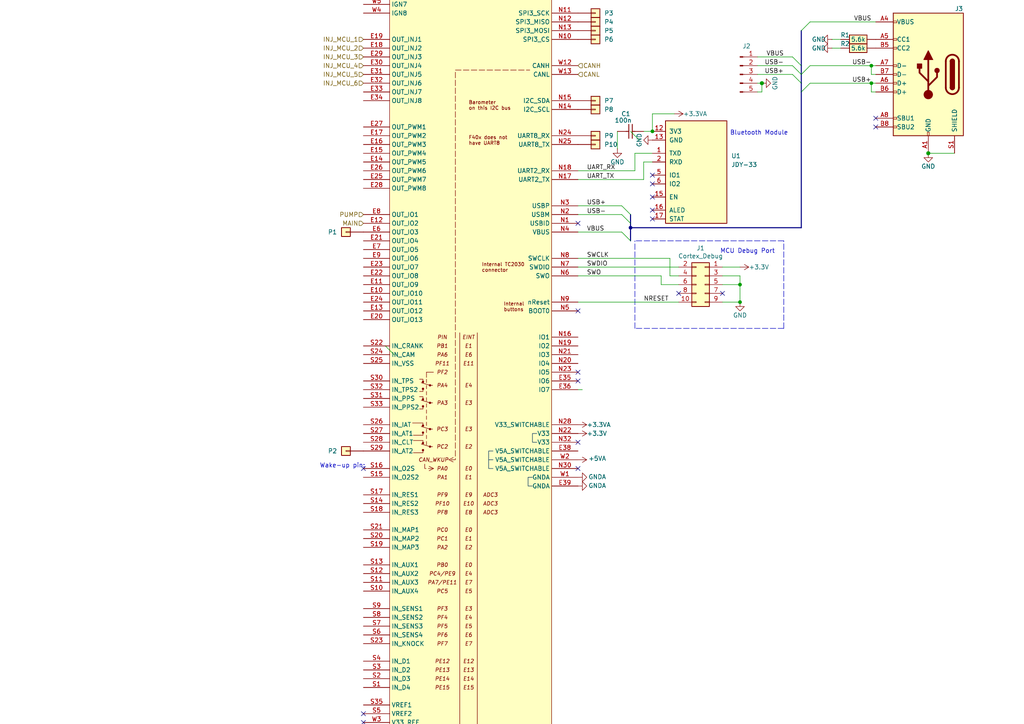
<source format=kicad_sch>
(kicad_sch
	(version 20231120)
	(generator "eeschema")
	(generator_version "8.0")
	(uuid "4bdc2c58-7262-4801-8269-2fe09570e3d9")
	(paper "A4")
	(lib_symbols
		(symbol "Connector:Conn_01x05_Pin"
			(pin_names
				(offset 1.016) hide)
			(exclude_from_sim no)
			(in_bom yes)
			(on_board yes)
			(property "Reference" "J"
				(at 0 7.62 0)
				(effects
					(font
						(size 1.27 1.27)
					)
				)
			)
			(property "Value" "Conn_01x05_Pin"
				(at 0 -7.62 0)
				(effects
					(font
						(size 1.27 1.27)
					)
				)
			)
			(property "Footprint" ""
				(at 0 0 0)
				(effects
					(font
						(size 1.27 1.27)
					)
					(hide yes)
				)
			)
			(property "Datasheet" "~"
				(at 0 0 0)
				(effects
					(font
						(size 1.27 1.27)
					)
					(hide yes)
				)
			)
			(property "Description" "Generic connector, single row, 01x05, script generated"
				(at 0 0 0)
				(effects
					(font
						(size 1.27 1.27)
					)
					(hide yes)
				)
			)
			(property "ki_locked" ""
				(at 0 0 0)
				(effects
					(font
						(size 1.27 1.27)
					)
				)
			)
			(property "ki_keywords" "connector"
				(at 0 0 0)
				(effects
					(font
						(size 1.27 1.27)
					)
					(hide yes)
				)
			)
			(property "ki_fp_filters" "Connector*:*_1x??_*"
				(at 0 0 0)
				(effects
					(font
						(size 1.27 1.27)
					)
					(hide yes)
				)
			)
			(symbol "Conn_01x05_Pin_1_1"
				(polyline
					(pts
						(xy 1.27 -5.08) (xy 0.8636 -5.08)
					)
					(stroke
						(width 0.1524)
						(type default)
					)
					(fill
						(type none)
					)
				)
				(polyline
					(pts
						(xy 1.27 -2.54) (xy 0.8636 -2.54)
					)
					(stroke
						(width 0.1524)
						(type default)
					)
					(fill
						(type none)
					)
				)
				(polyline
					(pts
						(xy 1.27 0) (xy 0.8636 0)
					)
					(stroke
						(width 0.1524)
						(type default)
					)
					(fill
						(type none)
					)
				)
				(polyline
					(pts
						(xy 1.27 2.54) (xy 0.8636 2.54)
					)
					(stroke
						(width 0.1524)
						(type default)
					)
					(fill
						(type none)
					)
				)
				(polyline
					(pts
						(xy 1.27 5.08) (xy 0.8636 5.08)
					)
					(stroke
						(width 0.1524)
						(type default)
					)
					(fill
						(type none)
					)
				)
				(rectangle
					(start 0.8636 -4.953)
					(end 0 -5.207)
					(stroke
						(width 0.1524)
						(type default)
					)
					(fill
						(type outline)
					)
				)
				(rectangle
					(start 0.8636 -2.413)
					(end 0 -2.667)
					(stroke
						(width 0.1524)
						(type default)
					)
					(fill
						(type outline)
					)
				)
				(rectangle
					(start 0.8636 0.127)
					(end 0 -0.127)
					(stroke
						(width 0.1524)
						(type default)
					)
					(fill
						(type outline)
					)
				)
				(rectangle
					(start 0.8636 2.667)
					(end 0 2.413)
					(stroke
						(width 0.1524)
						(type default)
					)
					(fill
						(type outline)
					)
				)
				(rectangle
					(start 0.8636 5.207)
					(end 0 4.953)
					(stroke
						(width 0.1524)
						(type default)
					)
					(fill
						(type outline)
					)
				)
				(pin passive line
					(at 5.08 5.08 180)
					(length 3.81)
					(name "Pin_1"
						(effects
							(font
								(size 1.27 1.27)
							)
						)
					)
					(number "1"
						(effects
							(font
								(size 1.27 1.27)
							)
						)
					)
				)
				(pin passive line
					(at 5.08 2.54 180)
					(length 3.81)
					(name "Pin_2"
						(effects
							(font
								(size 1.27 1.27)
							)
						)
					)
					(number "2"
						(effects
							(font
								(size 1.27 1.27)
							)
						)
					)
				)
				(pin passive line
					(at 5.08 0 180)
					(length 3.81)
					(name "Pin_3"
						(effects
							(font
								(size 1.27 1.27)
							)
						)
					)
					(number "3"
						(effects
							(font
								(size 1.27 1.27)
							)
						)
					)
				)
				(pin passive line
					(at 5.08 -2.54 180)
					(length 3.81)
					(name "Pin_4"
						(effects
							(font
								(size 1.27 1.27)
							)
						)
					)
					(number "4"
						(effects
							(font
								(size 1.27 1.27)
							)
						)
					)
				)
				(pin passive line
					(at 5.08 -5.08 180)
					(length 3.81)
					(name "Pin_5"
						(effects
							(font
								(size 1.27 1.27)
							)
						)
					)
					(number "5"
						(effects
							(font
								(size 1.27 1.27)
							)
						)
					)
				)
			)
		)
		(symbol "Connector:USB_C_Receptacle_USB2.0"
			(pin_names
				(offset 1.016)
			)
			(exclude_from_sim no)
			(in_bom yes)
			(on_board yes)
			(property "Reference" "J"
				(at -10.16 19.05 0)
				(effects
					(font
						(size 1.27 1.27)
					)
					(justify left)
				)
			)
			(property "Value" "USB_C_Receptacle_USB2.0"
				(at 19.05 19.05 0)
				(effects
					(font
						(size 1.27 1.27)
					)
					(justify right)
				)
			)
			(property "Footprint" ""
				(at 3.81 0 0)
				(effects
					(font
						(size 1.27 1.27)
					)
					(hide yes)
				)
			)
			(property "Datasheet" "https://www.usb.org/sites/default/files/documents/usb_type-c.zip"
				(at 3.81 0 0)
				(effects
					(font
						(size 1.27 1.27)
					)
					(hide yes)
				)
			)
			(property "Description" "USB 2.0-only Type-C Receptacle connector"
				(at 0 0 0)
				(effects
					(font
						(size 1.27 1.27)
					)
					(hide yes)
				)
			)
			(property "ki_keywords" "usb universal serial bus type-C USB2.0"
				(at 0 0 0)
				(effects
					(font
						(size 1.27 1.27)
					)
					(hide yes)
				)
			)
			(property "ki_fp_filters" "USB*C*Receptacle*"
				(at 0 0 0)
				(effects
					(font
						(size 1.27 1.27)
					)
					(hide yes)
				)
			)
			(symbol "USB_C_Receptacle_USB2.0_0_0"
				(rectangle
					(start -0.254 -17.78)
					(end 0.254 -16.764)
					(stroke
						(width 0)
						(type default)
					)
					(fill
						(type none)
					)
				)
				(rectangle
					(start 10.16 -14.986)
					(end 9.144 -15.494)
					(stroke
						(width 0)
						(type default)
					)
					(fill
						(type none)
					)
				)
				(rectangle
					(start 10.16 -12.446)
					(end 9.144 -12.954)
					(stroke
						(width 0)
						(type default)
					)
					(fill
						(type none)
					)
				)
				(rectangle
					(start 10.16 -4.826)
					(end 9.144 -5.334)
					(stroke
						(width 0)
						(type default)
					)
					(fill
						(type none)
					)
				)
				(rectangle
					(start 10.16 -2.286)
					(end 9.144 -2.794)
					(stroke
						(width 0)
						(type default)
					)
					(fill
						(type none)
					)
				)
				(rectangle
					(start 10.16 0.254)
					(end 9.144 -0.254)
					(stroke
						(width 0)
						(type default)
					)
					(fill
						(type none)
					)
				)
				(rectangle
					(start 10.16 2.794)
					(end 9.144 2.286)
					(stroke
						(width 0)
						(type default)
					)
					(fill
						(type none)
					)
				)
				(rectangle
					(start 10.16 7.874)
					(end 9.144 7.366)
					(stroke
						(width 0)
						(type default)
					)
					(fill
						(type none)
					)
				)
				(rectangle
					(start 10.16 10.414)
					(end 9.144 9.906)
					(stroke
						(width 0)
						(type default)
					)
					(fill
						(type none)
					)
				)
				(rectangle
					(start 10.16 15.494)
					(end 9.144 14.986)
					(stroke
						(width 0)
						(type default)
					)
					(fill
						(type none)
					)
				)
			)
			(symbol "USB_C_Receptacle_USB2.0_0_1"
				(rectangle
					(start -10.16 17.78)
					(end 10.16 -17.78)
					(stroke
						(width 0.254)
						(type default)
					)
					(fill
						(type background)
					)
				)
				(arc
					(start -8.89 -3.81)
					(mid -6.985 -5.7067)
					(end -5.08 -3.81)
					(stroke
						(width 0.508)
						(type default)
					)
					(fill
						(type none)
					)
				)
				(arc
					(start -7.62 -3.81)
					(mid -6.985 -4.4423)
					(end -6.35 -3.81)
					(stroke
						(width 0.254)
						(type default)
					)
					(fill
						(type none)
					)
				)
				(arc
					(start -7.62 -3.81)
					(mid -6.985 -4.4423)
					(end -6.35 -3.81)
					(stroke
						(width 0.254)
						(type default)
					)
					(fill
						(type outline)
					)
				)
				(rectangle
					(start -7.62 -3.81)
					(end -6.35 3.81)
					(stroke
						(width 0.254)
						(type default)
					)
					(fill
						(type outline)
					)
				)
				(arc
					(start -6.35 3.81)
					(mid -6.985 4.4423)
					(end -7.62 3.81)
					(stroke
						(width 0.254)
						(type default)
					)
					(fill
						(type none)
					)
				)
				(arc
					(start -6.35 3.81)
					(mid -6.985 4.4423)
					(end -7.62 3.81)
					(stroke
						(width 0.254)
						(type default)
					)
					(fill
						(type outline)
					)
				)
				(arc
					(start -5.08 3.81)
					(mid -6.985 5.7067)
					(end -8.89 3.81)
					(stroke
						(width 0.508)
						(type default)
					)
					(fill
						(type none)
					)
				)
				(circle
					(center -2.54 1.143)
					(radius 0.635)
					(stroke
						(width 0.254)
						(type default)
					)
					(fill
						(type outline)
					)
				)
				(circle
					(center 0 -5.842)
					(radius 1.27)
					(stroke
						(width 0)
						(type default)
					)
					(fill
						(type outline)
					)
				)
				(polyline
					(pts
						(xy -8.89 -3.81) (xy -8.89 3.81)
					)
					(stroke
						(width 0.508)
						(type default)
					)
					(fill
						(type none)
					)
				)
				(polyline
					(pts
						(xy -5.08 3.81) (xy -5.08 -3.81)
					)
					(stroke
						(width 0.508)
						(type default)
					)
					(fill
						(type none)
					)
				)
				(polyline
					(pts
						(xy 0 -5.842) (xy 0 4.318)
					)
					(stroke
						(width 0.508)
						(type default)
					)
					(fill
						(type none)
					)
				)
				(polyline
					(pts
						(xy 0 -3.302) (xy -2.54 -0.762) (xy -2.54 0.508)
					)
					(stroke
						(width 0.508)
						(type default)
					)
					(fill
						(type none)
					)
				)
				(polyline
					(pts
						(xy 0 -2.032) (xy 2.54 0.508) (xy 2.54 1.778)
					)
					(stroke
						(width 0.508)
						(type default)
					)
					(fill
						(type none)
					)
				)
				(polyline
					(pts
						(xy -1.27 4.318) (xy 0 6.858) (xy 1.27 4.318) (xy -1.27 4.318)
					)
					(stroke
						(width 0.254)
						(type default)
					)
					(fill
						(type outline)
					)
				)
				(rectangle
					(start 1.905 1.778)
					(end 3.175 3.048)
					(stroke
						(width 0.254)
						(type default)
					)
					(fill
						(type outline)
					)
				)
			)
			(symbol "USB_C_Receptacle_USB2.0_1_1"
				(pin passive line
					(at 0 -22.86 90)
					(length 5.08)
					(name "GND"
						(effects
							(font
								(size 1.27 1.27)
							)
						)
					)
					(number "A1"
						(effects
							(font
								(size 1.27 1.27)
							)
						)
					)
				)
				(pin passive line
					(at 0 -22.86 90)
					(length 5.08) hide
					(name "GND"
						(effects
							(font
								(size 1.27 1.27)
							)
						)
					)
					(number "A12"
						(effects
							(font
								(size 1.27 1.27)
							)
						)
					)
				)
				(pin passive line
					(at 15.24 15.24 180)
					(length 5.08)
					(name "VBUS"
						(effects
							(font
								(size 1.27 1.27)
							)
						)
					)
					(number "A4"
						(effects
							(font
								(size 1.27 1.27)
							)
						)
					)
				)
				(pin bidirectional line
					(at 15.24 10.16 180)
					(length 5.08)
					(name "CC1"
						(effects
							(font
								(size 1.27 1.27)
							)
						)
					)
					(number "A5"
						(effects
							(font
								(size 1.27 1.27)
							)
						)
					)
				)
				(pin bidirectional line
					(at 15.24 -2.54 180)
					(length 5.08)
					(name "D+"
						(effects
							(font
								(size 1.27 1.27)
							)
						)
					)
					(number "A6"
						(effects
							(font
								(size 1.27 1.27)
							)
						)
					)
				)
				(pin bidirectional line
					(at 15.24 2.54 180)
					(length 5.08)
					(name "D-"
						(effects
							(font
								(size 1.27 1.27)
							)
						)
					)
					(number "A7"
						(effects
							(font
								(size 1.27 1.27)
							)
						)
					)
				)
				(pin bidirectional line
					(at 15.24 -12.7 180)
					(length 5.08)
					(name "SBU1"
						(effects
							(font
								(size 1.27 1.27)
							)
						)
					)
					(number "A8"
						(effects
							(font
								(size 1.27 1.27)
							)
						)
					)
				)
				(pin passive line
					(at 15.24 15.24 180)
					(length 5.08) hide
					(name "VBUS"
						(effects
							(font
								(size 1.27 1.27)
							)
						)
					)
					(number "A9"
						(effects
							(font
								(size 1.27 1.27)
							)
						)
					)
				)
				(pin passive line
					(at 0 -22.86 90)
					(length 5.08) hide
					(name "GND"
						(effects
							(font
								(size 1.27 1.27)
							)
						)
					)
					(number "B1"
						(effects
							(font
								(size 1.27 1.27)
							)
						)
					)
				)
				(pin passive line
					(at 0 -22.86 90)
					(length 5.08) hide
					(name "GND"
						(effects
							(font
								(size 1.27 1.27)
							)
						)
					)
					(number "B12"
						(effects
							(font
								(size 1.27 1.27)
							)
						)
					)
				)
				(pin passive line
					(at 15.24 15.24 180)
					(length 5.08) hide
					(name "VBUS"
						(effects
							(font
								(size 1.27 1.27)
							)
						)
					)
					(number "B4"
						(effects
							(font
								(size 1.27 1.27)
							)
						)
					)
				)
				(pin bidirectional line
					(at 15.24 7.62 180)
					(length 5.08)
					(name "CC2"
						(effects
							(font
								(size 1.27 1.27)
							)
						)
					)
					(number "B5"
						(effects
							(font
								(size 1.27 1.27)
							)
						)
					)
				)
				(pin bidirectional line
					(at 15.24 -5.08 180)
					(length 5.08)
					(name "D+"
						(effects
							(font
								(size 1.27 1.27)
							)
						)
					)
					(number "B6"
						(effects
							(font
								(size 1.27 1.27)
							)
						)
					)
				)
				(pin bidirectional line
					(at 15.24 0 180)
					(length 5.08)
					(name "D-"
						(effects
							(font
								(size 1.27 1.27)
							)
						)
					)
					(number "B7"
						(effects
							(font
								(size 1.27 1.27)
							)
						)
					)
				)
				(pin bidirectional line
					(at 15.24 -15.24 180)
					(length 5.08)
					(name "SBU2"
						(effects
							(font
								(size 1.27 1.27)
							)
						)
					)
					(number "B8"
						(effects
							(font
								(size 1.27 1.27)
							)
						)
					)
				)
				(pin passive line
					(at 15.24 15.24 180)
					(length 5.08) hide
					(name "VBUS"
						(effects
							(font
								(size 1.27 1.27)
							)
						)
					)
					(number "B9"
						(effects
							(font
								(size 1.27 1.27)
							)
						)
					)
				)
				(pin passive line
					(at -7.62 -22.86 90)
					(length 5.08)
					(name "SHIELD"
						(effects
							(font
								(size 1.27 1.27)
							)
						)
					)
					(number "S1"
						(effects
							(font
								(size 1.27 1.27)
							)
						)
					)
				)
			)
		)
		(symbol "Connector_Generic:Conn_02x05_Odd_Even"
			(pin_names
				(offset 1.016) hide)
			(exclude_from_sim no)
			(in_bom yes)
			(on_board yes)
			(property "Reference" "J"
				(at 1.27 7.62 0)
				(effects
					(font
						(size 1.27 1.27)
					)
				)
			)
			(property "Value" "Conn_02x05_Odd_Even"
				(at 1.27 -7.62 0)
				(effects
					(font
						(size 1.27 1.27)
					)
				)
			)
			(property "Footprint" ""
				(at 0 0 0)
				(effects
					(font
						(size 1.27 1.27)
					)
					(hide yes)
				)
			)
			(property "Datasheet" "~"
				(at 0 0 0)
				(effects
					(font
						(size 1.27 1.27)
					)
					(hide yes)
				)
			)
			(property "Description" "Generic connector, double row, 02x05, odd/even pin numbering scheme (row 1 odd numbers, row 2 even numbers), script generated (kicad-library-utils/schlib/autogen/connector/)"
				(at 0 0 0)
				(effects
					(font
						(size 1.27 1.27)
					)
					(hide yes)
				)
			)
			(property "ki_keywords" "connector"
				(at 0 0 0)
				(effects
					(font
						(size 1.27 1.27)
					)
					(hide yes)
				)
			)
			(property "ki_fp_filters" "Connector*:*_2x??_*"
				(at 0 0 0)
				(effects
					(font
						(size 1.27 1.27)
					)
					(hide yes)
				)
			)
			(symbol "Conn_02x05_Odd_Even_1_1"
				(rectangle
					(start -1.27 -4.953)
					(end 0 -5.207)
					(stroke
						(width 0.1524)
						(type default)
					)
					(fill
						(type none)
					)
				)
				(rectangle
					(start -1.27 -2.413)
					(end 0 -2.667)
					(stroke
						(width 0.1524)
						(type default)
					)
					(fill
						(type none)
					)
				)
				(rectangle
					(start -1.27 0.127)
					(end 0 -0.127)
					(stroke
						(width 0.1524)
						(type default)
					)
					(fill
						(type none)
					)
				)
				(rectangle
					(start -1.27 2.667)
					(end 0 2.413)
					(stroke
						(width 0.1524)
						(type default)
					)
					(fill
						(type none)
					)
				)
				(rectangle
					(start -1.27 5.207)
					(end 0 4.953)
					(stroke
						(width 0.1524)
						(type default)
					)
					(fill
						(type none)
					)
				)
				(rectangle
					(start -1.27 6.35)
					(end 3.81 -6.35)
					(stroke
						(width 0.254)
						(type default)
					)
					(fill
						(type background)
					)
				)
				(rectangle
					(start 3.81 -4.953)
					(end 2.54 -5.207)
					(stroke
						(width 0.1524)
						(type default)
					)
					(fill
						(type none)
					)
				)
				(rectangle
					(start 3.81 -2.413)
					(end 2.54 -2.667)
					(stroke
						(width 0.1524)
						(type default)
					)
					(fill
						(type none)
					)
				)
				(rectangle
					(start 3.81 0.127)
					(end 2.54 -0.127)
					(stroke
						(width 0.1524)
						(type default)
					)
					(fill
						(type none)
					)
				)
				(rectangle
					(start 3.81 2.667)
					(end 2.54 2.413)
					(stroke
						(width 0.1524)
						(type default)
					)
					(fill
						(type none)
					)
				)
				(rectangle
					(start 3.81 5.207)
					(end 2.54 4.953)
					(stroke
						(width 0.1524)
						(type default)
					)
					(fill
						(type none)
					)
				)
				(pin passive line
					(at -5.08 5.08 0)
					(length 3.81)
					(name "Pin_1"
						(effects
							(font
								(size 1.27 1.27)
							)
						)
					)
					(number "1"
						(effects
							(font
								(size 1.27 1.27)
							)
						)
					)
				)
				(pin passive line
					(at 7.62 -5.08 180)
					(length 3.81)
					(name "Pin_10"
						(effects
							(font
								(size 1.27 1.27)
							)
						)
					)
					(number "10"
						(effects
							(font
								(size 1.27 1.27)
							)
						)
					)
				)
				(pin passive line
					(at 7.62 5.08 180)
					(length 3.81)
					(name "Pin_2"
						(effects
							(font
								(size 1.27 1.27)
							)
						)
					)
					(number "2"
						(effects
							(font
								(size 1.27 1.27)
							)
						)
					)
				)
				(pin passive line
					(at -5.08 2.54 0)
					(length 3.81)
					(name "Pin_3"
						(effects
							(font
								(size 1.27 1.27)
							)
						)
					)
					(number "3"
						(effects
							(font
								(size 1.27 1.27)
							)
						)
					)
				)
				(pin passive line
					(at 7.62 2.54 180)
					(length 3.81)
					(name "Pin_4"
						(effects
							(font
								(size 1.27 1.27)
							)
						)
					)
					(number "4"
						(effects
							(font
								(size 1.27 1.27)
							)
						)
					)
				)
				(pin passive line
					(at -5.08 0 0)
					(length 3.81)
					(name "Pin_5"
						(effects
							(font
								(size 1.27 1.27)
							)
						)
					)
					(number "5"
						(effects
							(font
								(size 1.27 1.27)
							)
						)
					)
				)
				(pin passive line
					(at 7.62 0 180)
					(length 3.81)
					(name "Pin_6"
						(effects
							(font
								(size 1.27 1.27)
							)
						)
					)
					(number "6"
						(effects
							(font
								(size 1.27 1.27)
							)
						)
					)
				)
				(pin passive line
					(at -5.08 -2.54 0)
					(length 3.81)
					(name "Pin_7"
						(effects
							(font
								(size 1.27 1.27)
							)
						)
					)
					(number "7"
						(effects
							(font
								(size 1.27 1.27)
							)
						)
					)
				)
				(pin passive line
					(at 7.62 -2.54 180)
					(length 3.81)
					(name "Pin_8"
						(effects
							(font
								(size 1.27 1.27)
							)
						)
					)
					(number "8"
						(effects
							(font
								(size 1.27 1.27)
							)
						)
					)
				)
				(pin passive line
					(at -5.08 -5.08 0)
					(length 3.81)
					(name "Pin_9"
						(effects
							(font
								(size 1.27 1.27)
							)
						)
					)
					(number "9"
						(effects
							(font
								(size 1.27 1.27)
							)
						)
					)
				)
			)
		)
		(symbol "JDY-33:JDY-33"
			(pin_names
				(offset 1.016)
			)
			(exclude_from_sim no)
			(in_bom yes)
			(on_board yes)
			(property "Reference" "U18"
				(at 19.05 1.7781 0)
				(effects
					(font
						(size 1.27 1.27)
					)
					(justify left)
				)
			)
			(property "Value" "JDY-33"
				(at 19.05 -0.7619 0)
				(effects
					(font
						(size 1.27 1.27)
					)
					(justify left)
				)
			)
			(property "Footprint" "kicad6-libraries:JDY-33"
				(at 0 0 0)
				(effects
					(font
						(size 1.27 1.27)
					)
					(justify left bottom)
					(hide yes)
				)
			)
			(property "Datasheet" ""
				(at 0 0 0)
				(effects
					(font
						(size 1.27 1.27)
					)
					(justify left bottom)
					(hide yes)
				)
			)
			(property "Description" ""
				(at 0 0 0)
				(effects
					(font
						(size 1.27 1.27)
					)
					(hide yes)
				)
			)
			(property "PARTREV" "v1.0"
				(at 0 0 0)
				(effects
					(font
						(size 1.27 1.27)
					)
					(justify left bottom)
					(hide yes)
				)
			)
			(property "MF" "HuiCheng"
				(at 0 0 0)
				(effects
					(font
						(size 1.27 1.27)
					)
					(justify left bottom)
					(hide yes)
				)
			)
			(property "STANDARD" "Manufacturer Recommendations"
				(at 0 0 0)
				(effects
					(font
						(size 1.27 1.27)
					)
					(justify left bottom)
					(hide yes)
				)
			)
			(symbol "JDY-33_0_1"
				(rectangle
					(start 0 11.938)
					(end 17.78 -17.78)
					(stroke
						(width 0.254)
						(type default)
					)
					(fill
						(type background)
					)
				)
			)
			(symbol "JDY-33_1_1"
				(pin output line
					(at -3.81 2.54 0)
					(length 3.81)
					(name "TXD"
						(effects
							(font
								(size 1.27 1.27)
							)
						)
					)
					(number "1"
						(effects
							(font
								(size 1.27 1.27)
							)
						)
					)
				)
				(pin power_in line
					(at -3.81 8.89 0)
					(length 3.81)
					(name "3V3"
						(effects
							(font
								(size 1.27 1.27)
							)
						)
					)
					(number "12"
						(effects
							(font
								(size 1.27 1.27)
							)
						)
					)
				)
				(pin power_in line
					(at -3.81 6.35 0)
					(length 3.81)
					(name "GND"
						(effects
							(font
								(size 1.27 1.27)
							)
						)
					)
					(number "13"
						(effects
							(font
								(size 1.27 1.27)
							)
						)
					)
				)
				(pin output line
					(at -3.81 -10.16 0)
					(length 3.81)
					(name "EN"
						(effects
							(font
								(size 1.27 1.27)
							)
						)
					)
					(number "15"
						(effects
							(font
								(size 1.27 1.27)
							)
						)
					)
				)
				(pin output line
					(at -3.81 -13.97 0)
					(length 3.81)
					(name "ALED"
						(effects
							(font
								(size 1.27 1.27)
							)
						)
					)
					(number "16"
						(effects
							(font
								(size 1.27 1.27)
							)
						)
					)
				)
				(pin output line
					(at -3.81 -16.51 0)
					(length 3.81)
					(name "STAT"
						(effects
							(font
								(size 1.27 1.27)
							)
						)
					)
					(number "17"
						(effects
							(font
								(size 1.27 1.27)
							)
						)
					)
				)
				(pin input line
					(at -3.81 0 0)
					(length 3.81)
					(name "RXD"
						(effects
							(font
								(size 1.27 1.27)
							)
						)
					)
					(number "2"
						(effects
							(font
								(size 1.27 1.27)
							)
						)
					)
				)
				(pin passive line
					(at -3.81 -3.81 0)
					(length 3.81)
					(name "IO1"
						(effects
							(font
								(size 1.27 1.27)
							)
						)
					)
					(number "5"
						(effects
							(font
								(size 1.27 1.27)
							)
						)
					)
				)
				(pin passive line
					(at -3.81 -6.35 0)
					(length 3.81)
					(name "IO2"
						(effects
							(font
								(size 1.27 1.27)
							)
						)
					)
					(number "6"
						(effects
							(font
								(size 1.27 1.27)
							)
						)
					)
				)
			)
		)
		(symbol "hellen-one-common:Cap"
			(pin_numbers hide)
			(exclude_from_sim no)
			(in_bom yes)
			(on_board yes)
			(property "Reference" "C"
				(at -3.81 2.54 0)
				(effects
					(font
						(size 1.27 1.27)
					)
				)
			)
			(property "Value" "Cap"
				(at -2.54 -1.27 0)
				(effects
					(font
						(size 1.27 1.27)
					)
				)
			)
			(property "Footprint" "hellen-one-common:C0603"
				(at -2.54 -3.81 0)
				(effects
					(font
						(size 1.27 1.27)
					)
					(hide yes)
				)
			)
			(property "Datasheet" ""
				(at -3.81 0 90)
				(effects
					(font
						(size 1.27 1.27)
					)
					(hide yes)
				)
			)
			(property "Description" "Capacitor"
				(at 0 0 0)
				(effects
					(font
						(size 1.27 1.27)
					)
					(hide yes)
				)
			)
			(property "LCSC" ""
				(at 0 0 0)
				(effects
					(font
						(size 1.27 1.27)
					)
					(hide yes)
				)
			)
			(symbol "Cap_1_0"
				(polyline
					(pts
						(xy -1.27 0) (xy -0.508 0)
					)
					(stroke
						(width 0.254)
						(type default)
					)
					(fill
						(type none)
					)
				)
				(polyline
					(pts
						(xy -0.508 -2.032) (xy -0.508 2.032)
					)
					(stroke
						(width 0.254)
						(type default)
					)
					(fill
						(type none)
					)
				)
				(polyline
					(pts
						(xy 0.508 2.032) (xy 0.508 -2.032)
					)
					(stroke
						(width 0.254)
						(type default)
					)
					(fill
						(type none)
					)
				)
				(polyline
					(pts
						(xy 1.27 0) (xy 0.508 0)
					)
					(stroke
						(width 0.254)
						(type default)
					)
					(fill
						(type none)
					)
				)
				(pin passive line
					(at -3.81 0 0)
					(length 2.54)
					(name ""
						(effects
							(font
								(size 1.27 1.27)
							)
						)
					)
					(number "1"
						(effects
							(font
								(size 1.27 1.27)
							)
						)
					)
				)
				(pin passive line
					(at 3.81 0 180)
					(length 2.54)
					(name ""
						(effects
							(font
								(size 1.27 1.27)
							)
						)
					)
					(number "2"
						(effects
							(font
								(size 1.27 1.27)
							)
						)
					)
				)
			)
		)
		(symbol "hellen-one-common:Pad"
			(pin_numbers hide)
			(pin_names
				(offset 1.016) hide)
			(exclude_from_sim no)
			(in_bom yes)
			(on_board yes)
			(property "Reference" "P"
				(at 2.54 0 0)
				(effects
					(font
						(size 1.27 1.27)
					)
				)
			)
			(property "Value" "Pad"
				(at 0 -2.54 0)
				(effects
					(font
						(size 1.27 1.27)
					)
					(hide yes)
				)
			)
			(property "Footprint" "hellen-one-common:PAD-TH"
				(at 0 -3.81 0)
				(effects
					(font
						(size 1.27 1.27)
					)
					(hide yes)
				)
			)
			(property "Datasheet" "~"
				(at 0 0 0)
				(effects
					(font
						(size 1.27 1.27)
					)
					(hide yes)
				)
			)
			(property "Description" "Generic connector, single row, 01x01, script generated (kicad-library-utils/schlib/autogen/connector/)"
				(at 0 0 0)
				(effects
					(font
						(size 1.27 1.27)
					)
					(hide yes)
				)
			)
			(property "ki_keywords" "connector"
				(at 0 0 0)
				(effects
					(font
						(size 1.27 1.27)
					)
					(hide yes)
				)
			)
			(property "ki_fp_filters" "Connector*:*_1x??_*"
				(at 0 0 0)
				(effects
					(font
						(size 1.27 1.27)
					)
					(hide yes)
				)
			)
			(symbol "Pad_1_1"
				(rectangle
					(start -1.27 0.127)
					(end 0 -0.127)
					(stroke
						(width 0.1524)
						(type default)
					)
					(fill
						(type none)
					)
				)
				(rectangle
					(start -1.27 1.27)
					(end 1.27 -1.27)
					(stroke
						(width 0.254)
						(type default)
					)
					(fill
						(type background)
					)
				)
				(pin passive line
					(at -5.08 0 0)
					(length 3.81)
					(name "Pin_1"
						(effects
							(font
								(size 1.27 1.27)
							)
						)
					)
					(number "1"
						(effects
							(font
								(size 1.27 1.27)
							)
						)
					)
				)
			)
		)
		(symbol "hellen-one-common:Res"
			(pin_numbers hide)
			(exclude_from_sim no)
			(in_bom yes)
			(on_board yes)
			(property "Reference" "R"
				(at 3.81 2.54 0)
				(effects
					(font
						(size 1.27 1.27)
					)
				)
			)
			(property "Value" "Res"
				(at 5.08 -2.54 0)
				(effects
					(font
						(size 1.27 1.27)
					)
				)
			)
			(property "Footprint" "hellen-one-common:R0603"
				(at 3.81 -3.81 0)
				(effects
					(font
						(size 1.27 1.27)
					)
					(hide yes)
				)
			)
			(property "Datasheet" ""
				(at 0 0 0)
				(effects
					(font
						(size 1.27 1.27)
					)
					(hide yes)
				)
			)
			(property "Description" "Resistor"
				(at 0 0 0)
				(effects
					(font
						(size 1.27 1.27)
					)
					(hide yes)
				)
			)
			(property "LCSC" ""
				(at 0 0 0)
				(effects
					(font
						(size 1.27 1.27)
					)
				)
			)
			(symbol "Res_1_0"
				(rectangle
					(start 2.54 -1.27)
					(end 7.62 1.27)
					(stroke
						(width 0.254)
						(type default)
					)
					(fill
						(type background)
					)
				)
				(pin passive line
					(at 0 0 0)
					(length 2.54)
					(name ""
						(effects
							(font
								(size 1.27 1.27)
							)
						)
					)
					(number "1"
						(effects
							(font
								(size 1.27 1.27)
							)
						)
					)
				)
				(pin passive line
					(at 10.16 0 180)
					(length 2.54)
					(name ""
						(effects
							(font
								(size 1.27 1.27)
							)
						)
					)
					(number "2"
						(effects
							(font
								(size 1.27 1.27)
							)
						)
					)
				)
			)
		)
		(symbol "mega-mcu144:Module-mega-mcu144-0.6"
			(exclude_from_sim no)
			(in_bom yes)
			(on_board yes)
			(property "Reference" "M1000"
				(at 7.62 2.54 0)
				(effects
					(font
						(size 1.27 1.27)
					)
					(justify left bottom)
				)
			)
			(property "Value" "Module-mega-mcu144-0.6"
				(at 7.62 -246.38 0)
				(effects
					(font
						(size 1.27 1.27)
					)
					(justify left bottom)
				)
			)
			(property "Footprint" "hellen-one-mega-mcu144-0.6:mega-mcu144"
				(at 0 0 0)
				(effects
					(font
						(size 1.27 1.27)
					)
					(hide yes)
				)
			)
			(property "Datasheet" ""
				(at 0 0 0)
				(effects
					(font
						(size 1.27 1.27)
					)
					(hide yes)
				)
			)
			(property "Description" "Hellen One MEGA_MCU144 Module"
				(at 0 0 0)
				(effects
					(font
						(size 1.27 1.27)
					)
					(hide yes)
				)
			)
			(property "PUBLISHER" "qwerty-off"
				(at 0 0 0)
				(effects
					(font
						(size 1.27 1.27)
					)
					(justify left bottom)
					(hide yes)
				)
			)
			(property "SUPPLIER PART NUMBER 1" "*"
				(at -5.588 -55.88 0)
				(effects
					(font
						(size 1.27 1.27)
					)
					(justify left bottom)
					(hide yes)
				)
			)
			(property "SUPPLIER PART NUMBER 2" "*"
				(at -5.588 -55.88 0)
				(effects
					(font
						(size 1.27 1.27)
					)
					(justify left bottom)
					(hide yes)
				)
			)
			(property "SUPPLIER 1" "Mouser"
				(at -5.588 -55.88 0)
				(effects
					(font
						(size 1.27 1.27)
					)
					(justify left bottom)
					(hide yes)
				)
			)
			(property "SUPPLIER 2" "Digi-Key"
				(at -5.588 -55.88 0)
				(effects
					(font
						(size 1.27 1.27)
					)
					(justify left bottom)
					(hide yes)
				)
			)
			(property "FITTED" "False"
				(at -5.588 -38.1 0)
				(effects
					(font
						(size 1.27 1.27)
					)
					(justify left bottom)
					(hide yes)
				)
			)
			(property "PACKAGEREFERENCE" ""
				(at -5.588 -38.1 0)
				(effects
					(font
						(size 1.27 1.27)
					)
					(justify left bottom)
					(hide yes)
				)
			)
			(property "SUPPLIER 3" "LCSC"
				(at -5.588 -38.1 0)
				(effects
					(font
						(size 1.27 1.27)
					)
					(justify left bottom)
					(hide yes)
				)
			)
			(property "SUPPLIER PART NUMBER 3" ""
				(at -5.588 -38.1 0)
				(effects
					(font
						(size 1.27 1.27)
					)
					(justify left bottom)
					(hide yes)
				)
			)
			(property "TYPE" "Module"
				(at -5.588 -38.1 0)
				(effects
					(font
						(size 1.27 1.27)
					)
					(justify left bottom)
					(hide yes)
				)
			)
			(property "ki_fp_filters" "MOD_Hellen_MEGA_MCU144_0.6"
				(at 0 0 0)
				(effects
					(font
						(size 1.27 1.27)
					)
					(hide yes)
				)
			)
			(symbol "Module-mega-mcu144-0.6_0_1"
				(polyline
					(pts
						(xy 16.764 -142.748) (xy 19.304 -143.51)
					)
					(stroke
						(width 0)
						(type default)
					)
					(fill
						(type none)
					)
				)
				(polyline
					(pts
						(xy 16.764 -137.668) (xy 19.304 -138.43)
					)
					(stroke
						(width 0)
						(type default)
					)
					(fill
						(type none)
					)
				)
				(polyline
					(pts
						(xy 16.764 -130.048) (xy 19.304 -130.81)
					)
					(stroke
						(width 0)
						(type default)
					)
					(fill
						(type none)
					)
				)
				(polyline
					(pts
						(xy 16.764 -124.968) (xy 19.304 -125.73)
					)
					(stroke
						(width 0)
						(type default)
					)
					(fill
						(type none)
					)
				)
				(polyline
					(pts
						(xy 18.288 -143.002) (xy 18.288 -141.986)
					)
					(stroke
						(width 0)
						(type default)
					)
					(fill
						(type none)
					)
				)
				(polyline
					(pts
						(xy 18.288 -141.224) (xy 18.288 -140.208)
					)
					(stroke
						(width 0)
						(type default)
					)
					(fill
						(type none)
					)
				)
				(polyline
					(pts
						(xy 18.288 -139.446) (xy 18.288 -138.43)
					)
					(stroke
						(width 0)
						(type default)
					)
					(fill
						(type none)
					)
				)
				(polyline
					(pts
						(xy 18.288 -137.414) (xy 18.288 -136.398)
					)
					(stroke
						(width 0)
						(type default)
					)
					(fill
						(type none)
					)
				)
				(polyline
					(pts
						(xy 18.288 -135.636) (xy 18.288 -134.62)
					)
					(stroke
						(width 0)
						(type default)
					)
					(fill
						(type none)
					)
				)
				(polyline
					(pts
						(xy 18.288 -133.858) (xy 18.288 -132.842)
					)
					(stroke
						(width 0)
						(type default)
					)
					(fill
						(type none)
					)
				)
				(polyline
					(pts
						(xy 18.288 -132.08) (xy 18.288 -131.064)
					)
					(stroke
						(width 0)
						(type default)
					)
					(fill
						(type none)
					)
				)
				(polyline
					(pts
						(xy 18.288 -130.302) (xy 18.288 -129.286)
					)
					(stroke
						(width 0)
						(type default)
					)
					(fill
						(type none)
					)
				)
				(polyline
					(pts
						(xy 18.288 -128.524) (xy 18.288 -127.508)
					)
					(stroke
						(width 0)
						(type default)
					)
					(fill
						(type none)
					)
				)
				(polyline
					(pts
						(xy 18.288 -126.746) (xy 18.288 -125.73)
					)
					(stroke
						(width 0)
						(type default)
					)
					(fill
						(type none)
					)
				)
				(polyline
					(pts
						(xy 18.288 -124.968) (xy 18.288 -123.952)
					)
					(stroke
						(width 0)
						(type default)
					)
					(fill
						(type none)
					)
				)
				(polyline
					(pts
						(xy 18.288 -123.444) (xy 18.288 -121.92)
					)
					(stroke
						(width 0)
						(type default)
					)
					(fill
						(type none)
					)
				)
				(polyline
					(pts
						(xy 18.288 -121.92) (xy 20.32 -121.92)
					)
					(stroke
						(width 0)
						(type default)
					)
					(fill
						(type none)
					)
				)
				(polyline
					(pts
						(xy 19.304 -143.51) (xy 20.066 -143.51)
					)
					(stroke
						(width 0)
						(type default)
					)
					(fill
						(type none)
					)
				)
				(polyline
					(pts
						(xy 19.304 -138.43) (xy 20.066 -138.43)
					)
					(stroke
						(width 0)
						(type default)
					)
					(fill
						(type none)
					)
				)
				(polyline
					(pts
						(xy 19.304 -130.81) (xy 20.066 -130.81)
					)
					(stroke
						(width 0)
						(type default)
					)
					(fill
						(type none)
					)
				)
				(polyline
					(pts
						(xy 19.304 -125.73) (xy 20.066 -125.73)
					)
					(stroke
						(width 0)
						(type default)
					)
					(fill
						(type none)
					)
				)
				(polyline
					(pts
						(xy 17.272 -144.526) (xy 17.272 -145.288) (xy 14.478 -145.288)
					)
					(stroke
						(width 0)
						(type default)
					)
					(fill
						(type none)
					)
				)
				(polyline
					(pts
						(xy 17.272 -142.494) (xy 17.272 -141.732) (xy 14.478 -141.732)
					)
					(stroke
						(width 0)
						(type default)
					)
					(fill
						(type none)
					)
				)
				(polyline
					(pts
						(xy 17.272 -139.446) (xy 17.272 -140.208) (xy 14.478 -140.208)
					)
					(stroke
						(width 0)
						(type default)
					)
					(fill
						(type none)
					)
				)
				(polyline
					(pts
						(xy 17.272 -137.414) (xy 17.272 -136.652) (xy 14.224 -136.652)
					)
					(stroke
						(width 0)
						(type default)
					)
					(fill
						(type none)
					)
				)
				(polyline
					(pts
						(xy 17.272 -131.826) (xy 17.272 -132.588) (xy 16.256 -132.588)
					)
					(stroke
						(width 0)
						(type default)
					)
					(fill
						(type none)
					)
				)
				(polyline
					(pts
						(xy 17.272 -129.794) (xy 17.272 -129.032) (xy 16.256 -129.032)
					)
					(stroke
						(width 0)
						(type default)
					)
					(fill
						(type none)
					)
				)
				(polyline
					(pts
						(xy 17.272 -126.746) (xy 17.272 -127.508) (xy 16.256 -127.508)
					)
					(stroke
						(width 0)
						(type default)
					)
					(fill
						(type none)
					)
				)
				(polyline
					(pts
						(xy 17.272 -124.714) (xy 17.272 -123.952) (xy 16.256 -123.952)
					)
					(stroke
						(width 0)
						(type default)
					)
					(fill
						(type none)
					)
				)
				(circle
					(center 17.272 -144.526)
					(radius 0.254)
					(stroke
						(width 0)
						(type default)
					)
					(fill
						(type outline)
					)
				)
				(circle
					(center 17.272 -142.494)
					(radius 0.254)
					(stroke
						(width 0)
						(type default)
					)
					(fill
						(type outline)
					)
				)
				(circle
					(center 17.272 -139.446)
					(radius 0.254)
					(stroke
						(width 0)
						(type default)
					)
					(fill
						(type outline)
					)
				)
				(circle
					(center 17.272 -137.414)
					(radius 0.254)
					(stroke
						(width 0)
						(type default)
					)
					(fill
						(type outline)
					)
				)
				(circle
					(center 17.272 -131.826)
					(radius 0.254)
					(stroke
						(width 0)
						(type default)
					)
					(fill
						(type outline)
					)
				)
				(circle
					(center 17.272 -129.794)
					(radius 0.254)
					(stroke
						(width 0)
						(type default)
					)
					(fill
						(type outline)
					)
				)
				(circle
					(center 17.272 -126.746)
					(radius 0.254)
					(stroke
						(width 0)
						(type default)
					)
					(fill
						(type outline)
					)
				)
				(circle
					(center 17.272 -124.714)
					(radius 0.254)
					(stroke
						(width 0)
						(type default)
					)
					(fill
						(type outline)
					)
				)
				(circle
					(center 19.304 -143.51)
					(radius 0.254)
					(stroke
						(width 0)
						(type default)
					)
					(fill
						(type outline)
					)
				)
				(circle
					(center 19.304 -138.43)
					(radius 0.254)
					(stroke
						(width 0)
						(type default)
					)
					(fill
						(type outline)
					)
				)
				(circle
					(center 19.304 -130.81)
					(radius 0.254)
					(stroke
						(width 0)
						(type default)
					)
					(fill
						(type outline)
					)
				)
				(circle
					(center 19.304 -125.73)
					(radius 0.254)
					(stroke
						(width 0)
						(type default)
					)
					(fill
						(type outline)
					)
				)
			)
			(symbol "Module-mega-mcu144-0.6_1_0"
				(polyline
					(pts
						(xy 20.32 -149.86) (xy 19.05 -150.495)
					)
					(stroke
						(width 0)
						(type default)
					)
					(fill
						(type none)
					)
				)
				(polyline
					(pts
						(xy 20.32 -149.86) (xy 19.05 -149.225)
					)
					(stroke
						(width 0)
						(type default)
					)
					(fill
						(type none)
					)
				)
				(polyline
					(pts
						(xy 24.765 -147.32) (xy 26.035 -147.955)
					)
					(stroke
						(width 0)
						(type default)
					)
					(fill
						(type none)
					)
				)
				(polyline
					(pts
						(xy 24.765 -147.32) (xy 26.035 -146.685)
					)
					(stroke
						(width 0)
						(type default)
					)
					(fill
						(type none)
					)
				)
				(polyline
					(pts
						(xy 27.94 -110.49) (xy 27.94 -234.95)
					)
					(stroke
						(width 0)
						(type default)
					)
					(fill
						(type none)
					)
				)
				(polyline
					(pts
						(xy 33.02 -110.49) (xy 33.02 -234.95)
					)
					(stroke
						(width 0)
						(type default)
					)
					(fill
						(type none)
					)
				)
				(polyline
					(pts
						(xy 17.78 -148.59) (xy 17.78 -149.86) (xy 20.32 -149.86)
					)
					(stroke
						(width 0)
						(type dash)
					)
					(fill
						(type none)
					)
				)
				(polyline
					(pts
						(xy 36.322 -147.32) (xy 37.592 -147.32) (xy 37.592 -147.32) (xy 37.592 -147.32)
					)
					(stroke
						(width 0)
						(type solid)
						(color 7 55 99 1)
					)
					(fill
						(type none)
					)
				)
				(polyline
					(pts
						(xy 37.592 -144.78) (xy 36.322 -144.78) (xy 36.322 -149.86) (xy 37.592 -149.86)
					)
					(stroke
						(width 0)
						(type solid)
						(color 7 55 99 1)
					)
					(fill
						(type none)
					)
				)
				(polyline
					(pts
						(xy 49.022 -152.4) (xy 47.752 -152.4) (xy 47.752 -154.94) (xy 49.022 -154.94)
					)
					(stroke
						(width 0)
						(type solid)
						(color 7 55 99 1)
					)
					(fill
						(type none)
					)
				)
				(polyline
					(pts
						(xy 50.292 -139.7) (xy 49.022 -139.7) (xy 49.022 -142.24) (xy 50.292 -142.24)
					)
					(stroke
						(width 0)
						(type solid)
						(color 7 55 99 1)
					)
					(fill
						(type none)
					)
				)
				(polyline
					(pts
						(xy 25.4 -147.32) (xy 26.67 -147.32) (xy 26.67 -124.46) (xy 26.67 -34.29) (xy 48.26 -34.29)
					)
					(stroke
						(width 0)
						(type dash)
					)
					(fill
						(type none)
					)
				)
				(rectangle
					(start 7.62 2.54)
					(end 54.61 -243.84)
					(stroke
						(width 0)
						(type default)
					)
					(fill
						(type background)
					)
				)
				(text "ADC3"
					(at 36.83 -162.56 0)
					(effects
						(font
							(size 1.1 1.1)
							(italic yes)
						)
					)
				)
				(text "ADC3"
					(at 36.83 -160.02 0)
					(effects
						(font
							(size 1.1 1.1)
							(italic yes)
						)
					)
				)
				(text "ADC3"
					(at 36.83 -157.48 0)
					(effects
						(font
							(size 1.1 1.1)
							(italic yes)
						)
					)
				)
				(text "Barometer\non this I2C bus"
					(at 30.48 -44.45 0)
					(effects
						(font
							(size 1.016 1.016)
						)
						(justify left)
					)
				)
				(text "CAN_WKUP"
					(at 20.32 -147.32 0)
					(effects
						(font
							(size 1.1 1.1)
							(italic yes)
						)
					)
				)
				(text "E0"
					(at 30.48 -177.8 0)
					(effects
						(font
							(size 1.1 1.1)
							(italic yes)
						)
					)
				)
				(text "E0"
					(at 30.48 -167.64 0)
					(effects
						(font
							(size 1.1 1.1)
							(italic yes)
						)
					)
				)
				(text "E0"
					(at 30.48 -149.86 0)
					(effects
						(font
							(size 1.1 1.1)
							(italic yes)
						)
					)
				)
				(text "E1"
					(at 30.48 -170.18 0)
					(effects
						(font
							(size 1.1 1.1)
							(italic yes)
						)
					)
				)
				(text "E1"
					(at 30.48 -152.4 0)
					(effects
						(font
							(size 1.1 1.1)
							(italic yes)
						)
					)
				)
				(text "E1"
					(at 30.48 -114.3 0)
					(effects
						(font
							(size 1.1 1.1)
							(italic yes)
						)
					)
				)
				(text "E10"
					(at 30.48 -160.02 0)
					(effects
						(font
							(size 1.1 1.1)
							(italic yes)
						)
					)
				)
				(text "E11"
					(at 30.48 -119.38 0)
					(effects
						(font
							(size 1.1 1.1)
							(italic yes)
						)
					)
				)
				(text "E12"
					(at 30.48 -205.74 0)
					(effects
						(font
							(size 1.1 1.1)
							(italic yes)
						)
					)
				)
				(text "E13"
					(at 30.48 -208.28 0)
					(effects
						(font
							(size 1.1 1.1)
							(italic yes)
						)
					)
				)
				(text "E14"
					(at 30.48 -210.82 0)
					(effects
						(font
							(size 1.1 1.1)
							(italic yes)
						)
					)
				)
				(text "E15"
					(at 30.48 -213.36 0)
					(effects
						(font
							(size 1.1 1.1)
							(italic yes)
						)
					)
				)
				(text "E2"
					(at 30.48 -172.72 0)
					(effects
						(font
							(size 1.1 1.1)
							(italic yes)
						)
					)
				)
				(text "E2"
					(at 30.48 -143.51 0)
					(effects
						(font
							(size 1.1 1.1)
							(italic yes)
						)
					)
				)
				(text "E3"
					(at 30.48 -190.5 0)
					(effects
						(font
							(size 1.1 1.1)
							(italic yes)
						)
					)
				)
				(text "E3"
					(at 30.48 -138.43 0)
					(effects
						(font
							(size 1.1 1.1)
							(italic yes)
						)
					)
				)
				(text "E3"
					(at 30.48 -130.81 0)
					(effects
						(font
							(size 1.1 1.1)
							(italic yes)
						)
					)
				)
				(text "E4"
					(at 30.48 -193.04 0)
					(effects
						(font
							(size 1.1 1.1)
							(italic yes)
						)
					)
				)
				(text "E4"
					(at 30.48 -180.34 0)
					(effects
						(font
							(size 1.1 1.1)
							(italic yes)
						)
					)
				)
				(text "E4"
					(at 30.48 -125.73 0)
					(effects
						(font
							(size 1.1 1.1)
							(italic yes)
						)
					)
				)
				(text "E5"
					(at 30.48 -233.68 0)
					(effects
						(font
							(size 1.1 1.1)
							(italic yes)
						)
					)
				)
				(text "E5"
					(at 30.48 -195.58 0)
					(effects
						(font
							(size 1.1 1.1)
							(italic yes)
						)
					)
				)
				(text "E5"
					(at 30.48 -185.42 0)
					(effects
						(font
							(size 1.1 1.1)
							(italic yes)
						)
					)
				)
				(text "E6"
					(at 30.48 -198.12 0)
					(effects
						(font
							(size 1.1 1.1)
							(italic yes)
						)
					)
				)
				(text "E6"
					(at 30.48 -116.84 0)
					(effects
						(font
							(size 1.1 1.1)
							(italic yes)
						)
					)
				)
				(text "E7"
					(at 30.48 -200.66 0)
					(effects
						(font
							(size 1.1 1.1)
							(italic yes)
						)
					)
				)
				(text "E7"
					(at 30.48 -182.88 0)
					(effects
						(font
							(size 1.1 1.1)
							(italic yes)
						)
					)
				)
				(text "E8"
					(at 30.48 -162.56 0)
					(effects
						(font
							(size 1.1 1.1)
							(italic yes)
						)
					)
				)
				(text "E9"
					(at 30.48 -157.48 0)
					(effects
						(font
							(size 1.1 1.1)
							(italic yes)
						)
					)
				)
				(text "EINT"
					(at 30.48 -111.76 0)
					(effects
						(font
							(size 1.1 1.1)
							(italic yes)
						)
					)
				)
				(text "F40x does not\nhave UART8"
					(at 30.48 -54.61 0)
					(effects
						(font
							(size 1.016 1.016)
						)
						(justify left)
					)
				)
				(text "Internal\nbuttons"
					(at 40.64 -102.87 0)
					(effects
						(font
							(size 1.016 1.016)
						)
						(justify left)
					)
				)
				(text "Internal TC2030\nconnector"
					(at 34.29 -91.44 0)
					(effects
						(font
							(size 1.016 1.016)
						)
						(justify left)
					)
				)
				(text "PA0"
					(at 22.86 -149.86 0)
					(effects
						(font
							(size 1.1 1.1)
							(italic yes)
						)
					)
				)
				(text "PA1"
					(at 22.86 -152.4 0)
					(effects
						(font
							(size 1.1 1.1)
							(italic yes)
						)
					)
				)
				(text "PA2"
					(at 22.86 -172.72 0)
					(effects
						(font
							(size 1.1 1.1)
							(italic yes)
						)
					)
				)
				(text "PA3"
					(at 22.86 -130.81 0)
					(effects
						(font
							(size 1.1 1.1)
							(italic yes)
						)
					)
				)
				(text "PA4"
					(at 22.86 -125.73 0)
					(effects
						(font
							(size 1.1 1.1)
							(italic yes)
						)
					)
				)
				(text "PA5"
					(at 22.86 -233.68 0)
					(effects
						(font
							(size 1.1 1.1)
							(italic yes)
						)
					)
				)
				(text "PA6"
					(at 22.86 -116.84 0)
					(effects
						(font
							(size 1.1 1.1)
							(italic yes)
						)
					)
				)
				(text "PA7/PE11"
					(at 22.86 -182.88 0)
					(effects
						(font
							(size 1.1 1.1)
							(italic yes)
						)
					)
				)
				(text "PB0"
					(at 22.86 -177.8 0)
					(effects
						(font
							(size 1.1 1.1)
							(italic yes)
						)
					)
				)
				(text "PB1"
					(at 22.86 -114.3 0)
					(effects
						(font
							(size 1.1 1.1)
							(italic yes)
						)
					)
				)
				(text "PC0"
					(at 22.86 -167.64 0)
					(effects
						(font
							(size 1.1 1.1)
							(italic yes)
						)
					)
				)
				(text "PC1"
					(at 22.86 -170.18 0)
					(effects
						(font
							(size 1.1 1.1)
							(italic yes)
						)
					)
				)
				(text "PC2"
					(at 22.86 -143.51 0)
					(effects
						(font
							(size 1.1 1.1)
							(italic yes)
						)
					)
				)
				(text "PC3"
					(at 22.86 -138.43 0)
					(effects
						(font
							(size 1.1 1.1)
							(italic yes)
						)
					)
				)
				(text "PC4/PE9"
					(at 22.86 -180.34 0)
					(effects
						(font
							(size 1.1 1.1)
							(italic yes)
						)
					)
				)
				(text "PC5"
					(at 22.86 -185.42 0)
					(effects
						(font
							(size 1.1 1.1)
							(italic yes)
						)
					)
				)
				(text "PE10"
					(at 22.86 -228.6 0)
					(effects
						(font
							(size 1.1 1.1)
							(italic yes)
						)
					)
				)
				(text "PE12"
					(at 22.86 -205.74 0)
					(effects
						(font
							(size 1.1 1.1)
							(italic yes)
						)
					)
				)
				(text "PE13"
					(at 22.86 -208.28 0)
					(effects
						(font
							(size 1.1 1.1)
							(italic yes)
						)
					)
				)
				(text "PE14"
					(at 22.86 -210.82 0)
					(effects
						(font
							(size 1.1 1.1)
							(italic yes)
						)
					)
				)
				(text "PE15"
					(at 22.86 -213.36 0)
					(effects
						(font
							(size 1.1 1.1)
							(italic yes)
						)
					)
				)
				(text "PF10"
					(at 22.86 -160.02 0)
					(effects
						(font
							(size 1.1 1.1)
							(italic yes)
						)
					)
				)
				(text "PF11"
					(at 22.86 -119.38 0)
					(effects
						(font
							(size 1.1 1.1)
							(italic yes)
						)
					)
				)
				(text "PF2"
					(at 22.86 -121.92 0)
					(effects
						(font
							(size 1.1 1.1)
							(italic yes)
						)
					)
				)
				(text "PF3"
					(at 22.86 -190.5 0)
					(effects
						(font
							(size 1.1 1.1)
							(italic yes)
						)
					)
				)
				(text "PF4"
					(at 22.86 -193.04 0)
					(effects
						(font
							(size 1.1 1.1)
							(italic yes)
						)
					)
				)
				(text "PF5"
					(at 22.86 -195.58 0)
					(effects
						(font
							(size 1.1 1.1)
							(italic yes)
						)
					)
				)
				(text "PF6"
					(at 22.86 -198.12 0)
					(effects
						(font
							(size 1.1 1.1)
							(italic yes)
						)
					)
				)
				(text "PF7"
					(at 22.86 -200.66 0)
					(effects
						(font
							(size 1.1 1.1)
							(italic yes)
						)
					)
				)
				(text "PF8"
					(at 22.86 -162.56 0)
					(effects
						(font
							(size 1.1 1.1)
							(italic yes)
						)
					)
				)
				(text "PF9"
					(at 22.86 -157.48 0)
					(effects
						(font
							(size 1.1 1.1)
							(italic yes)
						)
					)
				)
				(text "PIN"
					(at 22.86 -111.76 0)
					(effects
						(font
							(size 1.1 1.1)
							(italic yes)
						)
					)
				)
				(text "uSD card and accelerometer \non SPI1 bus"
					(at 19.05 -3.81 0)
					(effects
						(font
							(size 1.016 1.016)
						)
						(justify left)
					)
				)
				(pin passive line
					(at 62.23 0 180)
					(length 7.62)
					(name "SPI2_SCK/CAN2_TX"
						(effects
							(font
								(size 1.27 1.27)
							)
						)
					)
					(number "E1"
						(effects
							(font
								(size 1.27 1.27)
							)
						)
					)
				)
				(pin passive line
					(at 0 -99.06 0)
					(length 7.62)
					(name "OUT_IO10"
						(effects
							(font
								(size 1.27 1.27)
							)
						)
					)
					(number "E10"
						(effects
							(font
								(size 1.27 1.27)
							)
						)
					)
				)
				(pin passive line
					(at 0 -96.52 0)
					(length 7.62)
					(name "OUT_IO9"
						(effects
							(font
								(size 1.27 1.27)
							)
						)
					)
					(number "E11"
						(effects
							(font
								(size 1.27 1.27)
							)
						)
					)
				)
				(pin passive line
					(at 0 -78.74 0)
					(length 7.62)
					(name "OUT_IO2"
						(effects
							(font
								(size 1.27 1.27)
							)
						)
					)
					(number "E12"
						(effects
							(font
								(size 1.27 1.27)
							)
						)
					)
				)
				(pin passive line
					(at 0 -104.14 0)
					(length 7.62)
					(name "OUT_IO12"
						(effects
							(font
								(size 1.27 1.27)
							)
						)
					)
					(number "E13"
						(effects
							(font
								(size 1.27 1.27)
							)
						)
					)
				)
				(pin passive line
					(at 0 -60.96 0)
					(length 7.62)
					(name "OUT_PWM5"
						(effects
							(font
								(size 1.27 1.27)
							)
						)
					)
					(number "E14"
						(effects
							(font
								(size 1.27 1.27)
							)
						)
					)
				)
				(pin passive line
					(at 0 -58.42 0)
					(length 7.62)
					(name "OUT_PWM4"
						(effects
							(font
								(size 1.27 1.27)
							)
						)
					)
					(number "E15"
						(effects
							(font
								(size 1.27 1.27)
							)
						)
					)
				)
				(pin passive line
					(at 0 -55.88 0)
					(length 7.62)
					(name "OUT_PWM3"
						(effects
							(font
								(size 1.27 1.27)
							)
						)
					)
					(number "E16"
						(effects
							(font
								(size 1.27 1.27)
							)
						)
					)
				)
				(pin passive line
					(at 0 -53.34 0)
					(length 7.62)
					(name "OUT_PWM2"
						(effects
							(font
								(size 1.27 1.27)
							)
						)
					)
					(number "E17"
						(effects
							(font
								(size 1.27 1.27)
							)
						)
					)
				)
				(pin passive line
					(at 0 -27.94 0)
					(length 7.62)
					(name "OUT_INJ2"
						(effects
							(font
								(size 1.27 1.27)
							)
						)
					)
					(number "E18"
						(effects
							(font
								(size 1.27 1.27)
							)
						)
					)
				)
				(pin passive line
					(at 0 -25.4 0)
					(length 7.62)
					(name "OUT_INJ1"
						(effects
							(font
								(size 1.27 1.27)
							)
						)
					)
					(number "E19"
						(effects
							(font
								(size 1.27 1.27)
							)
						)
					)
				)
				(pin passive line
					(at 62.23 -2.54 180)
					(length 7.62)
					(name "SPI2_MISO"
						(effects
							(font
								(size 1.27 1.27)
							)
						)
					)
					(number "E2"
						(effects
							(font
								(size 1.27 1.27)
							)
						)
					)
				)
				(pin passive line
					(at 0 -106.68 0)
					(length 7.62)
					(name "OUT_IO13"
						(effects
							(font
								(size 1.27 1.27)
							)
						)
					)
					(number "E20"
						(effects
							(font
								(size 1.27 1.27)
							)
						)
					)
				)
				(pin passive line
					(at 0 -83.82 0)
					(length 7.62)
					(name "OUT_IO4"
						(effects
							(font
								(size 1.27 1.27)
							)
						)
					)
					(number "E21"
						(effects
							(font
								(size 1.27 1.27)
							)
						)
					)
				)
				(pin passive line
					(at 0 -93.98 0)
					(length 7.62)
					(name "OUT_IO8"
						(effects
							(font
								(size 1.27 1.27)
							)
						)
					)
					(number "E22"
						(effects
							(font
								(size 1.27 1.27)
							)
						)
					)
				)
				(pin passive line
					(at 0 -91.44 0)
					(length 7.62)
					(name "OUT_IO7"
						(effects
							(font
								(size 1.27 1.27)
							)
						)
					)
					(number "E23"
						(effects
							(font
								(size 1.27 1.27)
							)
						)
					)
				)
				(pin passive line
					(at 0 -101.6 0)
					(length 7.62)
					(name "OUT_IO11"
						(effects
							(font
								(size 1.27 1.27)
							)
						)
					)
					(number "E24"
						(effects
							(font
								(size 1.27 1.27)
							)
						)
					)
				)
				(pin passive line
					(at 0 -66.04 0)
					(length 7.62)
					(name "OUT_PWM7"
						(effects
							(font
								(size 1.27 1.27)
							)
						)
					)
					(number "E25"
						(effects
							(font
								(size 1.27 1.27)
							)
						)
					)
				)
				(pin passive line
					(at 0 -63.5 0)
					(length 7.62)
					(name "OUT_PWM6"
						(effects
							(font
								(size 1.27 1.27)
							)
						)
					)
					(number "E26"
						(effects
							(font
								(size 1.27 1.27)
							)
						)
					)
				)
				(pin passive line
					(at 0 -50.8 0)
					(length 7.62)
					(name "OUT_PWM1"
						(effects
							(font
								(size 1.27 1.27)
							)
						)
					)
					(number "E27"
						(effects
							(font
								(size 1.27 1.27)
							)
						)
					)
				)
				(pin passive line
					(at 0 -68.58 0)
					(length 7.62)
					(name "OUT_PWM8"
						(effects
							(font
								(size 1.27 1.27)
							)
						)
					)
					(number "E28"
						(effects
							(font
								(size 1.27 1.27)
							)
						)
					)
				)
				(pin passive line
					(at 0 -30.48 0)
					(length 7.62)
					(name "OUT_INJ3"
						(effects
							(font
								(size 1.27 1.27)
							)
						)
					)
					(number "E29"
						(effects
							(font
								(size 1.27 1.27)
							)
						)
					)
				)
				(pin passive line
					(at 62.23 -5.08 180)
					(length 7.62)
					(name "SPI2_MOSI"
						(effects
							(font
								(size 1.27 1.27)
							)
						)
					)
					(number "E3"
						(effects
							(font
								(size 1.27 1.27)
							)
						)
					)
				)
				(pin passive line
					(at 0 -33.02 0)
					(length 7.62)
					(name "OUT_INJ4"
						(effects
							(font
								(size 1.27 1.27)
							)
						)
					)
					(number "E30"
						(effects
							(font
								(size 1.27 1.27)
							)
						)
					)
				)
				(pin passive line
					(at 0 -35.56 0)
					(length 7.62)
					(name "OUT_INJ5"
						(effects
							(font
								(size 1.27 1.27)
							)
						)
					)
					(number "E31"
						(effects
							(font
								(size 1.27 1.27)
							)
						)
					)
				)
				(pin passive line
					(at 0 -38.1 0)
					(length 7.62)
					(name "OUT_INJ6"
						(effects
							(font
								(size 1.27 1.27)
							)
						)
					)
					(number "E32"
						(effects
							(font
								(size 1.27 1.27)
							)
						)
					)
				)
				(pin passive line
					(at 0 -40.64 0)
					(length 7.62)
					(name "OUT_INJ7"
						(effects
							(font
								(size 1.27 1.27)
							)
						)
					)
					(number "E33"
						(effects
							(font
								(size 1.27 1.27)
							)
						)
					)
				)
				(pin passive line
					(at 0 -43.18 0)
					(length 7.62)
					(name "OUT_INJ8"
						(effects
							(font
								(size 1.27 1.27)
							)
						)
					)
					(number "E34"
						(effects
							(font
								(size 1.27 1.27)
							)
						)
					)
				)
				(pin passive line
					(at 62.23 -124.46 180)
					(length 7.62)
					(name "IO6"
						(effects
							(font
								(size 1.27 1.27)
							)
						)
					)
					(number "E35"
						(effects
							(font
								(size 1.27 1.27)
							)
						)
					)
				)
				(pin passive line
					(at 62.23 -127 180)
					(length 7.62)
					(name "IO7"
						(effects
							(font
								(size 1.27 1.27)
							)
						)
					)
					(number "E36"
						(effects
							(font
								(size 1.27 1.27)
							)
						)
					)
				)
				(pin passive line
					(at 62.23 -144.78 180)
					(length 7.62)
					(name "V5A_SWITCHABLE"
						(effects
							(font
								(size 1.27 1.27)
							)
						)
					)
					(number "E38"
						(effects
							(font
								(size 1.27 1.27)
							)
						)
					)
				)
				(pin passive line
					(at 62.23 -154.94 180)
					(length 7.62)
					(name "GNDA"
						(effects
							(font
								(size 1.27 1.27)
							)
						)
					)
					(number "E39"
						(effects
							(font
								(size 1.27 1.27)
							)
						)
					)
				)
				(pin passive line
					(at 62.23 -7.62 180)
					(length 7.62)
					(name "SPI2_CS/CAN2_RX"
						(effects
							(font
								(size 1.27 1.27)
							)
						)
					)
					(number "E4"
						(effects
							(font
								(size 1.27 1.27)
							)
						)
					)
				)
				(pin passive line
					(at 0 -81.28 0)
					(length 7.62)
					(name "OUT_IO3"
						(effects
							(font
								(size 1.27 1.27)
							)
						)
					)
					(number "E6"
						(effects
							(font
								(size 1.27 1.27)
							)
						)
					)
				)
				(pin passive line
					(at 0 -86.36 0)
					(length 7.62)
					(name "OUT_IO5"
						(effects
							(font
								(size 1.27 1.27)
							)
						)
					)
					(number "E7"
						(effects
							(font
								(size 1.27 1.27)
							)
						)
					)
				)
				(pin passive line
					(at 0 -76.2 0)
					(length 7.62)
					(name "OUT_IO1"
						(effects
							(font
								(size 1.27 1.27)
							)
						)
					)
					(number "E8"
						(effects
							(font
								(size 1.27 1.27)
							)
						)
					)
				)
				(pin passive line
					(at 0 -88.9 0)
					(length 7.62)
					(name "OUT_IO6"
						(effects
							(font
								(size 1.27 1.27)
							)
						)
					)
					(number "E9"
						(effects
							(font
								(size 1.27 1.27)
							)
						)
					)
				)
				(pin passive line
					(at 0 -241.3 0)
					(length 7.62)
					(name "GND"
						(effects
							(font
								(size 1.27 1.27)
							)
						)
					)
					(number "G"
						(effects
							(font
								(size 1.27 1.27)
							)
						)
					)
				)
				(pin passive line
					(at 62.23 -78.74 180)
					(length 7.62)
					(name "USBID"
						(effects
							(font
								(size 1.27 1.27)
							)
						)
					)
					(number "N1"
						(effects
							(font
								(size 1.27 1.27)
							)
						)
					)
				)
				(pin passive line
					(at 62.23 -25.4 180)
					(length 7.62)
					(name "SPI3_CS"
						(effects
							(font
								(size 1.27 1.27)
							)
						)
					)
					(number "N10"
						(effects
							(font
								(size 1.27 1.27)
							)
						)
					)
				)
				(pin passive line
					(at 62.23 -17.78 180)
					(length 7.62)
					(name "SPI3_SCK"
						(effects
							(font
								(size 1.27 1.27)
							)
						)
					)
					(number "N11"
						(effects
							(font
								(size 1.27 1.27)
							)
						)
					)
				)
				(pin passive line
					(at 62.23 -20.32 180)
					(length 7.62)
					(name "SPI3_MISO"
						(effects
							(font
								(size 1.27 1.27)
							)
						)
					)
					(number "N12"
						(effects
							(font
								(size 1.27 1.27)
							)
						)
					)
				)
				(pin passive line
					(at 62.23 -22.86 180)
					(length 7.62)
					(name "SPI3_MOSI"
						(effects
							(font
								(size 1.27 1.27)
							)
						)
					)
					(number "N13"
						(effects
							(font
								(size 1.27 1.27)
							)
						)
					)
				)
				(pin passive line
					(at 62.23 -45.72 180)
					(length 7.62)
					(name "I2C_SCL"
						(effects
							(font
								(size 1.27 1.27)
							)
						)
					)
					(number "N14"
						(effects
							(font
								(size 1.27 1.27)
							)
						)
					)
				)
				(pin passive line
					(at 62.23 -43.18 180)
					(length 7.62)
					(name "I2C_SDA"
						(effects
							(font
								(size 1.27 1.27)
							)
						)
					)
					(number "N15"
						(effects
							(font
								(size 1.27 1.27)
							)
						)
					)
				)
				(pin passive line
					(at 62.23 -111.76 180)
					(length 7.62)
					(name "IO1"
						(effects
							(font
								(size 1.27 1.27)
							)
						)
					)
					(number "N16"
						(effects
							(font
								(size 1.27 1.27)
							)
						)
					)
				)
				(pin passive line
					(at 62.23 -66.04 180)
					(length 7.62)
					(name "UART2_TX"
						(effects
							(font
								(size 1.27 1.27)
							)
						)
					)
					(number "N17"
						(effects
							(font
								(size 1.27 1.27)
							)
						)
					)
				)
				(pin passive line
					(at 62.23 -63.5 180)
					(length 7.62)
					(name "UART2_RX"
						(effects
							(font
								(size 1.27 1.27)
							)
						)
					)
					(number "N18"
						(effects
							(font
								(size 1.27 1.27)
							)
						)
					)
				)
				(pin passive line
					(at 62.23 -114.3 180)
					(length 7.62)
					(name "IO2"
						(effects
							(font
								(size 1.27 1.27)
							)
						)
					)
					(number "N19"
						(effects
							(font
								(size 1.27 1.27)
							)
						)
					)
				)
				(pin passive line
					(at 62.23 -76.2 180)
					(length 7.62)
					(name "USBM"
						(effects
							(font
								(size 1.27 1.27)
							)
						)
					)
					(number "N2"
						(effects
							(font
								(size 1.27 1.27)
							)
						)
					)
				)
				(pin passive line
					(at 62.23 -119.38 180)
					(length 7.62)
					(name "IO4"
						(effects
							(font
								(size 1.27 1.27)
							)
						)
					)
					(number "N20"
						(effects
							(font
								(size 1.27 1.27)
							)
						)
					)
				)
				(pin passive line
					(at 62.23 -116.84 180)
					(length 7.62)
					(name "IO3"
						(effects
							(font
								(size 1.27 1.27)
							)
						)
					)
					(number "N21"
						(effects
							(font
								(size 1.27 1.27)
							)
						)
					)
				)
				(pin passive line
					(at 62.23 -139.7 180)
					(length 7.62)
					(name "V33"
						(effects
							(font
								(size 1.27 1.27)
							)
						)
					)
					(number "N22"
						(effects
							(font
								(size 1.27 1.27)
							)
						)
					)
				)
				(pin passive line
					(at 62.23 -121.92 180)
					(length 7.62)
					(name "IO5"
						(effects
							(font
								(size 1.27 1.27)
							)
						)
					)
					(number "N23"
						(effects
							(font
								(size 1.27 1.27)
							)
						)
					)
				)
				(pin passive line
					(at 62.23 -53.34 180)
					(length 7.62)
					(name "UART8_RX"
						(effects
							(font
								(size 1.27 1.27)
							)
						)
					)
					(number "N24"
						(effects
							(font
								(size 1.27 1.27)
							)
						)
					)
				)
				(pin passive line
					(at 62.23 -55.88 180)
					(length 7.62)
					(name "UART8_TX"
						(effects
							(font
								(size 1.27 1.27)
							)
						)
					)
					(number "N25"
						(effects
							(font
								(size 1.27 1.27)
							)
						)
					)
				)
				(pin passive line
					(at 0 -233.68 0)
					(length 7.62)
					(name "IN_VIGN"
						(effects
							(font
								(size 1.27 1.27)
							)
						)
					)
					(number "N26"
						(effects
							(font
								(size 1.27 1.27)
							)
						)
					)
				)
				(pin passive line
					(at 0 -236.22 0)
					(length 7.62)
					(name "VBAT"
						(effects
							(font
								(size 1.27 1.27)
							)
						)
					)
					(number "N27"
						(effects
							(font
								(size 1.27 1.27)
							)
						)
					)
				)
				(pin passive line
					(at 62.23 -137.16 180)
					(length 7.62)
					(name "V33_SWITCHABLE"
						(effects
							(font
								(size 1.27 1.27)
							)
						)
					)
					(number "N28"
						(effects
							(font
								(size 1.27 1.27)
							)
						)
					)
				)
				(pin passive line
					(at 0 -228.6 0)
					(length 7.62)
					(name "OUT_PWR_EN"
						(effects
							(font
								(size 1.27 1.27)
							)
						)
					)
					(number "N29"
						(effects
							(font
								(size 1.27 1.27)
							)
						)
					)
				)
				(pin passive line
					(at 62.23 -73.66 180)
					(length 7.62)
					(name "USBP"
						(effects
							(font
								(size 1.27 1.27)
							)
						)
					)
					(number "N3"
						(effects
							(font
								(size 1.27 1.27)
							)
						)
					)
				)
				(pin passive line
					(at 62.23 -149.86 180)
					(length 7.62)
					(name "V5A_SWITCHABLE"
						(effects
							(font
								(size 1.27 1.27)
							)
						)
					)
					(number "N30"
						(effects
							(font
								(size 1.27 1.27)
							)
						)
					)
				)
				(pin passive line
					(at 0 -238.76 0)
					(length 7.62)
					(name "VCC"
						(effects
							(font
								(size 1.27 1.27)
							)
						)
					)
					(number "N31"
						(effects
							(font
								(size 1.27 1.27)
							)
						)
					)
				)
				(pin passive line
					(at 62.23 -142.24 180)
					(length 7.62)
					(name "V33"
						(effects
							(font
								(size 1.27 1.27)
							)
						)
					)
					(number "N32"
						(effects
							(font
								(size 1.27 1.27)
							)
						)
					)
				)
				(pin passive line
					(at 62.23 -81.28 180)
					(length 7.62)
					(name "VBUS"
						(effects
							(font
								(size 1.27 1.27)
							)
						)
					)
					(number "N4"
						(effects
							(font
								(size 1.27 1.27)
							)
						)
					)
				)
				(pin passive line
					(at 62.23 -104.14 180)
					(length 7.62)
					(name "BOOT0"
						(effects
							(font
								(size 1.27 1.27)
							)
						)
					)
					(number "N5"
						(effects
							(font
								(size 1.27 1.27)
							)
						)
					)
				)
				(pin passive line
					(at 62.23 -93.98 180)
					(length 7.62)
					(name "SWO"
						(effects
							(font
								(size 1.27 1.27)
							)
						)
					)
					(number "N6"
						(effects
							(font
								(size 1.27 1.27)
							)
						)
					)
				)
				(pin passive line
					(at 62.23 -91.44 180)
					(length 7.62)
					(name "SWDIO"
						(effects
							(font
								(size 1.27 1.27)
							)
						)
					)
					(number "N7"
						(effects
							(font
								(size 1.27 1.27)
							)
						)
					)
				)
				(pin passive line
					(at 62.23 -88.9 180)
					(length 7.62)
					(name "SWCLK"
						(effects
							(font
								(size 1.27 1.27)
							)
						)
					)
					(number "N8"
						(effects
							(font
								(size 1.27 1.27)
							)
						)
					)
				)
				(pin passive line
					(at 62.23 -101.6 180)
					(length 7.62)
					(name "nReset"
						(effects
							(font
								(size 1.27 1.27)
							)
						)
					)
					(number "N9"
						(effects
							(font
								(size 1.27 1.27)
							)
						)
					)
				)
				(pin passive line
					(at 0 -213.36 0)
					(length 7.62)
					(name "IN_D4"
						(effects
							(font
								(size 1.27 1.27)
							)
						)
					)
					(number "S1"
						(effects
							(font
								(size 1.27 1.27)
							)
						)
					)
				)
				(pin passive line
					(at 0 -185.42 0)
					(length 7.62)
					(name "IN_AUX4"
						(effects
							(font
								(size 1.27 1.27)
							)
						)
					)
					(number "S10"
						(effects
							(font
								(size 1.27 1.27)
							)
						)
					)
				)
				(pin passive line
					(at 0 -182.88 0)
					(length 7.62)
					(name "IN_AUX3"
						(effects
							(font
								(size 1.27 1.27)
							)
						)
					)
					(number "S11"
						(effects
							(font
								(size 1.27 1.27)
							)
						)
					)
				)
				(pin passive line
					(at 0 -180.34 0)
					(length 7.62)
					(name "IN_AUX2"
						(effects
							(font
								(size 1.27 1.27)
							)
						)
					)
					(number "S12"
						(effects
							(font
								(size 1.27 1.27)
							)
						)
					)
				)
				(pin passive line
					(at 0 -177.8 0)
					(length 7.62)
					(name "IN_AUX1"
						(effects
							(font
								(size 1.27 1.27)
							)
						)
					)
					(number "S13"
						(effects
							(font
								(size 1.27 1.27)
							)
						)
					)
				)
				(pin passive line
					(at 0 -160.02 0)
					(length 7.62)
					(name "IN_RES2"
						(effects
							(font
								(size 1.27 1.27)
							)
						)
					)
					(number "S14"
						(effects
							(font
								(size 1.27 1.27)
							)
						)
					)
				)
				(pin passive line
					(at 0 -152.4 0)
					(length 7.62)
					(name "IN_O2S2"
						(effects
							(font
								(size 1.27 1.27)
							)
						)
					)
					(number "S15"
						(effects
							(font
								(size 1.27 1.27)
							)
						)
					)
				)
				(pin passive line
					(at 0 -149.86 0)
					(length 7.62)
					(name "IN_O2S"
						(effects
							(font
								(size 1.27 1.27)
							)
						)
					)
					(number "S16"
						(effects
							(font
								(size 1.27 1.27)
							)
						)
					)
				)
				(pin passive line
					(at 0 -157.48 0)
					(length 7.62)
					(name "IN_RES1"
						(effects
							(font
								(size 1.27 1.27)
							)
						)
					)
					(number "S17"
						(effects
							(font
								(size 1.27 1.27)
							)
						)
					)
				)
				(pin passive line
					(at 0 -162.56 0)
					(length 7.62)
					(name "IN_RES3"
						(effects
							(font
								(size 1.27 1.27)
							)
						)
					)
					(number "S18"
						(effects
							(font
								(size 1.27 1.27)
							)
						)
					)
				)
				(pin passive line
					(at 0 -172.72 0)
					(length 7.62)
					(name "IN_MAP3"
						(effects
							(font
								(size 1.27 1.27)
							)
						)
					)
					(number "S19"
						(effects
							(font
								(size 1.27 1.27)
							)
						)
					)
				)
				(pin passive line
					(at 0 -210.82 0)
					(length 7.62)
					(name "IN_D3"
						(effects
							(font
								(size 1.27 1.27)
							)
						)
					)
					(number "S2"
						(effects
							(font
								(size 1.27 1.27)
							)
						)
					)
				)
				(pin passive line
					(at 0 -170.18 0)
					(length 7.62)
					(name "IN_MAP2"
						(effects
							(font
								(size 1.27 1.27)
							)
						)
					)
					(number "S20"
						(effects
							(font
								(size 1.27 1.27)
							)
						)
					)
				)
				(pin passive line
					(at 0 -167.64 0)
					(length 7.62)
					(name "IN_MAP1"
						(effects
							(font
								(size 1.27 1.27)
							)
						)
					)
					(number "S21"
						(effects
							(font
								(size 1.27 1.27)
							)
						)
					)
				)
				(pin passive line
					(at 0 -114.3 0)
					(length 7.62)
					(name "IN_CRANK"
						(effects
							(font
								(size 1.27 1.27)
							)
						)
					)
					(number "S22"
						(effects
							(font
								(size 1.27 1.27)
							)
						)
					)
				)
				(pin passive line
					(at 0 -200.66 0)
					(length 7.62)
					(name "IN_KNOCK"
						(effects
							(font
								(size 1.27 1.27)
							)
						)
					)
					(number "S23"
						(effects
							(font
								(size 1.27 1.27)
							)
						)
					)
				)
				(pin passive line
					(at 0 -116.84 0)
					(length 7.62)
					(name "IN_CAM"
						(effects
							(font
								(size 1.27 1.27)
							)
						)
					)
					(number "S24"
						(effects
							(font
								(size 1.27 1.27)
							)
						)
					)
				)
				(pin passive line
					(at 0 -119.38 0)
					(length 7.62)
					(name "IN_VSS"
						(effects
							(font
								(size 1.27 1.27)
							)
						)
					)
					(number "S25"
						(effects
							(font
								(size 1.27 1.27)
							)
						)
					)
				)
				(pin passive line
					(at 0 -137.16 0)
					(length 7.62)
					(name "IN_IAT"
						(effects
							(font
								(size 1.27 1.27)
							)
						)
					)
					(number "S26"
						(effects
							(font
								(size 1.27 1.27)
							)
						)
					)
				)
				(pin passive line
					(at 0 -139.7 0)
					(length 7.62)
					(name "IN_AT1"
						(effects
							(font
								(size 1.27 1.27)
							)
						)
					)
					(number "S27"
						(effects
							(font
								(size 1.27 1.27)
							)
						)
					)
				)
				(pin passive line
					(at 0 -142.24 0)
					(length 7.62)
					(name "IN_CLT"
						(effects
							(font
								(size 1.27 1.27)
							)
						)
					)
					(number "S28"
						(effects
							(font
								(size 1.27 1.27)
							)
						)
					)
				)
				(pin passive line
					(at 0 -144.78 0)
					(length 7.62)
					(name "IN_AT2"
						(effects
							(font
								(size 1.27 1.27)
							)
						)
					)
					(number "S29"
						(effects
							(font
								(size 1.27 1.27)
							)
						)
					)
				)
				(pin passive line
					(at 0 -208.28 0)
					(length 7.62)
					(name "IN_D2"
						(effects
							(font
								(size 1.27 1.27)
							)
						)
					)
					(number "S3"
						(effects
							(font
								(size 1.27 1.27)
							)
						)
					)
				)
				(pin passive line
					(at 0 -124.46 0)
					(length 7.62)
					(name "IN_TPS"
						(effects
							(font
								(size 1.27 1.27)
							)
						)
					)
					(number "S30"
						(effects
							(font
								(size 1.27 1.27)
							)
						)
					)
				)
				(pin passive line
					(at 0 -129.54 0)
					(length 7.62)
					(name "IN_PPS"
						(effects
							(font
								(size 1.27 1.27)
							)
						)
					)
					(number "S31"
						(effects
							(font
								(size 1.27 1.27)
							)
						)
					)
				)
				(pin passive line
					(at 0 -127 0)
					(length 7.62)
					(name "IN_TPS2"
						(effects
							(font
								(size 1.27 1.27)
							)
						)
					)
					(number "S32"
						(effects
							(font
								(size 1.27 1.27)
							)
						)
					)
				)
				(pin passive line
					(at 0 -132.08 0)
					(length 7.62)
					(name "IN_PPS2"
						(effects
							(font
								(size 1.27 1.27)
							)
						)
					)
					(number "S33"
						(effects
							(font
								(size 1.27 1.27)
							)
						)
					)
				)
				(pin passive line
					(at 0 -218.44 0)
					(length 7.62)
					(name "VREF1"
						(effects
							(font
								(size 1.27 1.27)
							)
						)
					)
					(number "S35"
						(effects
							(font
								(size 1.27 1.27)
							)
						)
					)
				)
				(pin passive line
					(at 0 -205.74 0)
					(length 7.62)
					(name "IN_D1"
						(effects
							(font
								(size 1.27 1.27)
							)
						)
					)
					(number "S4"
						(effects
							(font
								(size 1.27 1.27)
							)
						)
					)
				)
				(pin passive line
					(at 0 -220.98 0)
					(length 7.62)
					(name "VREF2"
						(effects
							(font
								(size 1.27 1.27)
							)
						)
					)
					(number "S5"
						(effects
							(font
								(size 1.27 1.27)
							)
						)
					)
				)
				(pin passive line
					(at 0 -198.12 0)
					(length 7.62)
					(name "IN_SENS4"
						(effects
							(font
								(size 1.27 1.27)
							)
						)
					)
					(number "S6"
						(effects
							(font
								(size 1.27 1.27)
							)
						)
					)
				)
				(pin passive line
					(at 0 -195.58 0)
					(length 7.62)
					(name "IN_SENS3"
						(effects
							(font
								(size 1.27 1.27)
							)
						)
					)
					(number "S7"
						(effects
							(font
								(size 1.27 1.27)
							)
						)
					)
				)
				(pin passive line
					(at 0 -193.04 0)
					(length 7.62)
					(name "IN_SENS2"
						(effects
							(font
								(size 1.27 1.27)
							)
						)
					)
					(number "S8"
						(effects
							(font
								(size 1.27 1.27)
							)
						)
					)
				)
				(pin passive line
					(at 0 -190.5 0)
					(length 7.62)
					(name "IN_SENS1"
						(effects
							(font
								(size 1.27 1.27)
							)
						)
					)
					(number "S9"
						(effects
							(font
								(size 1.27 1.27)
							)
						)
					)
				)
				(pin passive line
					(at 62.23 -152.4 180)
					(length 7.62)
					(name "GNDA"
						(effects
							(font
								(size 1.27 1.27)
							)
						)
					)
					(number "W1"
						(effects
							(font
								(size 1.27 1.27)
							)
						)
					)
				)
				(pin passive line
					(at 0 -2.54 0)
					(length 7.62)
					(name "IGN2"
						(effects
							(font
								(size 1.27 1.27)
							)
						)
					)
					(number "W10"
						(effects
							(font
								(size 1.27 1.27)
							)
						)
					)
				)
				(pin passive line
					(at 0 0 0)
					(length 7.62)
					(name "IGN1"
						(effects
							(font
								(size 1.27 1.27)
							)
						)
					)
					(number "W11"
						(effects
							(font
								(size 1.27 1.27)
							)
						)
					)
				)
				(pin passive line
					(at 62.23 -33.02 180)
					(length 7.62)
					(name "CANH"
						(effects
							(font
								(size 1.27 1.27)
							)
						)
					)
					(number "W12"
						(effects
							(font
								(size 1.27 1.27)
							)
						)
					)
				)
				(pin passive line
					(at 62.23 -35.56 180)
					(length 7.62)
					(name "CANL"
						(effects
							(font
								(size 1.27 1.27)
							)
						)
					)
					(number "W13"
						(effects
							(font
								(size 1.27 1.27)
							)
						)
					)
				)
				(pin passive line
					(at 62.23 -147.32 180)
					(length 7.62)
					(name "V5A_SWITCHABLE"
						(effects
							(font
								(size 1.27 1.27)
							)
						)
					)
					(number "W2"
						(effects
							(font
								(size 1.27 1.27)
							)
						)
					)
				)
				(pin passive line
					(at 0 -223.52 0)
					(length 7.62)
					(name "V33_REF"
						(effects
							(font
								(size 1.27 1.27)
							)
						)
					)
					(number "W3"
						(effects
							(font
								(size 1.27 1.27)
							)
						)
					)
				)
				(pin passive line
					(at 0 -17.78 0)
					(length 7.62)
					(name "IGN8"
						(effects
							(font
								(size 1.27 1.27)
							)
						)
					)
					(number "W4"
						(effects
							(font
								(size 1.27 1.27)
							)
						)
					)
				)
				(pin passive line
					(at 0 -15.24 0)
					(length 7.62)
					(name "IGN7"
						(effects
							(font
								(size 1.27 1.27)
							)
						)
					)
					(number "W5"
						(effects
							(font
								(size 1.27 1.27)
							)
						)
					)
				)
				(pin passive line
					(at 0 -12.7 0)
					(length 7.62)
					(name "IGN6"
						(effects
							(font
								(size 1.27 1.27)
							)
						)
					)
					(number "W6"
						(effects
							(font
								(size 1.27 1.27)
							)
						)
					)
				)
				(pin passive line
					(at 0 -10.16 0)
					(length 7.62)
					(name "IGN5"
						(effects
							(font
								(size 1.27 1.27)
							)
						)
					)
					(number "W7"
						(effects
							(font
								(size 1.27 1.27)
							)
						)
					)
				)
				(pin passive line
					(at 0 -7.62 0)
					(length 7.62)
					(name "IGN4"
						(effects
							(font
								(size 1.27 1.27)
							)
						)
					)
					(number "W8"
						(effects
							(font
								(size 1.27 1.27)
							)
						)
					)
				)
				(pin passive line
					(at 0 -5.08 0)
					(length 7.62)
					(name "IGN3"
						(effects
							(font
								(size 1.27 1.27)
							)
						)
					)
					(number "W9"
						(effects
							(font
								(size 1.27 1.27)
							)
						)
					)
				)
			)
		)
		(symbol "power:+3.3V"
			(power)
			(pin_names
				(offset 0)
			)
			(exclude_from_sim no)
			(in_bom yes)
			(on_board yes)
			(property "Reference" "#PWR"
				(at 0 -3.81 0)
				(effects
					(font
						(size 1.27 1.27)
					)
					(hide yes)
				)
			)
			(property "Value" "+3.3V"
				(at 0 3.556 0)
				(effects
					(font
						(size 1.27 1.27)
					)
				)
			)
			(property "Footprint" ""
				(at 0 0 0)
				(effects
					(font
						(size 1.27 1.27)
					)
					(hide yes)
				)
			)
			(property "Datasheet" ""
				(at 0 0 0)
				(effects
					(font
						(size 1.27 1.27)
					)
					(hide yes)
				)
			)
			(property "Description" "Power symbol creates a global label with name \"+3.3V\""
				(at 0 0 0)
				(effects
					(font
						(size 1.27 1.27)
					)
					(hide yes)
				)
			)
			(property "ki_keywords" "global power"
				(at 0 0 0)
				(effects
					(font
						(size 1.27 1.27)
					)
					(hide yes)
				)
			)
			(symbol "+3.3V_0_1"
				(polyline
					(pts
						(xy -0.762 1.27) (xy 0 2.54)
					)
					(stroke
						(width 0)
						(type default)
					)
					(fill
						(type none)
					)
				)
				(polyline
					(pts
						(xy 0 0) (xy 0 2.54)
					)
					(stroke
						(width 0)
						(type default)
					)
					(fill
						(type none)
					)
				)
				(polyline
					(pts
						(xy 0 2.54) (xy 0.762 1.27)
					)
					(stroke
						(width 0)
						(type default)
					)
					(fill
						(type none)
					)
				)
			)
			(symbol "+3.3V_1_1"
				(pin power_in line
					(at 0 0 90)
					(length 0) hide
					(name "+3.3V"
						(effects
							(font
								(size 1.27 1.27)
							)
						)
					)
					(number "1"
						(effects
							(font
								(size 1.27 1.27)
							)
						)
					)
				)
			)
		)
		(symbol "power:+3.3VA"
			(power)
			(pin_names
				(offset 0)
			)
			(exclude_from_sim no)
			(in_bom yes)
			(on_board yes)
			(property "Reference" "#PWR"
				(at 0 -3.81 0)
				(effects
					(font
						(size 1.27 1.27)
					)
					(hide yes)
				)
			)
			(property "Value" "+3.3VA"
				(at 0 3.556 0)
				(effects
					(font
						(size 1.27 1.27)
					)
				)
			)
			(property "Footprint" ""
				(at 0 0 0)
				(effects
					(font
						(size 1.27 1.27)
					)
					(hide yes)
				)
			)
			(property "Datasheet" ""
				(at 0 0 0)
				(effects
					(font
						(size 1.27 1.27)
					)
					(hide yes)
				)
			)
			(property "Description" "Power symbol creates a global label with name \"+3.3VA\""
				(at 0 0 0)
				(effects
					(font
						(size 1.27 1.27)
					)
					(hide yes)
				)
			)
			(property "ki_keywords" "global power"
				(at 0 0 0)
				(effects
					(font
						(size 1.27 1.27)
					)
					(hide yes)
				)
			)
			(symbol "+3.3VA_0_1"
				(polyline
					(pts
						(xy -0.762 1.27) (xy 0 2.54)
					)
					(stroke
						(width 0)
						(type default)
					)
					(fill
						(type none)
					)
				)
				(polyline
					(pts
						(xy 0 0) (xy 0 2.54)
					)
					(stroke
						(width 0)
						(type default)
					)
					(fill
						(type none)
					)
				)
				(polyline
					(pts
						(xy 0 2.54) (xy 0.762 1.27)
					)
					(stroke
						(width 0)
						(type default)
					)
					(fill
						(type none)
					)
				)
			)
			(symbol "+3.3VA_1_1"
				(pin power_in line
					(at 0 0 90)
					(length 0) hide
					(name "+3.3VA"
						(effects
							(font
								(size 1.27 1.27)
							)
						)
					)
					(number "1"
						(effects
							(font
								(size 1.27 1.27)
							)
						)
					)
				)
			)
		)
		(symbol "power:+5V"
			(power)
			(pin_names
				(offset 0)
			)
			(exclude_from_sim no)
			(in_bom yes)
			(on_board yes)
			(property "Reference" "#PWR"
				(at 0 -3.81 0)
				(effects
					(font
						(size 1.27 1.27)
					)
					(hide yes)
				)
			)
			(property "Value" "+5V"
				(at 0 3.556 0)
				(effects
					(font
						(size 1.27 1.27)
					)
				)
			)
			(property "Footprint" ""
				(at 0 0 0)
				(effects
					(font
						(size 1.27 1.27)
					)
					(hide yes)
				)
			)
			(property "Datasheet" ""
				(at 0 0 0)
				(effects
					(font
						(size 1.27 1.27)
					)
					(hide yes)
				)
			)
			(property "Description" "Power symbol creates a global label with name \"+5V\""
				(at 0 0 0)
				(effects
					(font
						(size 1.27 1.27)
					)
					(hide yes)
				)
			)
			(property "ki_keywords" "global power"
				(at 0 0 0)
				(effects
					(font
						(size 1.27 1.27)
					)
					(hide yes)
				)
			)
			(symbol "+5V_0_1"
				(polyline
					(pts
						(xy -0.762 1.27) (xy 0 2.54)
					)
					(stroke
						(width 0)
						(type default)
					)
					(fill
						(type none)
					)
				)
				(polyline
					(pts
						(xy 0 0) (xy 0 2.54)
					)
					(stroke
						(width 0)
						(type default)
					)
					(fill
						(type none)
					)
				)
				(polyline
					(pts
						(xy 0 2.54) (xy 0.762 1.27)
					)
					(stroke
						(width 0)
						(type default)
					)
					(fill
						(type none)
					)
				)
			)
			(symbol "+5V_1_1"
				(pin power_in line
					(at 0 0 90)
					(length 0) hide
					(name "+5V"
						(effects
							(font
								(size 1.27 1.27)
							)
						)
					)
					(number "1"
						(effects
							(font
								(size 1.27 1.27)
							)
						)
					)
				)
			)
		)
		(symbol "power:+5VA"
			(power)
			(pin_names
				(offset 0)
			)
			(exclude_from_sim no)
			(in_bom yes)
			(on_board yes)
			(property "Reference" "#PWR"
				(at 0 -3.81 0)
				(effects
					(font
						(size 1.27 1.27)
					)
					(hide yes)
				)
			)
			(property "Value" "+5VA"
				(at 0 3.556 0)
				(effects
					(font
						(size 1.27 1.27)
					)
				)
			)
			(property "Footprint" ""
				(at 0 0 0)
				(effects
					(font
						(size 1.27 1.27)
					)
					(hide yes)
				)
			)
			(property "Datasheet" ""
				(at 0 0 0)
				(effects
					(font
						(size 1.27 1.27)
					)
					(hide yes)
				)
			)
			(property "Description" "Power symbol creates a global label with name \"+5VA\""
				(at 0 0 0)
				(effects
					(font
						(size 1.27 1.27)
					)
					(hide yes)
				)
			)
			(property "ki_keywords" "global power"
				(at 0 0 0)
				(effects
					(font
						(size 1.27 1.27)
					)
					(hide yes)
				)
			)
			(symbol "+5VA_0_1"
				(polyline
					(pts
						(xy -0.762 1.27) (xy 0 2.54)
					)
					(stroke
						(width 0)
						(type default)
					)
					(fill
						(type none)
					)
				)
				(polyline
					(pts
						(xy 0 0) (xy 0 2.54)
					)
					(stroke
						(width 0)
						(type default)
					)
					(fill
						(type none)
					)
				)
				(polyline
					(pts
						(xy 0 2.54) (xy 0.762 1.27)
					)
					(stroke
						(width 0)
						(type default)
					)
					(fill
						(type none)
					)
				)
			)
			(symbol "+5VA_1_1"
				(pin power_in line
					(at 0 0 90)
					(length 0) hide
					(name "+5VA"
						(effects
							(font
								(size 1.27 1.27)
							)
						)
					)
					(number "1"
						(effects
							(font
								(size 1.27 1.27)
							)
						)
					)
				)
			)
		)
		(symbol "power:GND"
			(power)
			(pin_numbers hide)
			(pin_names
				(offset 0) hide)
			(exclude_from_sim no)
			(in_bom yes)
			(on_board yes)
			(property "Reference" "#PWR"
				(at 0 -6.35 0)
				(effects
					(font
						(size 1.27 1.27)
					)
					(hide yes)
				)
			)
			(property "Value" "GND"
				(at 0 -3.81 0)
				(effects
					(font
						(size 1.27 1.27)
					)
				)
			)
			(property "Footprint" ""
				(at 0 0 0)
				(effects
					(font
						(size 1.27 1.27)
					)
					(hide yes)
				)
			)
			(property "Datasheet" ""
				(at 0 0 0)
				(effects
					(font
						(size 1.27 1.27)
					)
					(hide yes)
				)
			)
			(property "Description" "Power symbol creates a global label with name \"GND\" , ground"
				(at 0 0 0)
				(effects
					(font
						(size 1.27 1.27)
					)
					(hide yes)
				)
			)
			(property "ki_keywords" "global power"
				(at 0 0 0)
				(effects
					(font
						(size 1.27 1.27)
					)
					(hide yes)
				)
			)
			(symbol "GND_0_1"
				(polyline
					(pts
						(xy 0 0) (xy 0 -1.27) (xy 1.27 -1.27) (xy 0 -2.54) (xy -1.27 -1.27) (xy 0 -1.27)
					)
					(stroke
						(width 0)
						(type default)
					)
					(fill
						(type none)
					)
				)
			)
			(symbol "GND_1_1"
				(pin power_in line
					(at 0 0 270)
					(length 0)
					(name "~"
						(effects
							(font
								(size 1.27 1.27)
							)
						)
					)
					(number "1"
						(effects
							(font
								(size 1.27 1.27)
							)
						)
					)
				)
			)
		)
		(symbol "power:GNDA"
			(power)
			(pin_names
				(offset 0)
			)
			(exclude_from_sim no)
			(in_bom yes)
			(on_board yes)
			(property "Reference" "#PWR"
				(at 0 -6.35 0)
				(effects
					(font
						(size 1.27 1.27)
					)
					(hide yes)
				)
			)
			(property "Value" "GNDA"
				(at 0 -3.81 0)
				(effects
					(font
						(size 1.27 1.27)
					)
				)
			)
			(property "Footprint" ""
				(at 0 0 0)
				(effects
					(font
						(size 1.27 1.27)
					)
					(hide yes)
				)
			)
			(property "Datasheet" ""
				(at 0 0 0)
				(effects
					(font
						(size 1.27 1.27)
					)
					(hide yes)
				)
			)
			(property "Description" "Power symbol creates a global label with name \"GNDA\" , analog ground"
				(at 0 0 0)
				(effects
					(font
						(size 1.27 1.27)
					)
					(hide yes)
				)
			)
			(property "ki_keywords" "global power"
				(at 0 0 0)
				(effects
					(font
						(size 1.27 1.27)
					)
					(hide yes)
				)
			)
			(symbol "GNDA_0_1"
				(polyline
					(pts
						(xy 0 0) (xy 0 -1.27) (xy 1.27 -1.27) (xy 0 -2.54) (xy -1.27 -1.27) (xy 0 -1.27)
					)
					(stroke
						(width 0)
						(type default)
					)
					(fill
						(type none)
					)
				)
			)
			(symbol "GNDA_1_1"
				(pin power_in line
					(at 0 0 270)
					(length 0) hide
					(name "GNDA"
						(effects
							(font
								(size 1.27 1.27)
							)
						)
					)
					(number "1"
						(effects
							(font
								(size 1.27 1.27)
							)
						)
					)
				)
			)
		)
	)
	(junction
		(at 252.73 19.05)
		(diameter 0)
		(color 0 0 0 0)
		(uuid "39ceee60-c7e8-4a77-89b9-9d6d12d8522f")
	)
	(junction
		(at 182.88 66.04)
		(diameter 0)
		(color 0 0 0 0)
		(uuid "424b7da6-c952-42fb-bd1a-08931001c085")
	)
	(junction
		(at 252.73 24.13)
		(diameter 0)
		(color 0 0 0 0)
		(uuid "76e3a4de-9443-42cd-8499-f82539644768")
	)
	(junction
		(at 189.23 38.1)
		(diameter 0)
		(color 0 0 0 0)
		(uuid "7b0dc461-bcef-4205-b0e3-097e3a740d64")
	)
	(junction
		(at 220.98 24.13)
		(diameter 1.016)
		(color 0 0 0 0)
		(uuid "a930e2d2-87f1-49b8-81f1-4be5cea625f9")
	)
	(junction
		(at 214.63 87.63)
		(diameter 0)
		(color 0 0 0 0)
		(uuid "d3e159b5-b305-4334-bc69-009ae2c5b816")
	)
	(junction
		(at 269.24 44.45)
		(diameter 1.016)
		(color 0 0 0 0)
		(uuid "e554a5dd-b097-4f58-b3c5-94c6789b4464")
	)
	(junction
		(at 214.63 82.55)
		(diameter 0)
		(color 0 0 0 0)
		(uuid "f03fbeb1-1947-4522-a2f2-1f14f46b1be3")
	)
	(no_connect
		(at 189.23 50.8)
		(uuid "086e6ff2-5360-4407-abb9-81acaa6db817")
	)
	(no_connect
		(at 167.64 128.27)
		(uuid "0880098f-edda-435a-a1d4-eaffd1ec5e2b")
	)
	(no_connect
		(at 167.64 110.49)
		(uuid "0deedcc1-810c-406d-b3e2-e785f5b723c2")
	)
	(no_connect
		(at 167.64 107.95)
		(uuid "10de87a8-6395-4f19-a01a-e78ce73360a6")
	)
	(no_connect
		(at 189.23 63.5)
		(uuid "1ce348f0-75fb-40d2-82b2-69e488ee8060")
	)
	(no_connect
		(at 189.23 57.15)
		(uuid "2237fc39-6585-4492-98af-768eb9ebc29b")
	)
	(no_connect
		(at 105.41 135.89)
		(uuid "31830f57-4658-4d64-80c6-c6dcc1838c11")
	)
	(no_connect
		(at 167.64 -8.89)
		(uuid "3a2fed4c-ab6a-49c0-9d0f-76660e93f190")
	)
	(no_connect
		(at 167.64 90.17)
		(uuid "417c8744-b4de-4037-b99b-40e949b33a2f")
	)
	(no_connect
		(at 189.23 60.96)
		(uuid "42f826d7-741d-4cb5-b86a-24467573f1db")
	)
	(no_connect
		(at 105.41 207.01)
		(uuid "4876b66f-b3c4-43e6-ac46-c3c9b894f383")
	)
	(no_connect
		(at 196.85 85.09)
		(uuid "4dcc4bf3-d985-4f73-bb53-c9468fd3f634")
	)
	(no_connect
		(at 189.23 53.34)
		(uuid "6c052c06-5272-46c0-aaaa-48f17998624f")
	)
	(no_connect
		(at 105.41 209.55)
		(uuid "6e63e660-821c-4223-a6e9-0104daaa32f8")
	)
	(no_connect
		(at 167.64 -6.35)
		(uuid "6e8a8922-afa2-49ab-834f-d5d285b6cb5d")
	)
	(no_connect
		(at 167.64 64.77)
		(uuid "7b9fe797-03e5-4053-8513-f4b47454e68a")
	)
	(no_connect
		(at 254 34.29)
		(uuid "8a7586b0-22c2-41b8-bec5-c33cbc363226")
	)
	(no_connect
		(at 254 36.83)
		(uuid "8e56c296-3e53-4135-a1db-5a4f28b513f2")
	)
	(no_connect
		(at 167.64 -13.97)
		(uuid "926fe9bb-c1e4-4822-bc09-e04327511341")
	)
	(no_connect
		(at 167.64 -11.43)
		(uuid "ae83661c-9068-4c0c-8da3-e569005c61af")
	)
	(no_connect
		(at 167.64 135.89)
		(uuid "ce36e178-2c13-4cad-be7b-1e480ca28ca3")
	)
	(no_connect
		(at 209.55 85.09)
		(uuid "f0efb623-1114-4ce1-a39f-d4b8ca929e7a")
	)
	(bus_entry
		(at 180.34 67.31)
		(size 2.54 2.54)
		(stroke
			(width 0.1524)
			(type solid)
		)
		(uuid "0f40523a-84e3-40e9-87de-f6a5915030d5")
	)
	(bus_entry
		(at 111.76 100.33)
		(size 2.54 2.54)
		(stroke
			(width 0)
			(type default)
		)
		(uuid "1109c339-7ed3-4fa4-8d72-21584bca63df")
	)
	(bus_entry
		(at 180.34 62.23)
		(size 2.54 2.54)
		(stroke
			(width 0.1524)
			(type solid)
		)
		(uuid "11f02e7c-01d4-4245-a0cb-8e140e6afa55")
	)
	(bus_entry
		(at 180.34 59.69)
		(size 2.54 2.54)
		(stroke
			(width 0.1524)
			(type solid)
		)
		(uuid "1dfcd72b-018c-4f23-bc8a-75bd6cfdf9ab")
	)
	(bus_entry
		(at 182.88 38.1)
		(size 2.54 2.54)
		(stroke
			(width 0)
			(type default)
		)
		(uuid "279b92b8-4eaa-46a6-9108-8999552077d2")
	)
	(bus_entry
		(at 234.95 6.35)
		(size -2.54 2.54)
		(stroke
			(width 0.1524)
			(type solid)
		)
		(uuid "518a295c-7ef7-472c-a2ed-865023667de7")
	)
	(bus_entry
		(at 229.87 16.51)
		(size 2.54 2.54)
		(stroke
			(width 0)
			(type default)
		)
		(uuid "54a3789b-5bc5-4101-888a-dfd9b9d90f35")
	)
	(bus_entry
		(at 234.95 24.13)
		(size -2.54 2.54)
		(stroke
			(width 0.1524)
			(type solid)
		)
		(uuid "6def82d6-5724-40bc-9f2c-d140869fab10")
	)
	(bus_entry
		(at 229.87 19.05)
		(size 2.54 2.54)
		(stroke
			(width 0)
			(type default)
		)
		(uuid "c4b9f848-a792-4492-98ee-8ecde07c4272")
	)
	(bus_entry
		(at 234.95 19.05)
		(size -2.54 2.54)
		(stroke
			(width 0.1524)
			(type solid)
		)
		(uuid "f490c740-39b9-4b51-9c22-e6d33b9038ac")
	)
	(bus_entry
		(at 229.87 21.59)
		(size 2.54 2.54)
		(stroke
			(width 0)
			(type default)
		)
		(uuid "f9806982-75b7-44a6-a748-f1b81bab55c6")
	)
	(bus
		(pts
			(xy 182.88 66.04) (xy 182.88 69.85)
		)
		(stroke
			(width 0)
			(type default)
		)
		(uuid "04da2ba4-920a-4364-b3f0-6c856a3f9d42")
	)
	(wire
		(pts
			(xy 214.63 87.63) (xy 209.55 87.63)
		)
		(stroke
			(width 0)
			(type default)
		)
		(uuid "07f8cb30-afd9-4e07-a8d1-4c30a7ebd6d7")
	)
	(wire
		(pts
			(xy 189.23 33.02) (xy 189.23 38.1)
		)
		(stroke
			(width 0)
			(type default)
		)
		(uuid "0c1657e0-9d24-4f60-af24-70ead4a2a4a3")
	)
	(wire
		(pts
			(xy 196.85 80.01) (xy 194.31 80.01)
		)
		(stroke
			(width 0)
			(type default)
		)
		(uuid "0e8153c1-f416-44e4-9e0b-031e19276ea3")
	)
	(wire
		(pts
			(xy 209.55 82.55) (xy 214.63 82.55)
		)
		(stroke
			(width 0)
			(type default)
		)
		(uuid "12af2caf-de9b-49cf-bca4-f34c16d37c16")
	)
	(wire
		(pts
			(xy 214.63 80.01) (xy 214.63 82.55)
		)
		(stroke
			(width 0)
			(type default)
		)
		(uuid "20c0324c-9c0e-4131-a0b9-4152e4619cbb")
	)
	(wire
		(pts
			(xy 167.64 62.23) (xy 180.34 62.23)
		)
		(stroke
			(width 0)
			(type solid)
		)
		(uuid "241d3d29-7b25-485f-ac2f-248ace351077")
	)
	(wire
		(pts
			(xy 191.77 82.55) (xy 191.77 80.01)
		)
		(stroke
			(width 0)
			(type default)
		)
		(uuid "28d93a50-dfab-4d7d-8a74-4febd3d7fc7e")
	)
	(wire
		(pts
			(xy 234.95 6.35) (xy 254 6.35)
		)
		(stroke
			(width 0)
			(type solid)
		)
		(uuid "3047514c-6bea-43f9-8360-c3f546e562a4")
	)
	(wire
		(pts
			(xy 186.69 46.99) (xy 189.23 46.99)
		)
		(stroke
			(width 0)
			(type default)
		)
		(uuid "35068e16-35ef-4a4f-9878-b4142b2b005e")
	)
	(wire
		(pts
			(xy 189.23 33.02) (xy 195.58 33.02)
		)
		(stroke
			(width 0)
			(type default)
		)
		(uuid "3ee44a8a-64d2-47ad-9c4d-05c9017e1d26")
	)
	(wire
		(pts
			(xy 252.73 26.67) (xy 252.73 24.13)
		)
		(stroke
			(width 0)
			(type default)
		)
		(uuid "422291f6-cda0-4f44-919c-7facf55d35c9")
	)
	(wire
		(pts
			(xy 229.87 21.59) (xy 219.71 21.59)
		)
		(stroke
			(width 0)
			(type solid)
		)
		(uuid "466a450e-a89a-4ee0-a0e2-0fbe8d4873d5")
	)
	(wire
		(pts
			(xy 254 21.59) (xy 252.73 21.59)
		)
		(stroke
			(width 0)
			(type default)
		)
		(uuid "4896e5a3-11b7-4ca0-b334-0abf6d55eeb7")
	)
	(wire
		(pts
			(xy 241.3 11.43) (xy 243.84 11.43)
		)
		(stroke
			(width 0)
			(type default)
		)
		(uuid "48c577e0-9ece-4430-85ca-0fde9b4a94fd")
	)
	(polyline
		(pts
			(xy 227.33 69.85) (xy 184.15 69.85)
		)
		(stroke
			(width 0)
			(type dash)
		)
		(uuid "4b2733ad-d164-48f8-a609-61bc2f88dab3")
	)
	(wire
		(pts
			(xy 254 24.13) (xy 252.73 24.13)
		)
		(stroke
			(width 0)
			(type solid)
		)
		(uuid "522b710d-26bc-4d83-922b-6210b13386ca")
	)
	(bus
		(pts
			(xy 232.41 19.05) (xy 232.41 21.59)
		)
		(stroke
			(width 0)
			(type solid)
		)
		(uuid "553f9b0c-053c-4232-8084-56a50a7213c5")
	)
	(wire
		(pts
			(xy 167.64 77.47) (xy 196.85 77.47)
		)
		(stroke
			(width 0)
			(type default)
		)
		(uuid "5ab4119b-ffeb-49e6-a5c6-a648449e691d")
	)
	(bus
		(pts
			(xy 232.41 8.89) (xy 232.41 19.05)
		)
		(stroke
			(width 0)
			(type default)
		)
		(uuid "5dd988ee-df36-4d92-9f63-d26be9e8ad76")
	)
	(wire
		(pts
			(xy 220.98 26.67) (xy 220.98 24.13)
		)
		(stroke
			(width 0)
			(type solid)
		)
		(uuid "5e4fa080-bef3-4fe3-90b7-5997b45e9907")
	)
	(wire
		(pts
			(xy 194.31 80.01) (xy 194.31 74.93)
		)
		(stroke
			(width 0)
			(type default)
		)
		(uuid "63eb85bd-6004-4d6a-ba7c-d7226237d894")
	)
	(wire
		(pts
			(xy 167.64 49.53) (xy 184.15 49.53)
		)
		(stroke
			(width 0)
			(type default)
		)
		(uuid "6691ceda-b69b-4c12-8094-9b00c27dcdf9")
	)
	(wire
		(pts
			(xy 254 26.67) (xy 252.73 26.67)
		)
		(stroke
			(width 0)
			(type default)
		)
		(uuid "66e1a421-baf2-4866-8c0a-019131155166")
	)
	(wire
		(pts
			(xy 189.23 44.45) (xy 184.15 44.45)
		)
		(stroke
			(width 0)
			(type default)
		)
		(uuid "6edfae79-dc79-481a-b966-a692f49e91ef")
	)
	(wire
		(pts
			(xy 196.85 82.55) (xy 191.77 82.55)
		)
		(stroke
			(width 0)
			(type default)
		)
		(uuid "6f0d615d-3de4-4230-9948-8ed0c5f497ad")
	)
	(wire
		(pts
			(xy 241.3 13.97) (xy 243.84 13.97)
		)
		(stroke
			(width 0)
			(type default)
		)
		(uuid "6f30a5e9-2bf3-4a08-ab86-ff1146727bf1")
	)
	(wire
		(pts
			(xy 214.63 77.47) (xy 209.55 77.47)
		)
		(stroke
			(width 0)
			(type default)
		)
		(uuid "787bdbea-c125-46b1-9657-f7a892269dcf")
	)
	(wire
		(pts
			(xy 179.07 43.18) (xy 179.07 38.1)
		)
		(stroke
			(width 0)
			(type default)
		)
		(uuid "7c750b5e-239b-4821-b586-acc3a863b66b")
	)
	(wire
		(pts
			(xy 167.64 74.93) (xy 194.31 74.93)
		)
		(stroke
			(width 0)
			(type default)
		)
		(uuid "800c6aed-33d1-4c58-8c86-5c1842632f21")
	)
	(wire
		(pts
			(xy 229.87 19.05) (xy 219.71 19.05)
		)
		(stroke
			(width 0)
			(type solid)
		)
		(uuid "84308c0a-b283-47fa-b699-325cc89eb74d")
	)
	(wire
		(pts
			(xy 167.64 80.01) (xy 191.77 80.01)
		)
		(stroke
			(width 0)
			(type solid)
		)
		(uuid "847ceb52-b82b-4c11-8e65-50f82e2b1dbe")
	)
	(wire
		(pts
			(xy 186.69 38.1) (xy 189.23 38.1)
		)
		(stroke
			(width 0)
			(type default)
		)
		(uuid "85efa067-73ee-41bb-a296-3cacbd8d176a")
	)
	(wire
		(pts
			(xy 184.15 49.53) (xy 184.15 44.45)
		)
		(stroke
			(width 0)
			(type default)
		)
		(uuid "8827fe7d-074b-4f00-9e07-f0b2df912624")
	)
	(wire
		(pts
			(xy 252.73 21.59) (xy 252.73 19.05)
		)
		(stroke
			(width 0)
			(type default)
		)
		(uuid "8b8a24b5-e37a-4c92-bdb4-37a26f4dd1b1")
	)
	(polyline
		(pts
			(xy 227.33 95.25) (xy 227.33 69.85)
		)
		(stroke
			(width 0)
			(type dash)
		)
		(uuid "8bb97cc0-282d-4154-a1c8-c6e6af930f94")
	)
	(bus
		(pts
			(xy 182.88 62.23) (xy 182.88 64.77)
		)
		(stroke
			(width 0)
			(type default)
		)
		(uuid "8d2ff33e-7686-4a39-800f-bc9dee6dc0c7")
	)
	(polyline
		(pts
			(xy 184.15 95.25) (xy 184.15 69.85)
		)
		(stroke
			(width 0)
			(type dash)
		)
		(uuid "91ecf3dc-8e71-4679-8914-e7b6a53ab1dd")
	)
	(wire
		(pts
			(xy 167.64 87.63) (xy 196.85 87.63)
		)
		(stroke
			(width 0)
			(type solid)
		)
		(uuid "9875d2a4-5487-44cd-a365-95b246b6d067")
	)
	(wire
		(pts
			(xy 219.71 26.67) (xy 220.98 26.67)
		)
		(stroke
			(width 0)
			(type solid)
		)
		(uuid "9e144d9b-3ba5-465e-b0df-a2b3e76b6819")
	)
	(bus
		(pts
			(xy 182.88 64.77) (xy 182.88 66.04)
		)
		(stroke
			(width 0)
			(type default)
		)
		(uuid "9ed73b03-a86d-4b6b-8780-304ab24ba609")
	)
	(wire
		(pts
			(xy 209.55 80.01) (xy 214.63 80.01)
		)
		(stroke
			(width 0)
			(type default)
		)
		(uuid "a1709b06-dd8e-45de-8d27-19da56290e68")
	)
	(bus
		(pts
			(xy 182.88 66.04) (xy 232.41 66.04)
		)
		(stroke
			(width 0)
			(type default)
		)
		(uuid "a46458b1-31f8-4229-b29b-a4de89f98a5a")
	)
	(wire
		(pts
			(xy 168.91 113.03) (xy 167.64 113.03)
		)
		(stroke
			(width 0)
			(type default)
		)
		(uuid "a6fd97dd-c26d-4bf5-a062-5a0e8b6c94d2")
	)
	(wire
		(pts
			(xy 214.63 82.55) (xy 214.63 87.63)
		)
		(stroke
			(width 0)
			(type default)
		)
		(uuid "acfa56cd-6ef8-42f1-9a7c-79df00a46574")
	)
	(bus
		(pts
			(xy 232.41 21.59) (xy 232.41 24.13)
		)
		(stroke
			(width 0)
			(type solid)
		)
		(uuid "b6ce35ee-11b7-4fba-bf8c-0768fcbe2e3a")
	)
	(wire
		(pts
			(xy 186.69 52.07) (xy 186.69 46.99)
		)
		(stroke
			(width 0)
			(type default)
		)
		(uuid "cd5aa074-d2a2-4e8a-a7b3-256f79aa88a2")
	)
	(polyline
		(pts
			(xy 227.33 95.25) (xy 184.15 95.25)
		)
		(stroke
			(width 0)
			(type dash)
		)
		(uuid "d07bcccb-6b20-4b34-a2cb-d5d3ab1af48d")
	)
	(wire
		(pts
			(xy 252.73 19.05) (xy 234.95 19.05)
		)
		(stroke
			(width 0)
			(type solid)
		)
		(uuid "d77daf96-3f06-4cbb-b709-081a3d8b9cd4")
	)
	(wire
		(pts
			(xy 167.64 59.69) (xy 180.34 59.69)
		)
		(stroke
			(width 0)
			(type solid)
		)
		(uuid "d7bf7836-dffb-4a0f-ac2d-4885310b0d6b")
	)
	(wire
		(pts
			(xy 254 19.05) (xy 252.73 19.05)
		)
		(stroke
			(width 0)
			(type solid)
		)
		(uuid "dee1125b-def4-4ee1-a4a0-a02bd89a56d3")
	)
	(wire
		(pts
			(xy 276.86 44.45) (xy 269.24 44.45)
		)
		(stroke
			(width 0)
			(type solid)
		)
		(uuid "e1c9dc17-33a5-456b-aa32-3240bb7efa13")
	)
	(bus
		(pts
			(xy 232.41 24.13) (xy 232.41 26.67)
		)
		(stroke
			(width 0)
			(type solid)
		)
		(uuid "e661f664-829a-47e8-87d3-5ec3458a00aa")
	)
	(wire
		(pts
			(xy 220.98 24.13) (xy 219.71 24.13)
		)
		(stroke
			(width 0)
			(type solid)
		)
		(uuid "eaa8b6ad-daaf-4283-b96e-a56ad66c4184")
	)
	(wire
		(pts
			(xy 167.64 52.07) (xy 186.69 52.07)
		)
		(stroke
			(width 0)
			(type default)
		)
		(uuid "ec921555-8982-449c-bba0-7324186eac80")
	)
	(bus
		(pts
			(xy 232.41 26.67) (xy 232.41 66.04)
		)
		(stroke
			(width 0)
			(type default)
		)
		(uuid "ee3a6fcd-9a07-41c6-96d5-4c7b758409fb")
	)
	(wire
		(pts
			(xy 229.87 16.51) (xy 219.71 16.51)
		)
		(stroke
			(width 0)
			(type solid)
		)
		(uuid "ee80b791-cebd-4013-b397-1784ae6a3925")
	)
	(wire
		(pts
			(xy 252.73 24.13) (xy 234.95 24.13)
		)
		(stroke
			(width 0)
			(type solid)
		)
		(uuid "ef2b3100-e411-453c-bdfd-97b5efc663c6")
	)
	(wire
		(pts
			(xy 167.64 67.31) (xy 180.34 67.31)
		)
		(stroke
			(width 0)
			(type solid)
		)
		(uuid "f6ad116a-a957-4857-b589-d92846e51553")
	)
	(text "MCU Debug Port"
		(exclude_from_sim no)
		(at 224.79 73.66 0)
		(effects
			(font
				(size 1.27 1.27)
			)
			(justify right bottom)
		)
		(uuid "370ebf80-9f0e-4e6e-9b35-4cd18cb610e4")
	)
	(text "Bluetooth Module"
		(exclude_from_sim no)
		(at 228.6 39.37 0)
		(effects
			(font
				(size 1.27 1.27)
			)
			(justify right bottom)
		)
		(uuid "64e671e4-91ee-41ed-a871-32c1881df184")
	)
	(text "Wake-up pin:"
		(exclude_from_sim no)
		(at 92.71 135.89 0)
		(effects
			(font
				(size 1.27 1.27)
			)
			(justify left bottom)
		)
		(uuid "76852abb-0323-4255-aad6-69d24b1c40a7")
	)
	(label "VBUS"
		(at 170.18 67.31 0)
		(fields_autoplaced yes)
		(effects
			(font
				(size 1.27 1.27)
			)
			(justify left bottom)
		)
		(uuid "0b4303ed-078b-4ab2-af6b-c94f5b7fe83f")
	)
	(label "UART_TX"
		(at 170.18 52.07 0)
		(fields_autoplaced yes)
		(effects
			(font
				(size 1.27 1.27)
			)
			(justify left bottom)
		)
		(uuid "1f6b0959-33ad-403b-a143-a56c70e8654b")
	)
	(label "VBUS"
		(at 247.65 6.35 0)
		(fields_autoplaced yes)
		(effects
			(font
				(size 1.27 1.27)
			)
			(justify left bottom)
		)
		(uuid "22828892-7da3-4235-8773-1609b45e3ce6")
	)
	(label "NRESET"
		(at 186.69 87.63 0)
		(fields_autoplaced yes)
		(effects
			(font
				(size 1.27 1.27)
			)
			(justify left bottom)
		)
		(uuid "2b8e3461-8f54-41e6-94b3-b10572c28e0d")
	)
	(label "USB-"
		(at 170.18 62.23 0)
		(fields_autoplaced yes)
		(effects
			(font
				(size 1.27 1.27)
			)
			(justify left bottom)
		)
		(uuid "2d5df521-14b2-4629-b7bd-38369315aa71")
	)
	(label "UART_RX"
		(at 170.18 49.53 0)
		(fields_autoplaced yes)
		(effects
			(font
				(size 1.27 1.27)
			)
			(justify left bottom)
		)
		(uuid "34c7fab1-77c6-43c2-a8df-03777b074b0a")
	)
	(label "VBUS"
		(at 222.25 16.51 0)
		(fields_autoplaced yes)
		(effects
			(font
				(size 1.27 1.27)
			)
			(justify left bottom)
		)
		(uuid "4d7b3de5-91eb-441a-826d-0caeda73541c")
	)
	(label "USB-"
		(at 252.73 19.05 180)
		(fields_autoplaced yes)
		(effects
			(font
				(size 1.27 1.27)
			)
			(justify right bottom)
		)
		(uuid "4f3748d8-9876-4e0f-9453-77704de7be06")
	)
	(label "USB+"
		(at 170.18 59.69 0)
		(fields_autoplaced yes)
		(effects
			(font
				(size 1.27 1.27)
			)
			(justify left bottom)
		)
		(uuid "5c933675-f104-4676-9142-a8d8e5acaea4")
	)
	(label "SWCLK"
		(at 170.18 74.93 0)
		(fields_autoplaced yes)
		(effects
			(font
				(size 1.27 1.27)
			)
			(justify left bottom)
		)
		(uuid "6957ca68-108f-4c12-b1d5-c5afbda1a572")
	)
	(label "USB-"
		(at 227.33 19.05 180)
		(fields_autoplaced yes)
		(effects
			(font
				(size 1.27 1.27)
			)
			(justify right bottom)
		)
		(uuid "76d8f346-c4d9-4bfe-93de-cb9f85a7880e")
	)
	(label "USB+"
		(at 227.33 21.59 180)
		(fields_autoplaced yes)
		(effects
			(font
				(size 1.27 1.27)
			)
			(justify right bottom)
		)
		(uuid "98b63114-fb0c-47fa-b68c-1ae5a1eb3972")
	)
	(label "USB+"
		(at 252.73 24.13 180)
		(fields_autoplaced yes)
		(effects
			(font
				(size 1.27 1.27)
			)
			(justify right bottom)
		)
		(uuid "d807fe71-64d5-4611-ab92-6ff111c52201")
	)
	(label "SWDIO"
		(at 170.18 77.47 0)
		(fields_autoplaced yes)
		(effects
			(font
				(size 1.27 1.27)
			)
			(justify left bottom)
		)
		(uuid "e3241009-5e8f-4e3f-8fa6-426727a68316")
	)
	(label "SWO"
		(at 170.18 80.01 0)
		(fields_autoplaced yes)
		(effects
			(font
				(size 1.27 1.27)
			)
			(justify left bottom)
		)
		(uuid "e93dc354-89ed-4f78-a6a1-2ce19bbd0e85")
	)
	(hierarchical_label "CANL"
		(shape input)
		(at 167.64 21.59 0)
		(fields_autoplaced yes)
		(effects
			(font
				(size 1.27 1.27)
			)
			(justify left)
		)
		(uuid "12833de5-0639-4f02-8eaa-a86922cf001b")
	)
	(hierarchical_label "vBat"
		(shape input)
		(at 105.41 222.25 180)
		(fields_autoplaced yes)
		(effects
			(font
				(size 1.27 1.27)
			)
			(justify right)
		)
		(uuid "1cd575e7-bb8a-4793-ab11-1471618c2dff")
	)
	(hierarchical_label "INJ_MCU_1"
		(shape input)
		(at 105.41 11.43 180)
		(fields_autoplaced yes)
		(effects
			(font
				(size 1.27 1.27)
			)
			(justify right)
		)
		(uuid "2c7ace7a-192d-430d-92e8-97e9a67e08d5")
	)
	(hierarchical_label "INJ_MCU_6"
		(shape input)
		(at 105.41 24.13 180)
		(fields_autoplaced yes)
		(effects
			(font
				(size 1.27 1.27)
			)
			(justify right)
		)
		(uuid "4f0c0c14-c63f-4711-a24e-f6682085a46a")
	)
	(hierarchical_label "vIGN"
		(shape input)
		(at 105.41 219.71 180)
		(fields_autoplaced yes)
		(effects
			(font
				(size 1.27 1.27)
			)
			(justify right)
		)
		(uuid "7ae742f7-2de6-4ad8-87ad-4e3dc84db907")
	)
	(hierarchical_label "INJ_MCU_2"
		(shape input)
		(at 105.41 13.97 180)
		(fields_autoplaced yes)
		(effects
			(font
				(size 1.27 1.27)
			)
			(justify right)
		)
		(uuid "944fe194-96df-4a87-be11-5eec6cec7296")
	)
	(hierarchical_label "INJ_MCU_4"
		(shape input)
		(at 105.41 19.05 180)
		(fields_autoplaced yes)
		(effects
			(font
				(size 1.27 1.27)
			)
			(justify right)
		)
		(uuid "968bf626-3c44-45cd-8cfe-de5adad4b548")
	)
	(hierarchical_label "INJ_MCU_3"
		(shape input)
		(at 105.41 16.51 180)
		(fields_autoplaced yes)
		(effects
			(font
				(size 1.27 1.27)
			)
			(justify right)
		)
		(uuid "b025ac58-2f56-422d-aa48-49ea46d24c11")
	)
	(hierarchical_label "PUMP"
		(shape input)
		(at 105.41 62.23 180)
		(fields_autoplaced yes)
		(effects
			(font
				(size 1.27 1.27)
			)
			(justify right)
		)
		(uuid "bb7505cc-b6ab-4148-ad7f-bea6e64ae54c")
	)
	(hierarchical_label "IGNITION"
		(shape input)
		(at 105.41 -13.97 180)
		(fields_autoplaced yes)
		(effects
			(font
				(size 1.27 1.27)
			)
			(justify right)
		)
		(uuid "e37ea10c-2a67-48c4-ac13-9ceb5109bf38")
	)
	(hierarchical_label "INJ_MCU_5"
		(shape input)
		(at 105.41 21.59 180)
		(fields_autoplaced yes)
		(effects
			(font
				(size 1.27 1.27)
			)
			(justify right)
		)
		(uuid "f33aa190-764c-4cb7-8ef5-13041e46f863")
	)
	(hierarchical_label "MAIN"
		(shape input)
		(at 105.41 64.77 180)
		(fields_autoplaced yes)
		(effects
			(font
				(size 1.27 1.27)
			)
			(justify right)
		)
		(uuid "f8e64ea2-8998-4157-a0ee-e2045eaf9230")
	)
	(hierarchical_label "CANH"
		(shape input)
		(at 167.64 19.05 0)
		(fields_autoplaced yes)
		(effects
			(font
				(size 1.27 1.27)
			)
			(justify left)
		)
		(uuid "ff326f3e-67b9-46f1-b288-e6373573a6fa")
	)
	(symbol
		(lib_id "hellen-one-common:Pad")
		(at 100.33 130.81 0)
		(mirror y)
		(unit 1)
		(exclude_from_sim no)
		(in_bom yes)
		(on_board yes)
		(dnp no)
		(fields_autoplaced yes)
		(uuid "0068a297-b604-4081-9e0e-067bcfa69b22")
		(property "Reference" "P2"
			(at 97.79 130.8099 0)
			(effects
				(font
					(size 1.27 1.27)
				)
				(justify left)
			)
		)
		(property "Value" "Pad"
			(at 100.33 133.35 0)
			(effects
				(font
					(size 1.27 1.27)
				)
				(hide yes)
			)
		)
		(property "Footprint" "hellen-one-common:PAD-TH"
			(at 100.33 134.62 0)
			(effects
				(font
					(size 1.27 1.27)
				)
				(hide yes)
			)
		)
		(property "Datasheet" "~"
			(at 100.33 130.81 0)
			(effects
				(font
					(size 1.27 1.27)
				)
				(hide yes)
			)
		)
		(property "Description" ""
			(at 100.33 130.81 0)
			(effects
				(font
					(size 1.27 1.27)
				)
				(hide yes)
			)
		)
		(pin "1"
			(uuid "98f9cb2a-5dad-4532-9cf3-a2ec94d4efe0")
		)
		(instances
			(project "Z31HELLEN"
				(path "/b506e640-3a9c-47d7-91fd-18e11bf19b9e/9dfa09eb-38d4-48a5-81fc-c096287ffca1"
					(reference "P2")
					(unit 1)
				)
			)
		)
	)
	(symbol
		(lib_id "Connector:USB_C_Receptacle_USB2.0")
		(at 269.24 21.59 0)
		(mirror y)
		(unit 1)
		(exclude_from_sim no)
		(in_bom yes)
		(on_board yes)
		(dnp no)
		(uuid "09e8163d-0159-47e6-ba29-4133ca1cc652")
		(property "Reference" "J3"
			(at 278.13 2.54 0)
			(effects
				(font
					(size 1.27 1.27)
				)
			)
		)
		(property "Value" "USB_C_Receptacle_USB2.0"
			(at 269.24 2.54 0)
			(effects
				(font
					(size 1.27 1.27)
				)
				(hide yes)
			)
		)
		(property "Footprint" "Connector_USB:USB_C_Receptacle_XKB_U262-16XN-4BVC11"
			(at 265.43 21.59 0)
			(effects
				(font
					(size 1.27 1.27)
				)
				(hide yes)
			)
		)
		(property "Datasheet" "https://www.usb.org/sites/default/files/documents/usb_type-c.zip"
			(at 265.43 21.59 0)
			(effects
				(font
					(size 1.27 1.27)
				)
				(hide yes)
			)
		)
		(property "Description" ""
			(at 269.24 21.59 0)
			(effects
				(font
					(size 1.27 1.27)
				)
				(hide yes)
			)
		)
		(property "LCSC" "C2927038"
			(at 269.24 21.59 0)
			(effects
				(font
					(size 1.27 1.27)
				)
				(hide yes)
			)
		)
		(pin "A1"
			(uuid "af655041-ec03-4629-8932-76490ffdb5ba")
		)
		(pin "A12"
			(uuid "8a56f78f-12ae-4572-b643-7d578f0c61a8")
		)
		(pin "A4"
			(uuid "f2fa5ca2-99a1-46de-ae7e-75b597c7d09e")
		)
		(pin "A5"
			(uuid "260345ab-b62a-4f80-81b8-a8d81a31b079")
		)
		(pin "A6"
			(uuid "aa0b380b-8448-4494-a05a-5abbf74f1dae")
		)
		(pin "A7"
			(uuid "917145d7-c5a5-4465-8f7f-38ccd36b263e")
		)
		(pin "A8"
			(uuid "fdf9ea26-71f3-4451-8be3-c4331d1d9efa")
		)
		(pin "A9"
			(uuid "49edf8af-324d-438d-8bfc-3530a391c46c")
		)
		(pin "B1"
			(uuid "7628fedf-6b70-4a7a-b03e-c2e82cf0063e")
		)
		(pin "B12"
			(uuid "d6a39054-6c61-44db-aa4d-103d62a2b4bd")
		)
		(pin "B4"
			(uuid "13f1b78a-184d-4a4f-b4f7-859af0ee565f")
		)
		(pin "B5"
			(uuid "339d3240-b8a2-483b-bfc8-027f372a1ed4")
		)
		(pin "B6"
			(uuid "202b00c5-31fc-4452-ac4f-29c5d86085ee")
		)
		(pin "B7"
			(uuid "20f9aadc-6ae0-4487-8e65-6e0fa9c88f93")
		)
		(pin "B8"
			(uuid "4f2af7d1-2ac3-4120-93f1-b79b1b5ec59a")
		)
		(pin "B9"
			(uuid "3d81311d-ae52-43c4-8278-0523d0a8d31b")
		)
		(pin "S1"
			(uuid "06adbd2f-d38e-4a7d-8ecf-86e8a5201ee7")
		)
		(instances
			(project "Z31HELLEN"
				(path "/b506e640-3a9c-47d7-91fd-18e11bf19b9e/9dfa09eb-38d4-48a5-81fc-c096287ffca1"
					(reference "J3")
					(unit 1)
				)
			)
		)
	)
	(symbol
		(lib_id "power:GND")
		(at 179.07 43.18 0)
		(unit 1)
		(exclude_from_sim no)
		(in_bom yes)
		(on_board yes)
		(dnp no)
		(uuid "262b9820-a56d-4a85-8b56-02798237f6d7")
		(property "Reference" "#PWR09"
			(at 179.07 49.53 0)
			(effects
				(font
					(size 1.27 1.27)
				)
				(hide yes)
			)
		)
		(property "Value" "GND"
			(at 179.07 46.99 0)
			(effects
				(font
					(size 1.27 1.27)
				)
			)
		)
		(property "Footprint" ""
			(at 179.07 43.18 0)
			(effects
				(font
					(size 1.27 1.27)
				)
				(hide yes)
			)
		)
		(property "Datasheet" ""
			(at 179.07 43.18 0)
			(effects
				(font
					(size 1.27 1.27)
				)
				(hide yes)
			)
		)
		(property "Description" ""
			(at 179.07 43.18 0)
			(effects
				(font
					(size 1.27 1.27)
				)
				(hide yes)
			)
		)
		(pin "1"
			(uuid "13aa5781-8f38-4085-a753-b90bacc32bec")
		)
		(instances
			(project "Z31HELLEN"
				(path "/b506e640-3a9c-47d7-91fd-18e11bf19b9e/9dfa09eb-38d4-48a5-81fc-c096287ffca1"
					(reference "#PWR09")
					(unit 1)
				)
			)
		)
	)
	(symbol
		(lib_id "power:GND")
		(at 214.63 87.63 0)
		(unit 1)
		(exclude_from_sim no)
		(in_bom yes)
		(on_board yes)
		(dnp no)
		(uuid "2c9cd4a2-7267-41e2-b15d-a2f11b1b1841")
		(property "Reference" "#PWR013"
			(at 214.63 93.98 0)
			(effects
				(font
					(size 1.27 1.27)
				)
				(hide yes)
			)
		)
		(property "Value" "GND"
			(at 214.63 91.44 0)
			(effects
				(font
					(size 1.27 1.27)
				)
			)
		)
		(property "Footprint" ""
			(at 214.63 87.63 0)
			(effects
				(font
					(size 1.27 1.27)
				)
				(hide yes)
			)
		)
		(property "Datasheet" ""
			(at 214.63 87.63 0)
			(effects
				(font
					(size 1.27 1.27)
				)
				(hide yes)
			)
		)
		(property "Description" ""
			(at 214.63 87.63 0)
			(effects
				(font
					(size 1.27 1.27)
				)
				(hide yes)
			)
		)
		(pin "1"
			(uuid "04375a58-a90b-4729-9175-4d33cf07ab80")
		)
		(instances
			(project "Z31HELLEN"
				(path "/b506e640-3a9c-47d7-91fd-18e11bf19b9e/9dfa09eb-38d4-48a5-81fc-c096287ffca1"
					(reference "#PWR013")
					(unit 1)
				)
			)
		)
	)
	(symbol
		(lib_id "power:GNDA")
		(at 167.64 140.97 90)
		(unit 1)
		(exclude_from_sim no)
		(in_bom yes)
		(on_board yes)
		(dnp no)
		(uuid "354e09a1-8bed-45fb-b11a-e7ae82cc6c63")
		(property "Reference" "#PWR08"
			(at 173.99 140.97 0)
			(effects
				(font
					(size 1.27 1.27)
				)
				(hide yes)
			)
		)
		(property "Value" "GNDA"
			(at 173.2344 140.8557 90)
			(effects
				(font
					(size 1.27 1.27)
				)
			)
		)
		(property "Footprint" ""
			(at 167.64 140.97 0)
			(effects
				(font
					(size 1.27 1.27)
				)
				(hide yes)
			)
		)
		(property "Datasheet" ""
			(at 167.64 140.97 0)
			(effects
				(font
					(size 1.27 1.27)
				)
				(hide yes)
			)
		)
		(property "Description" ""
			(at 167.64 140.97 0)
			(effects
				(font
					(size 1.27 1.27)
				)
				(hide yes)
			)
		)
		(pin "1"
			(uuid "d12d2e2f-e2eb-4432-95dc-7e076a2cadf9")
		)
		(instances
			(project "Z31HELLEN"
				(path "/b506e640-3a9c-47d7-91fd-18e11bf19b9e/9dfa09eb-38d4-48a5-81fc-c096287ffca1"
					(reference "#PWR08")
					(unit 1)
				)
			)
		)
	)
	(symbol
		(lib_id "power:GND")
		(at 269.24 44.45 0)
		(mirror y)
		(unit 1)
		(exclude_from_sim no)
		(in_bom yes)
		(on_board yes)
		(dnp no)
		(uuid "36618c43-46b4-4458-91ab-4c788dd26509")
		(property "Reference" "#PWR017"
			(at 269.24 50.8 0)
			(effects
				(font
					(size 1.27 1.27)
				)
				(hide yes)
			)
		)
		(property "Value" "GND"
			(at 269.24 48.26 0)
			(effects
				(font
					(size 1.27 1.27)
				)
			)
		)
		(property "Footprint" ""
			(at 269.24 44.45 0)
			(effects
				(font
					(size 1.27 1.27)
				)
				(hide yes)
			)
		)
		(property "Datasheet" ""
			(at 269.24 44.45 0)
			(effects
				(font
					(size 1.27 1.27)
				)
				(hide yes)
			)
		)
		(property "Description" ""
			(at 269.24 44.45 0)
			(effects
				(font
					(size 1.27 1.27)
				)
				(hide yes)
			)
		)
		(pin "1"
			(uuid "22b0057f-4f37-46a5-8423-3fba05408e01")
		)
		(instances
			(project "Z31HELLEN"
				(path "/b506e640-3a9c-47d7-91fd-18e11bf19b9e/9dfa09eb-38d4-48a5-81fc-c096287ffca1"
					(reference "#PWR017")
					(unit 1)
				)
			)
		)
	)
	(symbol
		(lib_id "power:+5V")
		(at 105.41 224.79 90)
		(mirror x)
		(unit 1)
		(exclude_from_sim no)
		(in_bom yes)
		(on_board yes)
		(dnp no)
		(uuid "3684a650-0362-4ab4-a0be-ac94e4ba6612")
		(property "Reference" "#PWR01"
			(at 109.22 224.79 0)
			(effects
				(font
					(size 1.27 1.27)
				)
				(hide yes)
			)
		)
		(property "Value" "+5V"
			(at 101.0856 225.1583 90)
			(effects
				(font
					(size 1.27 1.27)
				)
			)
		)
		(property "Footprint" ""
			(at 105.41 224.79 0)
			(effects
				(font
					(size 1.27 1.27)
				)
				(hide yes)
			)
		)
		(property "Datasheet" ""
			(at 105.41 224.79 0)
			(effects
				(font
					(size 1.27 1.27)
				)
				(hide yes)
			)
		)
		(property "Description" ""
			(at 105.41 224.79 0)
			(effects
				(font
					(size 1.27 1.27)
				)
				(hide yes)
			)
		)
		(pin "1"
			(uuid "51d732d3-a1a6-4a4f-88d7-69cb8f347660")
		)
		(instances
			(project "Z31HELLEN"
				(path "/b506e640-3a9c-47d7-91fd-18e11bf19b9e/9dfa09eb-38d4-48a5-81fc-c096287ffca1"
					(reference "#PWR01")
					(unit 1)
				)
			)
		)
	)
	(symbol
		(lib_id "hellen-one-common:Pad")
		(at 172.72 39.37 0)
		(unit 1)
		(exclude_from_sim no)
		(in_bom yes)
		(on_board yes)
		(dnp no)
		(fields_autoplaced yes)
		(uuid "3b108f6c-cb7e-4fc0-9bc2-595a6c471433")
		(property "Reference" "P9"
			(at 175.26 39.3699 0)
			(effects
				(font
					(size 1.27 1.27)
				)
				(justify left)
			)
		)
		(property "Value" "Pad"
			(at 172.72 41.91 0)
			(effects
				(font
					(size 1.27 1.27)
				)
				(hide yes)
			)
		)
		(property "Footprint" "hellen-one-common:PAD-TH"
			(at 172.72 43.18 0)
			(effects
				(font
					(size 1.27 1.27)
				)
				(hide yes)
			)
		)
		(property "Datasheet" "~"
			(at 172.72 39.37 0)
			(effects
				(font
					(size 1.27 1.27)
				)
				(hide yes)
			)
		)
		(property "Description" ""
			(at 172.72 39.37 0)
			(effects
				(font
					(size 1.27 1.27)
				)
				(hide yes)
			)
		)
		(pin "1"
			(uuid "d835d8d4-6d9e-4f71-b5cf-e08d5da5d3e2")
		)
		(instances
			(project "Z31HELLEN"
				(path "/b506e640-3a9c-47d7-91fd-18e11bf19b9e/9dfa09eb-38d4-48a5-81fc-c096287ffca1"
					(reference "P9")
					(unit 1)
				)
			)
		)
	)
	(symbol
		(lib_id "hellen-one-common:Res")
		(at 243.84 13.97 0)
		(mirror x)
		(unit 1)
		(exclude_from_sim no)
		(in_bom yes)
		(on_board yes)
		(dnp no)
		(uuid "422137ab-71b7-4a1a-b1d6-cc8ff53ccf27")
		(property "Reference" "R2"
			(at 245.11 12.7 0)
			(effects
				(font
					(size 1.27 1.27)
				)
			)
		)
		(property "Value" "5.6k"
			(at 248.92 13.97 0)
			(effects
				(font
					(size 1.27 1.27)
				)
			)
		)
		(property "Footprint" "hellen-one-common:R0603"
			(at 247.65 10.16 0)
			(effects
				(font
					(size 1.27 1.27)
				)
				(hide yes)
			)
		)
		(property "Datasheet" ""
			(at 243.84 13.97 0)
			(effects
				(font
					(size 1.27 1.27)
				)
				(hide yes)
			)
		)
		(property "Description" ""
			(at 243.84 13.97 0)
			(effects
				(font
					(size 1.27 1.27)
				)
				(hide yes)
			)
		)
		(property "LCSC" "C23189"
			(at 243.84 13.97 0)
			(effects
				(font
					(size 1.27 1.27)
				)
				(hide yes)
			)
		)
		(pin "1"
			(uuid "d2e5bc0c-038b-464e-8f3b-e9d3403379fd")
		)
		(pin "2"
			(uuid "22cf9396-e1f7-476b-ac67-99dd830d7755")
		)
		(instances
			(project "Z31HELLEN"
				(path "/b506e640-3a9c-47d7-91fd-18e11bf19b9e/9dfa09eb-38d4-48a5-81fc-c096287ffca1"
					(reference "R2")
					(unit 1)
				)
			)
		)
	)
	(symbol
		(lib_id "hellen-one-common:Pad")
		(at 172.72 11.43 0)
		(unit 1)
		(exclude_from_sim no)
		(in_bom yes)
		(on_board yes)
		(dnp no)
		(fields_autoplaced yes)
		(uuid "504753fa-f1cc-4515-bb82-44a16852e8c6")
		(property "Reference" "P6"
			(at 175.26 11.4299 0)
			(effects
				(font
					(size 1.27 1.27)
				)
				(justify left)
			)
		)
		(property "Value" "Pad"
			(at 172.72 13.97 0)
			(effects
				(font
					(size 1.27 1.27)
				)
				(hide yes)
			)
		)
		(property "Footprint" "hellen-one-common:PAD-TH"
			(at 172.72 15.24 0)
			(effects
				(font
					(size 1.27 1.27)
				)
				(hide yes)
			)
		)
		(property "Datasheet" "~"
			(at 172.72 11.43 0)
			(effects
				(font
					(size 1.27 1.27)
				)
				(hide yes)
			)
		)
		(property "Description" ""
			(at 172.72 11.43 0)
			(effects
				(font
					(size 1.27 1.27)
				)
				(hide yes)
			)
		)
		(pin "1"
			(uuid "cfe2bd4a-3a8f-46f5-8264-54b60ba9ddea")
		)
		(instances
			(project "Z31HELLEN"
				(path "/b506e640-3a9c-47d7-91fd-18e11bf19b9e/9dfa09eb-38d4-48a5-81fc-c096287ffca1"
					(reference "P6")
					(unit 1)
				)
			)
		)
	)
	(symbol
		(lib_id "Connector:Conn_01x05_Pin")
		(at 214.63 21.59 0)
		(unit 1)
		(exclude_from_sim no)
		(in_bom yes)
		(on_board yes)
		(dnp no)
		(uuid "50833c2a-93d4-4486-8bd5-ab14aeadfd7c")
		(property "Reference" "J2"
			(at 217.7287 13.3794 0)
			(effects
				(font
					(size 1.27 1.27)
				)
				(justify right)
			)
		)
		(property "Value" "Conn_01x05_Male"
			(at 230.4287 28.3781 0)
			(effects
				(font
					(size 1.27 1.27)
				)
				(justify right)
				(hide yes)
			)
		)
		(property "Footprint" "Connector_Molex:Molex_SPOX_5267-05A_1x05_P2.50mm_Vertical"
			(at 214.63 21.59 0)
			(effects
				(font
					(size 1.27 1.27)
				)
				(hide yes)
			)
		)
		(property "Datasheet" "~"
			(at 214.63 21.59 0)
			(effects
				(font
					(size 1.27 1.27)
				)
				(hide yes)
			)
		)
		(property "Description" ""
			(at 214.63 21.59 0)
			(effects
				(font
					(size 1.27 1.27)
				)
				(hide yes)
			)
		)
		(pin "1"
			(uuid "ac0bb05e-1c1f-472b-a052-ea5a4714eb0e")
		)
		(pin "2"
			(uuid "70670dcc-168d-44f5-ae86-5752c14a0e4f")
		)
		(pin "3"
			(uuid "68cd08c7-8a5f-47c6-b434-d344cac98446")
		)
		(pin "4"
			(uuid "a1581fc6-05b2-4a67-bf4e-ac697cf92b08")
		)
		(pin "5"
			(uuid "93751216-29d6-4357-ac6a-c52f7b503627")
		)
		(instances
			(project "Z31HELLEN"
				(path "/b506e640-3a9c-47d7-91fd-18e11bf19b9e/9dfa09eb-38d4-48a5-81fc-c096287ffca1"
					(reference "J2")
					(unit 1)
				)
			)
		)
	)
	(symbol
		(lib_id "hellen-one-common:Pad")
		(at 172.72 3.81 0)
		(unit 1)
		(exclude_from_sim no)
		(in_bom yes)
		(on_board yes)
		(dnp no)
		(fields_autoplaced yes)
		(uuid "5b4fa231-93d4-49ff-8840-feef83f17f24")
		(property "Reference" "P3"
			(at 175.26 3.8099 0)
			(effects
				(font
					(size 1.27 1.27)
				)
				(justify left)
			)
		)
		(property "Value" "Pad"
			(at 172.72 6.35 0)
			(effects
				(font
					(size 1.27 1.27)
				)
				(hide yes)
			)
		)
		(property "Footprint" "hellen-one-common:PAD-TH"
			(at 172.72 7.62 0)
			(effects
				(font
					(size 1.27 1.27)
				)
				(hide yes)
			)
		)
		(property "Datasheet" "~"
			(at 172.72 3.81 0)
			(effects
				(font
					(size 1.27 1.27)
				)
				(hide yes)
			)
		)
		(property "Description" ""
			(at 172.72 3.81 0)
			(effects
				(font
					(size 1.27 1.27)
				)
				(hide yes)
			)
		)
		(pin "1"
			(uuid "01f8c18d-33bd-4c41-859c-2c61ca79f1a1")
		)
		(instances
			(project "Z31HELLEN"
				(path "/b506e640-3a9c-47d7-91fd-18e11bf19b9e/9dfa09eb-38d4-48a5-81fc-c096287ffca1"
					(reference "P3")
					(unit 1)
				)
			)
		)
	)
	(symbol
		(lib_id "power:GND")
		(at 220.98 24.13 90)
		(unit 1)
		(exclude_from_sim no)
		(in_bom yes)
		(on_board yes)
		(dnp no)
		(uuid "5ec5766b-8ec9-4436-8006-2d9b6715162d")
		(property "Reference" "#PWR014"
			(at 227.33 24.13 0)
			(effects
				(font
					(size 1.27 1.27)
				)
				(hide yes)
			)
		)
		(property "Value" "GND"
			(at 224.79 24.13 0)
			(effects
				(font
					(size 1.27 1.27)
				)
			)
		)
		(property "Footprint" ""
			(at 220.98 24.13 0)
			(effects
				(font
					(size 1.27 1.27)
				)
				(hide yes)
			)
		)
		(property "Datasheet" ""
			(at 220.98 24.13 0)
			(effects
				(font
					(size 1.27 1.27)
				)
				(hide yes)
			)
		)
		(property "Description" ""
			(at 220.98 24.13 0)
			(effects
				(font
					(size 1.27 1.27)
				)
				(hide yes)
			)
		)
		(pin "1"
			(uuid "0b1b610b-3105-4b56-9b75-5d3b7c0de384")
		)
		(instances
			(project "Z31HELLEN"
				(path "/b506e640-3a9c-47d7-91fd-18e11bf19b9e/9dfa09eb-38d4-48a5-81fc-c096287ffca1"
					(reference "#PWR014")
					(unit 1)
				)
			)
		)
	)
	(symbol
		(lib_id "power:GNDA")
		(at 167.64 138.43 90)
		(unit 1)
		(exclude_from_sim no)
		(in_bom yes)
		(on_board yes)
		(dnp no)
		(uuid "6300bfb3-d828-4cb5-92c2-13abf1627d80")
		(property "Reference" "#PWR07"
			(at 173.99 138.43 0)
			(effects
				(font
					(size 1.27 1.27)
				)
				(hide yes)
			)
		)
		(property "Value" "GNDA"
			(at 173.2344 138.3157 90)
			(effects
				(font
					(size 1.27 1.27)
				)
			)
		)
		(property "Footprint" ""
			(at 167.64 138.43 0)
			(effects
				(font
					(size 1.27 1.27)
				)
				(hide yes)
			)
		)
		(property "Datasheet" ""
			(at 167.64 138.43 0)
			(effects
				(font
					(size 1.27 1.27)
				)
				(hide yes)
			)
		)
		(property "Description" ""
			(at 167.64 138.43 0)
			(effects
				(font
					(size 1.27 1.27)
				)
				(hide yes)
			)
		)
		(pin "1"
			(uuid "85dac848-520b-4643-8a14-4618ed37db42")
		)
		(instances
			(project "Z31HELLEN"
				(path "/b506e640-3a9c-47d7-91fd-18e11bf19b9e/9dfa09eb-38d4-48a5-81fc-c096287ffca1"
					(reference "#PWR07")
					(unit 1)
				)
			)
		)
	)
	(symbol
		(lib_id "power:+5VA")
		(at 167.64 133.35 270)
		(mirror x)
		(unit 1)
		(exclude_from_sim no)
		(in_bom yes)
		(on_board yes)
		(dnp no)
		(uuid "746bf00d-769e-4781-a23d-ff86e92587fe")
		(property "Reference" "#PWR06"
			(at 163.83 133.35 0)
			(effects
				(font
					(size 1.27 1.27)
				)
				(hide yes)
			)
		)
		(property "Value" "+5VA"
			(at 173.2344 132.9817 90)
			(effects
				(font
					(size 1.27 1.27)
				)
			)
		)
		(property "Footprint" ""
			(at 167.64 133.35 0)
			(effects
				(font
					(size 1.27 1.27)
				)
				(hide yes)
			)
		)
		(property "Datasheet" ""
			(at 167.64 133.35 0)
			(effects
				(font
					(size 1.27 1.27)
				)
				(hide yes)
			)
		)
		(property "Description" ""
			(at 167.64 133.35 0)
			(effects
				(font
					(size 1.27 1.27)
				)
				(hide yes)
			)
		)
		(pin "1"
			(uuid "4a54ea69-f485-414d-bcd7-c108cb5c7875")
		)
		(instances
			(project "Z31HELLEN"
				(path "/b506e640-3a9c-47d7-91fd-18e11bf19b9e/9dfa09eb-38d4-48a5-81fc-c096287ffca1"
					(reference "#PWR06")
					(unit 1)
				)
			)
		)
	)
	(symbol
		(lib_id "hellen-one-common:Pad")
		(at 172.72 6.35 0)
		(unit 1)
		(exclude_from_sim no)
		(in_bom yes)
		(on_board yes)
		(dnp no)
		(fields_autoplaced yes)
		(uuid "74ada583-4db8-4c98-a1f7-2fa9333bf819")
		(property "Reference" "P4"
			(at 175.26 6.3499 0)
			(effects
				(font
					(size 1.27 1.27)
				)
				(justify left)
			)
		)
		(property "Value" "Pad"
			(at 172.72 8.89 0)
			(effects
				(font
					(size 1.27 1.27)
				)
				(hide yes)
			)
		)
		(property "Footprint" "hellen-one-common:PAD-TH"
			(at 172.72 10.16 0)
			(effects
				(font
					(size 1.27 1.27)
				)
				(hide yes)
			)
		)
		(property "Datasheet" "~"
			(at 172.72 6.35 0)
			(effects
				(font
					(size 1.27 1.27)
				)
				(hide yes)
			)
		)
		(property "Description" ""
			(at 172.72 6.35 0)
			(effects
				(font
					(size 1.27 1.27)
				)
				(hide yes)
			)
		)
		(pin "1"
			(uuid "519e70af-9739-4b78-b3ca-07763f094ae9")
		)
		(instances
			(project "Z31HELLEN"
				(path "/b506e640-3a9c-47d7-91fd-18e11bf19b9e/9dfa09eb-38d4-48a5-81fc-c096287ffca1"
					(reference "P4")
					(unit 1)
				)
			)
		)
	)
	(symbol
		(lib_id "hellen-one-common:Pad")
		(at 172.72 29.21 0)
		(unit 1)
		(exclude_from_sim no)
		(in_bom yes)
		(on_board yes)
		(dnp no)
		(fields_autoplaced yes)
		(uuid "77905950-2e4c-4656-8a2d-24308049b338")
		(property "Reference" "P7"
			(at 175.26 29.2099 0)
			(effects
				(font
					(size 1.27 1.27)
				)
				(justify left)
			)
		)
		(property "Value" "Pad"
			(at 172.72 31.75 0)
			(effects
				(font
					(size 1.27 1.27)
				)
				(hide yes)
			)
		)
		(property "Footprint" "hellen-one-common:PAD-TH"
			(at 172.72 33.02 0)
			(effects
				(font
					(size 1.27 1.27)
				)
				(hide yes)
			)
		)
		(property "Datasheet" "~"
			(at 172.72 29.21 0)
			(effects
				(font
					(size 1.27 1.27)
				)
				(hide yes)
			)
		)
		(property "Description" ""
			(at 172.72 29.21 0)
			(effects
				(font
					(size 1.27 1.27)
				)
				(hide yes)
			)
		)
		(pin "1"
			(uuid "7ccac2ec-8b17-4116-9dd3-8ef82347e767")
		)
		(instances
			(project "Z31HELLEN"
				(path "/b506e640-3a9c-47d7-91fd-18e11bf19b9e/9dfa09eb-38d4-48a5-81fc-c096287ffca1"
					(reference "P7")
					(unit 1)
				)
			)
		)
	)
	(symbol
		(lib_id "JDY-33:JDY-33")
		(at 193.04 46.99 0)
		(unit 1)
		(exclude_from_sim no)
		(in_bom yes)
		(on_board yes)
		(dnp no)
		(uuid "970ef9c3-1ea0-4acf-bb12-18144df9461f")
		(property "Reference" "U1"
			(at 212.09 45.212 0)
			(effects
				(font
					(size 1.27 1.27)
				)
				(justify left)
			)
		)
		(property "Value" "JDY-33"
			(at 212.09 47.752 0)
			(effects
				(font
					(size 1.27 1.27)
				)
				(justify left)
			)
		)
		(property "Footprint" "kicad6-libraries:JDY-33"
			(at 193.04 46.99 0)
			(effects
				(font
					(size 1.27 1.27)
				)
				(justify left bottom)
				(hide yes)
			)
		)
		(property "Datasheet" "https://datasheet.lcsc.com/lcsc/2106070033_QIACHIP-WL9981TC_C2689544.pdf"
			(at 193.04 46.99 0)
			(effects
				(font
					(size 1.27 1.27)
				)
				(justify left bottom)
				(hide yes)
			)
		)
		(property "Description" ""
			(at 193.04 46.99 0)
			(effects
				(font
					(size 1.27 1.27)
				)
				(hide yes)
			)
		)
		(property "LCSC" ""
			(at 193.04 46.99 0)
			(effects
				(font
					(size 1.27 1.27)
				)
				(hide yes)
			)
		)
		(property "PARTREV" "v1.0"
			(at 193.04 46.99 0)
			(effects
				(font
					(size 1.27 1.27)
				)
				(justify left bottom)
				(hide yes)
			)
		)
		(property "MF" "HuiCheng"
			(at 193.04 46.99 0)
			(effects
				(font
					(size 1.27 1.27)
				)
				(justify left bottom)
				(hide yes)
			)
		)
		(property "STANDARD" "Manufacturer Recommendations"
			(at 193.04 46.99 0)
			(effects
				(font
					(size 1.27 1.27)
				)
				(justify left bottom)
				(hide yes)
			)
		)
		(pin "1"
			(uuid "153ec0b6-2381-4604-84bf-8ae7ce188891")
		)
		(pin "12"
			(uuid "ac0154a4-026c-423a-b0c9-87533b9a887d")
		)
		(pin "13"
			(uuid "cb4b0f3f-ff30-4153-acf0-4648de596029")
		)
		(pin "15"
			(uuid "9b5faee1-e30f-4d8d-bcb6-8b88e2e12b85")
		)
		(pin "16"
			(uuid "091b8a4a-ab98-4d3a-88bf-af11b759880e")
		)
		(pin "17"
			(uuid "deaf2a2e-91cb-4bf0-9f02-99a0b1361930")
		)
		(pin "2"
			(uuid "b7e208f1-20fc-4daa-abcf-f135a6d3f1f5")
		)
		(pin "5"
			(uuid "c4e4c3f1-8f66-43e2-9831-6ae537d4f078")
		)
		(pin "6"
			(uuid "b2534eb9-2baa-4e2b-bdc9-dd7e9120b4e4")
		)
		(instances
			(project "Z31HELLEN"
				(path "/b506e640-3a9c-47d7-91fd-18e11bf19b9e/9dfa09eb-38d4-48a5-81fc-c096287ffca1"
					(reference "U1")
					(unit 1)
				)
			)
		)
	)
	(symbol
		(lib_id "power:+3.3VA")
		(at 167.64 123.19 270)
		(unit 1)
		(exclude_from_sim no)
		(in_bom yes)
		(on_board yes)
		(dnp no)
		(uuid "9e6a3012-9733-440c-b051-a2230ca94301")
		(property "Reference" "#PWR03"
			(at 163.83 123.19 0)
			(effects
				(font
					(size 1.27 1.27)
				)
				(hide yes)
			)
		)
		(property "Value" "+3.3VA"
			(at 170.18 123.19 90)
			(effects
				(font
					(size 1.27 1.27)
				)
				(justify left)
			)
		)
		(property "Footprint" ""
			(at 167.64 123.19 0)
			(effects
				(font
					(size 1.27 1.27)
				)
				(hide yes)
			)
		)
		(property "Datasheet" ""
			(at 167.64 123.19 0)
			(effects
				(font
					(size 1.27 1.27)
				)
				(hide yes)
			)
		)
		(property "Description" ""
			(at 167.64 123.19 0)
			(effects
				(font
					(size 1.27 1.27)
				)
				(hide yes)
			)
		)
		(pin "1"
			(uuid "9e46e95e-35e6-4baa-b7bb-c554cfc6950c")
		)
		(instances
			(project "Z31HELLEN"
				(path "/b506e640-3a9c-47d7-91fd-18e11bf19b9e/9dfa09eb-38d4-48a5-81fc-c096287ffca1"
					(reference "#PWR03")
					(unit 1)
				)
			)
		)
	)
	(symbol
		(lib_id "hellen-one-common:Res")
		(at 243.84 11.43 0)
		(mirror x)
		(unit 1)
		(exclude_from_sim no)
		(in_bom yes)
		(on_board yes)
		(dnp no)
		(uuid "9fac26ad-7a96-4efe-8713-c258301bf944")
		(property "Reference" "R1"
			(at 245.11 10.16 0)
			(effects
				(font
					(size 1.27 1.27)
				)
			)
		)
		(property "Value" "5.6k"
			(at 248.92 11.43 0)
			(effects
				(font
					(size 1.27 1.27)
				)
			)
		)
		(property "Footprint" "hellen-one-common:R0603"
			(at 247.65 7.62 0)
			(effects
				(font
					(size 1.27 1.27)
				)
				(hide yes)
			)
		)
		(property "Datasheet" ""
			(at 243.84 11.43 0)
			(effects
				(font
					(size 1.27 1.27)
				)
				(hide yes)
			)
		)
		(property "Description" ""
			(at 243.84 11.43 0)
			(effects
				(font
					(size 1.27 1.27)
				)
				(hide yes)
			)
		)
		(property "LCSC" "C23189"
			(at 243.84 11.43 0)
			(effects
				(font
					(size 1.27 1.27)
				)
				(hide yes)
			)
		)
		(pin "1"
			(uuid "8bff93c8-4ec7-426c-b214-ad0a148dcf47")
		)
		(pin "2"
			(uuid "20eb7fa0-416f-44e5-9af9-aa75a7901080")
		)
		(instances
			(project "Z31HELLEN"
				(path "/b506e640-3a9c-47d7-91fd-18e11bf19b9e/9dfa09eb-38d4-48a5-81fc-c096287ffca1"
					(reference "R1")
					(unit 1)
				)
			)
		)
	)
	(symbol
		(lib_id "power:+3.3V")
		(at 167.64 125.73 270)
		(unit 1)
		(exclude_from_sim no)
		(in_bom yes)
		(on_board yes)
		(dnp no)
		(uuid "a72bdcc3-c031-4252-b5aa-51037f84b855")
		(property "Reference" "#PWR04"
			(at 163.83 125.73 0)
			(effects
				(font
					(size 1.27 1.27)
				)
				(hide yes)
			)
		)
		(property "Value" "+3.3V"
			(at 170.18 125.73 90)
			(effects
				(font
					(size 1.27 1.27)
				)
				(justify left)
			)
		)
		(property "Footprint" ""
			(at 167.64 125.73 0)
			(effects
				(font
					(size 1.27 1.27)
				)
				(hide yes)
			)
		)
		(property "Datasheet" ""
			(at 167.64 125.73 0)
			(effects
				(font
					(size 1.27 1.27)
				)
				(hide yes)
			)
		)
		(property "Description" ""
			(at 167.64 125.73 0)
			(effects
				(font
					(size 1.27 1.27)
				)
				(hide yes)
			)
		)
		(pin "1"
			(uuid "da8afb23-3f64-4f87-989b-f59fea722371")
		)
		(instances
			(project "Z31HELLEN"
				(path "/b506e640-3a9c-47d7-91fd-18e11bf19b9e/9dfa09eb-38d4-48a5-81fc-c096287ffca1"
					(reference "#PWR04")
					(unit 1)
				)
			)
		)
	)
	(symbol
		(lib_id "mega-mcu144:Module-mega-mcu144-0.6")
		(at 105.41 -13.97 0)
		(unit 1)
		(exclude_from_sim no)
		(in_bom yes)
		(on_board yes)
		(dnp no)
		(fields_autoplaced yes)
		(uuid "a8d8a70b-d13a-4e86-966b-9622bb1b27f8")
		(property "Reference" "M1"
			(at 136.525 -20.32 0)
			(effects
				(font
					(size 1.27 1.27)
				)
			)
		)
		(property "Value" "Module-mega-mcu144-0.6"
			(at 136.525 -17.78 0)
			(effects
				(font
					(size 1.27 1.27)
				)
			)
		)
		(property "Footprint" "hellen-one-mega-mcu144-0.6:mega-mcu144"
			(at 105.41 -13.97 0)
			(effects
				(font
					(size 1.27 1.27)
				)
				(hide yes)
			)
		)
		(property "Datasheet" ""
			(at 105.41 -13.97 0)
			(effects
				(font
					(size 1.27 1.27)
				)
				(hide yes)
			)
		)
		(property "Description" "Hellen One MEGA_MCU144 Module"
			(at 105.41 -13.97 0)
			(effects
				(font
					(size 1.27 1.27)
				)
				(hide yes)
			)
		)
		(property "PUBLISHER" "qwerty-off"
			(at 105.41 -13.97 0)
			(effects
				(font
					(size 1.27 1.27)
				)
				(justify left bottom)
				(hide yes)
			)
		)
		(property "SUPPLIER PART NUMBER 1" "*"
			(at 99.822 41.91 0)
			(effects
				(font
					(size 1.27 1.27)
				)
				(justify left bottom)
				(hide yes)
			)
		)
		(property "SUPPLIER PART NUMBER 2" "*"
			(at 99.822 41.91 0)
			(effects
				(font
					(size 1.27 1.27)
				)
				(justify left bottom)
				(hide yes)
			)
		)
		(property "SUPPLIER 1" "Mouser"
			(at 99.822 41.91 0)
			(effects
				(font
					(size 1.27 1.27)
				)
				(justify left bottom)
				(hide yes)
			)
		)
		(property "SUPPLIER 2" "Digi-Key"
			(at 99.822 41.91 0)
			(effects
				(font
					(size 1.27 1.27)
				)
				(justify left bottom)
				(hide yes)
			)
		)
		(property "FITTED" "False"
			(at 99.822 24.13 0)
			(effects
				(font
					(size 1.27 1.27)
				)
				(justify left bottom)
				(hide yes)
			)
		)
		(property "PACKAGEREFERENCE" ""
			(at 99.822 24.13 0)
			(effects
				(font
					(size 1.27 1.27)
				)
				(justify left bottom)
				(hide yes)
			)
		)
		(property "SUPPLIER 3" "LCSC"
			(at 99.822 24.13 0)
			(effects
				(font
					(size 1.27 1.27)
				)
				(justify left bottom)
				(hide yes)
			)
		)
		(property "SUPPLIER PART NUMBER 3" ""
			(at 99.822 24.13 0)
			(effects
				(font
					(size 1.27 1.27)
				)
				(justify left bottom)
				(hide yes)
			)
		)
		(property "TYPE" "Module"
			(at 99.822 24.13 0)
			(effects
				(font
					(size 1.27 1.27)
				)
				(justify left bottom)
				(hide yes)
			)
		)
		(pin "W8"
			(uuid "95eb4c04-0658-4468-91c4-4f2f99f8f11a")
		)
		(pin "W9"
			(uuid "bc892fdf-7f28-4405-9ad2-d49185a62222")
		)
		(pin "E17"
			(uuid "1a3c4939-7767-4a5f-9833-df5c77da12d1")
		)
		(pin "G"
			(uuid "3d90c03e-035f-4a04-b950-53d8905af4f0")
		)
		(pin "E26"
			(uuid "6b5b7bb0-df61-452e-a0d1-8b42abf33e29")
		)
		(pin "E39"
			(uuid "262fc17a-4d88-443d-ad3c-5c118e1d1471")
		)
		(pin "N14"
			(uuid "e590759e-85b6-4d20-a45a-7d112ede962b")
		)
		(pin "E11"
			(uuid "1eb68926-a049-4b9f-912c-fe0bf39a372e")
		)
		(pin "N18"
			(uuid "5d55103d-1f72-4020-bc96-64017e41aca5")
		)
		(pin "N19"
			(uuid "458e84a5-ea0a-4efa-a063-bb8dd500a99a")
		)
		(pin "N1"
			(uuid "5da8a3df-b566-4d98-9587-d79cb52286d5")
		)
		(pin "E2"
			(uuid "cd59d2e3-ef45-44ad-a831-68842b23fc28")
		)
		(pin "N16"
			(uuid "21c2c714-536d-4f52-85ed-2d135d25aff0")
		)
		(pin "N20"
			(uuid "24443dd9-a4f4-4639-867e-2521503e5f74")
		)
		(pin "N23"
			(uuid "01eb0a8e-dbbb-49bf-a9ba-520848e405b0")
		)
		(pin "E8"
			(uuid "b6899fff-764a-41f1-80c8-85e8d4de8c02")
		)
		(pin "N12"
			(uuid "d7ce93c2-243a-4b74-9047-e6f5fbb9b357")
		)
		(pin "N3"
			(uuid "dea2be77-0a00-4c07-9c7c-14e555da9616")
		)
		(pin "E23"
			(uuid "0749c9e9-59c6-4836-baa8-c08f76221716")
		)
		(pin "E33"
			(uuid "7c53e7ac-210e-45a1-8d2c-6f965fab3bcb")
		)
		(pin "N26"
			(uuid "afcea98a-5225-4533-b1f6-bdf4794b39a7")
		)
		(pin "N30"
			(uuid "32084b35-8ae6-4ba3-a5f7-bd72152837f7")
		)
		(pin "N27"
			(uuid "a355b5bf-ae48-4320-bd56-c8d34af3de15")
		)
		(pin "E6"
			(uuid "94324486-fd26-4408-a2c0-18722e2f9600")
		)
		(pin "E3"
			(uuid "b069fd40-d6c0-4988-99a2-b549f8d22726")
		)
		(pin "E21"
			(uuid "480598f1-62ce-4070-83b3-900389f9f98a")
		)
		(pin "E7"
			(uuid "aca7053f-b994-4ff8-90b0-3610cf1c13fe")
		)
		(pin "E14"
			(uuid "bc392287-03ae-4563-8153-1645da77a781")
		)
		(pin "E20"
			(uuid "28cb9c00-c600-4b3c-aee3-def86d577f5c")
		)
		(pin "N11"
			(uuid "406253c1-130f-4b4c-9485-492ebc24bbcf")
		)
		(pin "E34"
			(uuid "06a1d2f9-542c-4dfa-a28b-02579721f997")
		)
		(pin "E4"
			(uuid "8c29c4bf-fe33-40a6-add5-8cb7ad83de3b")
		)
		(pin "E12"
			(uuid "a4158a91-c98e-468d-9e61-73c2ccf36b91")
		)
		(pin "N13"
			(uuid "6f2d5394-2be4-476a-951d-fef745aeb4be")
		)
		(pin "E36"
			(uuid "db3bbc9c-d7e2-4883-b84c-c784dd4520b8")
		)
		(pin "N17"
			(uuid "1b5c2527-be0f-4f7a-ac63-e33fcd90c64e")
		)
		(pin "N2"
			(uuid "9a6d5f41-aef6-41a1-b165-7ab6b8a0c319")
		)
		(pin "N29"
			(uuid "35ba5481-869a-437b-b46a-08bed3964461")
		)
		(pin "E24"
			(uuid "1afcb3f2-80d4-4c38-9ac8-c30ad7246f9a")
		)
		(pin "N10"
			(uuid "6ab557de-1f17-41a6-b0f6-4a64d8545cf2")
		)
		(pin "N15"
			(uuid "c4010a80-866b-4a99-8bed-87b1bba40836")
		)
		(pin "E19"
			(uuid "a29ac10b-1190-4d6a-9a90-c115bf0ed50f")
		)
		(pin "E31"
			(uuid "c3a4453e-82da-44af-a53b-44b7a2f8a250")
		)
		(pin "N22"
			(uuid "b57796e6-11e2-42c5-9024-5cefbd4840b1")
		)
		(pin "N24"
			(uuid "a269982d-99ab-4d53-892b-d59c2de5c2f5")
		)
		(pin "E38"
			(uuid "f534528c-5596-440a-99e7-b211a6613534")
		)
		(pin "N25"
			(uuid "8b679618-3de2-4ddf-b724-795c41652bfc")
		)
		(pin "E22"
			(uuid "9a466cf4-c4ba-441c-b0b2-40a4d2a65649")
		)
		(pin "E9"
			(uuid "d2592a7f-387e-4c78-a2a8-f86da45ea44b")
		)
		(pin "N32"
			(uuid "8fe2f6f5-d3a8-4ca3-922e-9ca1e1690021")
		)
		(pin "E30"
			(uuid "940af8c5-fc2c-43b8-978b-49151a8be843")
		)
		(pin "E27"
			(uuid "6785e47f-b0f9-4cf2-8d33-7a70128f1c51")
		)
		(pin "E10"
			(uuid "3fe89045-cc7c-4871-a69e-8e0b8a22f795")
		)
		(pin "E13"
			(uuid "1d50295d-202a-4fa0-b24e-dd8258d2c042")
		)
		(pin "N21"
			(uuid "e04cecd4-0495-4712-8c9f-44660be58804")
		)
		(pin "E16"
			(uuid "db55fd60-4bd1-44f0-bf7f-28de4fd131d2")
		)
		(pin "E25"
			(uuid "889bad33-6634-4a4b-89cc-a07e7e5aea4d")
		)
		(pin "E15"
			(uuid "c527b406-cadd-4925-97a8-691fec16c19d")
		)
		(pin "N28"
			(uuid "042f5879-b96f-45dc-84fc-5b994fc3165e")
		)
		(pin "N31"
			(uuid "f0e0b717-5dc4-4a1e-bfd7-7c027a670d06")
		)
		(pin "E35"
			(uuid "6b9138b2-600a-4f74-a3ac-3b0cef46c9a0")
		)
		(pin "E18"
			(uuid "2464337c-1bef-4662-a3a8-33624fe69bcb")
		)
		(pin "E1"
			(uuid "e006eeed-d84a-4dab-8744-634e0f56479b")
		)
		(pin "E28"
			(uuid "bc9f6390-d5a7-49d7-bb08-4d7877c2a821")
		)
		(pin "E29"
			(uuid "ded5200e-7089-4b73-8b70-c2b4464aeb50")
		)
		(pin "E32"
			(uuid "ac2b321b-d656-4dca-b48f-0a2ab78f3aff")
		)
		(pin "S20"
			(uuid "8acfb7dd-cd3b-4fa8-8e92-21595939f068")
		)
		(pin "N6"
			(uuid "f15aa03c-c2bd-4f99-9594-a56cc6381cb9")
		)
		(pin "S29"
			(uuid "e524a404-674f-46ca-bef4-2b93deff8f47")
		)
		(pin "S19"
			(uuid "f3c696dd-eb48-42cc-8df1-6944ace59824")
		)
		(pin "S11"
			(uuid "433ba61c-ea59-4615-a480-c83c61820dee")
		)
		(pin "S3"
			(uuid "e2e68e8b-a48c-4dc9-b342-23def9c19682")
		)
		(pin "S30"
			(uuid "75c5edb9-5c63-4af4-adf9-a18c3449cd92")
		)
		(pin "S31"
			(uuid "9a883af2-fc10-4a44-a137-e9d760a91144")
		)
		(pin "S35"
			(uuid "601e96db-70af-4c25-be5b-87e62be43d96")
		)
		(pin "S4"
			(uuid "d4041d1a-7ed4-4ed8-a58b-31cab3581719")
		)
		(pin "S10"
			(uuid "563b4fb3-a554-4176-aaef-1d88863a917c")
		)
		(pin "S24"
			(uuid "25479192-18f8-4277-8499-ac483d36380b")
		)
		(pin "S9"
			(uuid "966d0f15-ee45-4be4-8e63-0d27a86e4648")
		)
		(pin "S13"
			(uuid "fb2b2ace-a236-4ac5-97b7-2a75bf76bee2")
		)
		(pin "W10"
			(uuid "e1c1ff86-0bfe-460d-a857-e1dc551503a2")
		)
		(pin "S17"
			(uuid "da7b424c-fc38-4d94-943e-5bbda40db362")
		)
		(pin "S23"
			(uuid "8e78d0b5-dd8a-42aa-8f62-502e25c7db72")
		)
		(pin "S6"
			(uuid "a4e21045-e483-4f7e-8994-04cfd2946eb5")
		)
		(pin "W11"
			(uuid "1cd44cc7-47bd-4624-9170-42c3845b31ea")
		)
		(pin "S16"
			(uuid "5ee1b5a9-cf87-477e-a91c-ee55022bf4de")
		)
		(pin "W12"
			(uuid "c989001d-475b-4819-b160-1d770a93c2bc")
		)
		(pin "W13"
			(uuid "d8e7d308-b61d-41f0-86bc-32da28983689")
		)
		(pin "W2"
			(uuid "8e4d855b-c648-4fbb-807c-64cc683577d3")
		)
		(pin "W5"
			(uuid "e0fe4724-d0e0-436d-8056-f7bb4c1c4656")
		)
		(pin "W4"
			(uuid "3bcf2ac4-8ba7-42fc-8be6-65a67a48a16f")
		)
		(pin "N4"
			(uuid "1201f6b4-0d52-4545-ba7c-4956f5b0357b")
		)
		(pin "S22"
			(uuid "685f098b-1ec6-4523-ac79-7ee83dd3107e")
		)
		(pin "S25"
			(uuid "03574538-8db7-4d60-90ff-48aac6afd1f1")
		)
		(pin "N5"
			(uuid "3193a51e-add4-4088-81a9-fabc8b4198a7")
		)
		(pin "S26"
			(uuid "16d37cd8-bcbc-45db-8e70-e746f82e85c7")
		)
		(pin "S27"
			(uuid "fc889bed-76c4-46c6-b89f-2336da1e1617")
		)
		(pin "S28"
			(uuid "08418019-5b7a-4a93-8e88-83706bf84adc")
		)
		(pin "W1"
			(uuid "4d43bc22-799c-451f-a211-41088e1b5cb8")
		)
		(pin "S2"
			(uuid "1d5a80cb-94bb-4c98-9509-b4c4ece9d45c")
		)
		(pin "S5"
			(uuid "c2efd4b3-daaa-4ee6-a1c2-e7fb95f35666")
		)
		(pin "S32"
			(uuid "2628c08f-ce70-4ee1-a61e-f675e9ceab2a")
		)
		(pin "W3"
			(uuid "e384c96b-ab94-4075-a407-c43d01584710")
		)
		(pin "W6"
			(uuid "551a56e3-07f5-477a-996e-ec007ab9b7b7")
		)
		(pin "W7"
			(uuid "71c07ce6-653e-491c-973b-5540d95221cc")
		)
		(pin "S1"
			(uuid "2f62b54b-b693-4f7b-8ff4-35d943bc0c77")
		)
		(pin "S14"
			(uuid "20d4a5f6-e7a4-4929-8f04-3a5c5008a98f")
		)
		(pin "S21"
			(uuid "c0baaf90-d8d3-40cc-8302-39702ea77312")
		)
		(pin "S33"
			(uuid "817f3506-78fd-4746-9385-ce5433342fa6")
		)
		(pin "S12"
			(uuid "262f69c2-dded-46a6-bfcc-251cf0f28152")
		)
		(pin "S15"
			(uuid "df1b6e2b-1f84-44b1-918a-87856a061a65")
		)
		(pin "S7"
			(uuid "177f117e-484c-441d-9e66-fb8a8c37e316")
		)
		(pin "S8"
			(uuid "4f4c8f16-ebdf-4dbf-9171-b6898d860437")
		)
		(pin "N7"
			(uuid "2d0bedd6-3711-46d5-bd84-e9dfc7d1da7b")
		)
		(pin "N8"
			(uuid "a8d15f75-f36e-4326-8503-7fd740de2049")
		)
		(pin "N9"
			(uuid "41ec7cac-aad2-402b-b9d9-f2aa2d021131")
		)
		(pin "S18"
			(uuid "9c8fb876-717c-4b0b-b051-9dc74da8a48f")
		)
		(instances
			(project ""
				(path "/b506e640-3a9c-47d7-91fd-18e11bf19b9e/9dfa09eb-38d4-48a5-81fc-c096287ffca1"
					(reference "M1")
					(unit 1)
				)
			)
		)
	)
	(symbol
		(lib_id "hellen-one-common:Cap")
		(at 182.88 38.1 0)
		(unit 1)
		(exclude_from_sim no)
		(in_bom yes)
		(on_board yes)
		(dnp no)
		(uuid "a8f316bb-63a4-49fc-9869-c1774b38c3ce")
		(property "Reference" "C1"
			(at 182.88 33.02 0)
			(effects
				(font
					(size 1.27 1.27)
				)
				(justify right)
			)
		)
		(property "Value" "100n"
			(at 183.2523 34.9095 0)
			(effects
				(font
					(size 1.27 1.27)
				)
				(justify right)
			)
		)
		(property "Footprint" "hellen-one-common:C0603"
			(at 180.34 41.91 0)
			(effects
				(font
					(size 1.27 1.27)
				)
				(hide yes)
			)
		)
		(property "Datasheet" ""
			(at 179.07 38.1 90)
			(effects
				(font
					(size 1.27 1.27)
				)
				(hide yes)
			)
		)
		(property "Description" ""
			(at 182.88 38.1 0)
			(effects
				(font
					(size 1.27 1.27)
				)
				(hide yes)
			)
		)
		(property "LCSC" "C14663"
			(at 182.88 38.1 0)
			(effects
				(font
					(size 1.27 1.27)
				)
				(hide yes)
			)
		)
		(pin "1"
			(uuid "1fea3a1c-0fb5-43b8-bbf9-6a1786311baf")
		)
		(pin "2"
			(uuid "fece64c4-39e1-48df-a67b-de1e8bd40df4")
		)
		(instances
			(project "Z31HELLEN"
				(path "/b506e640-3a9c-47d7-91fd-18e11bf19b9e/9dfa09eb-38d4-48a5-81fc-c096287ffca1"
					(reference "C1")
					(unit 1)
				)
			)
		)
	)
	(symbol
		(lib_id "power:GND")
		(at 189.23 40.64 270)
		(unit 1)
		(exclude_from_sim no)
		(in_bom yes)
		(on_board yes)
		(dnp no)
		(uuid "a9feab61-85bb-4188-935b-8a3a5f170187")
		(property "Reference" "#PWR010"
			(at 182.88 40.64 0)
			(effects
				(font
					(size 1.27 1.27)
				)
				(hide yes)
			)
		)
		(property "Value" "GND"
			(at 185.42 40.64 0)
			(effects
				(font
					(size 1.27 1.27)
				)
			)
		)
		(property "Footprint" ""
			(at 189.23 40.64 0)
			(effects
				(font
					(size 1.27 1.27)
				)
				(hide yes)
			)
		)
		(property "Datasheet" ""
			(at 189.23 40.64 0)
			(effects
				(font
					(size 1.27 1.27)
				)
				(hide yes)
			)
		)
		(property "Description" ""
			(at 189.23 40.64 0)
			(effects
				(font
					(size 1.27 1.27)
				)
				(hide yes)
			)
		)
		(pin "1"
			(uuid "eef1eab8-0562-48d5-925b-fa033e702297")
		)
		(instances
			(project "Z31HELLEN"
				(path "/b506e640-3a9c-47d7-91fd-18e11bf19b9e/9dfa09eb-38d4-48a5-81fc-c096287ffca1"
					(reference "#PWR010")
					(unit 1)
				)
			)
		)
	)
	(symbol
		(lib_id "power:+3.3V")
		(at 214.63 77.47 270)
		(unit 1)
		(exclude_from_sim no)
		(in_bom yes)
		(on_board yes)
		(dnp no)
		(uuid "b2bc53fd-7c3a-491e-b46a-61232c6c4597")
		(property "Reference" "#PWR012"
			(at 210.82 77.47 0)
			(effects
				(font
					(size 1.27 1.27)
				)
				(hide yes)
			)
		)
		(property "Value" "+3.3V"
			(at 217.17 77.47 90)
			(effects
				(font
					(size 1.27 1.27)
				)
				(justify left)
			)
		)
		(property "Footprint" ""
			(at 214.63 77.47 0)
			(effects
				(font
					(size 1.27 1.27)
				)
				(hide yes)
			)
		)
		(property "Datasheet" ""
			(at 214.63 77.47 0)
			(effects
				(font
					(size 1.27 1.27)
				)
				(hide yes)
			)
		)
		(property "Description" ""
			(at 214.63 77.47 0)
			(effects
				(font
					(size 1.27 1.27)
				)
				(hide yes)
			)
		)
		(pin "1"
			(uuid "e9bfd74e-a7f3-4448-b2eb-6775732baf97")
		)
		(instances
			(project "Z31HELLEN"
				(path "/b506e640-3a9c-47d7-91fd-18e11bf19b9e/9dfa09eb-38d4-48a5-81fc-c096287ffca1"
					(reference "#PWR012")
					(unit 1)
				)
			)
		)
	)
	(symbol
		(lib_id "power:GND")
		(at 105.41 227.33 0)
		(mirror y)
		(unit 1)
		(exclude_from_sim no)
		(in_bom yes)
		(on_board yes)
		(dnp no)
		(uuid "bd17937d-70d5-41b2-87e3-35fe2bb0b25e")
		(property "Reference" "#PWR02"
			(at 105.41 233.68 0)
			(effects
				(font
					(size 1.27 1.27)
				)
				(hide yes)
			)
		)
		(property "Value" "GND"
			(at 105.41 231.14 0)
			(effects
				(font
					(size 1.27 1.27)
				)
			)
		)
		(property "Footprint" ""
			(at 105.41 227.33 0)
			(effects
				(font
					(size 1.27 1.27)
				)
				(hide yes)
			)
		)
		(property "Datasheet" ""
			(at 105.41 227.33 0)
			(effects
				(font
					(size 1.27 1.27)
				)
				(hide yes)
			)
		)
		(property "Description" ""
			(at 105.41 227.33 0)
			(effects
				(font
					(size 1.27 1.27)
				)
				(hide yes)
			)
		)
		(pin "1"
			(uuid "688f7859-3a29-4311-a1ab-6df17544436d")
		)
		(instances
			(project "Z31HELLEN"
				(path "/b506e640-3a9c-47d7-91fd-18e11bf19b9e/9dfa09eb-38d4-48a5-81fc-c096287ffca1"
					(reference "#PWR02")
					(unit 1)
				)
			)
		)
	)
	(symbol
		(lib_id "power:GND")
		(at 241.3 11.43 270)
		(mirror x)
		(unit 1)
		(exclude_from_sim no)
		(in_bom yes)
		(on_board yes)
		(dnp no)
		(uuid "bf0dbfa3-b84f-41b3-9982-caa9dcf200f6")
		(property "Reference" "#PWR015"
			(at 234.95 11.43 0)
			(effects
				(font
					(size 1.27 1.27)
				)
				(hide yes)
			)
		)
		(property "Value" "GND"
			(at 237.49 11.43 90)
			(effects
				(font
					(size 1.27 1.27)
				)
			)
		)
		(property "Footprint" ""
			(at 241.3 11.43 0)
			(effects
				(font
					(size 1.27 1.27)
				)
				(hide yes)
			)
		)
		(property "Datasheet" ""
			(at 241.3 11.43 0)
			(effects
				(font
					(size 1.27 1.27)
				)
				(hide yes)
			)
		)
		(property "Description" ""
			(at 241.3 11.43 0)
			(effects
				(font
					(size 1.27 1.27)
				)
				(hide yes)
			)
		)
		(pin "1"
			(uuid "c4c25806-ea72-445c-a5c6-79af58ac4904")
		)
		(instances
			(project "Z31HELLEN"
				(path "/b506e640-3a9c-47d7-91fd-18e11bf19b9e/9dfa09eb-38d4-48a5-81fc-c096287ffca1"
					(reference "#PWR015")
					(unit 1)
				)
			)
		)
	)
	(symbol
		(lib_id "power:GND")
		(at 241.3 13.97 270)
		(mirror x)
		(unit 1)
		(exclude_from_sim no)
		(in_bom yes)
		(on_board yes)
		(dnp no)
		(uuid "c7724c74-56e9-4fc4-8f23-f4bd39877052")
		(property "Reference" "#PWR016"
			(at 234.95 13.97 0)
			(effects
				(font
					(size 1.27 1.27)
				)
				(hide yes)
			)
		)
		(property "Value" "GND"
			(at 237.49 13.97 90)
			(effects
				(font
					(size 1.27 1.27)
				)
			)
		)
		(property "Footprint" ""
			(at 241.3 13.97 0)
			(effects
				(font
					(size 1.27 1.27)
				)
				(hide yes)
			)
		)
		(property "Datasheet" ""
			(at 241.3 13.97 0)
			(effects
				(font
					(size 1.27 1.27)
				)
				(hide yes)
			)
		)
		(property "Description" ""
			(at 241.3 13.97 0)
			(effects
				(font
					(size 1.27 1.27)
				)
				(hide yes)
			)
		)
		(pin "1"
			(uuid "972810c0-d645-4694-a85b-3c970022faa8")
		)
		(instances
			(project "Z31HELLEN"
				(path "/b506e640-3a9c-47d7-91fd-18e11bf19b9e/9dfa09eb-38d4-48a5-81fc-c096287ffca1"
					(reference "#PWR016")
					(unit 1)
				)
			)
		)
	)
	(symbol
		(lib_id "power:+3.3VA")
		(at 195.58 33.02 270)
		(unit 1)
		(exclude_from_sim no)
		(in_bom yes)
		(on_board yes)
		(dnp no)
		(uuid "ca992f43-a141-47ea-9601-dc46385b091c")
		(property "Reference" "#PWR011"
			(at 191.77 33.02 0)
			(effects
				(font
					(size 1.27 1.27)
				)
				(hide yes)
			)
		)
		(property "Value" "+3.3VA"
			(at 198.12 33.02 90)
			(effects
				(font
					(size 1.27 1.27)
				)
				(justify left)
			)
		)
		(property "Footprint" ""
			(at 195.58 33.02 0)
			(effects
				(font
					(size 1.27 1.27)
				)
				(hide yes)
			)
		)
		(property "Datasheet" ""
			(at 195.58 33.02 0)
			(effects
				(font
					(size 1.27 1.27)
				)
				(hide yes)
			)
		)
		(property "Description" ""
			(at 195.58 33.02 0)
			(effects
				(font
					(size 1.27 1.27)
				)
				(hide yes)
			)
		)
		(pin "1"
			(uuid "d1315af2-9421-4712-9641-4b34c96568da")
		)
		(instances
			(project "Z31HELLEN"
				(path "/b506e640-3a9c-47d7-91fd-18e11bf19b9e/9dfa09eb-38d4-48a5-81fc-c096287ffca1"
					(reference "#PWR011")
					(unit 1)
				)
			)
		)
	)
	(symbol
		(lib_id "hellen-one-common:Pad")
		(at 172.72 8.89 0)
		(unit 1)
		(exclude_from_sim no)
		(in_bom yes)
		(on_board yes)
		(dnp no)
		(fields_autoplaced yes)
		(uuid "cce91b01-3685-41e6-85bc-a1cdb023e8ae")
		(property "Reference" "P5"
			(at 175.26 8.8899 0)
			(effects
				(font
					(size 1.27 1.27)
				)
				(justify left)
			)
		)
		(property "Value" "Pad"
			(at 172.72 11.43 0)
			(effects
				(font
					(size 1.27 1.27)
				)
				(hide yes)
			)
		)
		(property "Footprint" "hellen-one-common:PAD-TH"
			(at 172.72 12.7 0)
			(effects
				(font
					(size 1.27 1.27)
				)
				(hide yes)
			)
		)
		(property "Datasheet" "~"
			(at 172.72 8.89 0)
			(effects
				(font
					(size 1.27 1.27)
				)
				(hide yes)
			)
		)
		(property "Description" ""
			(at 172.72 8.89 0)
			(effects
				(font
					(size 1.27 1.27)
				)
				(hide yes)
			)
		)
		(pin "1"
			(uuid "096719ed-a1be-41db-8378-ecdc027a0e34")
		)
		(instances
			(project "Z31HELLEN"
				(path "/b506e640-3a9c-47d7-91fd-18e11bf19b9e/9dfa09eb-38d4-48a5-81fc-c096287ffca1"
					(reference "P5")
					(unit 1)
				)
			)
		)
	)
	(symbol
		(lib_id "hellen-one-common:Pad")
		(at 172.72 41.91 0)
		(unit 1)
		(exclude_from_sim no)
		(in_bom yes)
		(on_board yes)
		(dnp no)
		(fields_autoplaced yes)
		(uuid "d58483fb-aa92-4414-b1b3-80f5ab12ce91")
		(property "Reference" "P10"
			(at 175.26 41.9099 0)
			(effects
				(font
					(size 1.27 1.27)
				)
				(justify left)
			)
		)
		(property "Value" "Pad"
			(at 172.72 44.45 0)
			(effects
				(font
					(size 1.27 1.27)
				)
				(hide yes)
			)
		)
		(property "Footprint" "hellen-one-common:PAD-TH"
			(at 172.72 45.72 0)
			(effects
				(font
					(size 1.27 1.27)
				)
				(hide yes)
			)
		)
		(property "Datasheet" "~"
			(at 172.72 41.91 0)
			(effects
				(font
					(size 1.27 1.27)
				)
				(hide yes)
			)
		)
		(property "Description" ""
			(at 172.72 41.91 0)
			(effects
				(font
					(size 1.27 1.27)
				)
				(hide yes)
			)
		)
		(pin "1"
			(uuid "0fa34713-c9d2-4eb5-90fe-6a23e312aa8b")
		)
		(instances
			(project "Z31HELLEN"
				(path "/b506e640-3a9c-47d7-91fd-18e11bf19b9e/9dfa09eb-38d4-48a5-81fc-c096287ffca1"
					(reference "P10")
					(unit 1)
				)
			)
		)
	)
	(symbol
		(lib_id "Connector_Generic:Conn_02x05_Odd_Even")
		(at 204.47 82.55 0)
		(mirror y)
		(unit 1)
		(exclude_from_sim no)
		(in_bom yes)
		(on_board yes)
		(dnp no)
		(uuid "e27ea008-29e0-4f70-b510-ed6a82808f75")
		(property "Reference" "J1"
			(at 203.2 71.9582 0)
			(effects
				(font
					(size 1.27 1.27)
				)
			)
		)
		(property "Value" "Cortex_Debug"
			(at 203.2 74.2696 0)
			(effects
				(font
					(size 1.27 1.27)
				)
			)
		)
		(property "Footprint" "hellen-one-common:PinHeader_2x05_P1.27mm_Vertical_SMD"
			(at 204.47 82.55 0)
			(effects
				(font
					(size 1.27 1.27)
				)
				(hide yes)
			)
		)
		(property "Datasheet" "~"
			(at 204.47 82.55 0)
			(effects
				(font
					(size 1.27 1.27)
				)
				(hide yes)
			)
		)
		(property "Description" ""
			(at 204.47 82.55 0)
			(effects
				(font
					(size 1.27 1.27)
				)
				(hide yes)
			)
		)
		(property "PN" "FTSH-105-01-F-DV-007-K"
			(at 204.47 82.55 0)
			(effects
				(font
					(size 1.27 1.27)
				)
				(hide yes)
			)
		)
		(property "LCSC" "C448647"
			(at 204.47 82.55 0)
			(effects
				(font
					(size 1.27 1.27)
				)
				(hide yes)
			)
		)
		(pin "1"
			(uuid "212b4246-b45a-475a-a375-ef54a30bf2e4")
		)
		(pin "10"
			(uuid "a4e708f3-3877-4f81-8aef-c7916050d87b")
		)
		(pin "2"
			(uuid "8aa38ccc-d846-4329-ae9e-97ab624a4861")
		)
		(pin "3"
			(uuid "f933db68-16f1-4822-a465-7e0713ec50d9")
		)
		(pin "4"
			(uuid "d4ef4c97-54d6-4678-922c-4b8079354536")
		)
		(pin "5"
			(uuid "80d1ea72-5b3c-45aa-8d78-5864faa6d244")
		)
		(pin "6"
			(uuid "01efb6d5-9cf7-45e9-a82b-ec2b1c658a57")
		)
		(pin "7"
			(uuid "1a80a84e-1bf4-414f-a76f-782d65552c9a")
		)
		(pin "8"
			(uuid "0eecc4ad-3f82-4c14-9825-6188dac3e266")
		)
		(pin "9"
			(uuid "7eb710d4-62b6-45c0-afc7-578117c39054")
		)
		(instances
			(project "Z31HELLEN"
				(path "/b506e640-3a9c-47d7-91fd-18e11bf19b9e/9dfa09eb-38d4-48a5-81fc-c096287ffca1"
					(reference "J1")
					(unit 1)
				)
			)
		)
	)
	(symbol
		(lib_id "hellen-one-common:Pad")
		(at 100.33 67.31 0)
		(mirror y)
		(unit 1)
		(exclude_from_sim no)
		(in_bom yes)
		(on_board yes)
		(dnp no)
		(fields_autoplaced yes)
		(uuid "e56f7306-9ee6-4bb0-b1d8-c0aaec992458")
		(property "Reference" "P1"
			(at 97.79 67.3099 0)
			(effects
				(font
					(size 1.27 1.27)
				)
				(justify left)
			)
		)
		(property "Value" "Pad"
			(at 100.33 69.85 0)
			(effects
				(font
					(size 1.27 1.27)
				)
				(hide yes)
			)
		)
		(property "Footprint" "hellen-one-common:PAD-TH"
			(at 100.33 71.12 0)
			(effects
				(font
					(size 1.27 1.27)
				)
				(hide yes)
			)
		)
		(property "Datasheet" "~"
			(at 100.33 67.31 0)
			(effects
				(font
					(size 1.27 1.27)
				)
				(hide yes)
			)
		)
		(property "Description" ""
			(at 100.33 67.31 0)
			(effects
				(font
					(size 1.27 1.27)
				)
				(hide yes)
			)
		)
		(pin "1"
			(uuid "afe149fa-bad3-4532-bf6c-00ae3fffbbff")
		)
		(instances
			(project "Z31HELLEN"
				(path "/b506e640-3a9c-47d7-91fd-18e11bf19b9e/9dfa09eb-38d4-48a5-81fc-c096287ffca1"
					(reference "P1")
					(unit 1)
				)
			)
		)
	)
	(symbol
		(lib_id "hellen-one-common:Pad")
		(at 172.72 31.75 0)
		(unit 1)
		(exclude_from_sim no)
		(in_bom yes)
		(on_board yes)
		(dnp no)
		(fields_autoplaced yes)
		(uuid "e7062baf-f84c-428b-a57a-ed3e988f7f21")
		(property "Reference" "P8"
			(at 175.26 31.7499 0)
			(effects
				(font
					(size 1.27 1.27)
				)
				(justify left)
			)
		)
		(property "Value" "Pad"
			(at 172.72 34.29 0)
			(effects
				(font
					(size 1.27 1.27)
				)
				(hide yes)
			)
		)
		(property "Footprint" "hellen-one-common:PAD-TH"
			(at 172.72 35.56 0)
			(effects
				(font
					(size 1.27 1.27)
				)
				(hide yes)
			)
		)
		(property "Datasheet" "~"
			(at 172.72 31.75 0)
			(effects
				(font
					(size 1.27 1.27)
				)
				(hide yes)
			)
		)
		(property "Description" ""
			(at 172.72 31.75 0)
			(effects
				(font
					(size 1.27 1.27)
				)
				(hide yes)
			)
		)
		(pin "1"
			(uuid "f6764a47-954a-4667-82b0-12f6ca6ce7ff")
		)
		(instances
			(project "Z31HELLEN"
				(path "/b506e640-3a9c-47d7-91fd-18e11bf19b9e/9dfa09eb-38d4-48a5-81fc-c096287ffca1"
					(reference "P8")
					(unit 1)
				)
			)
		)
	)
)

</source>
